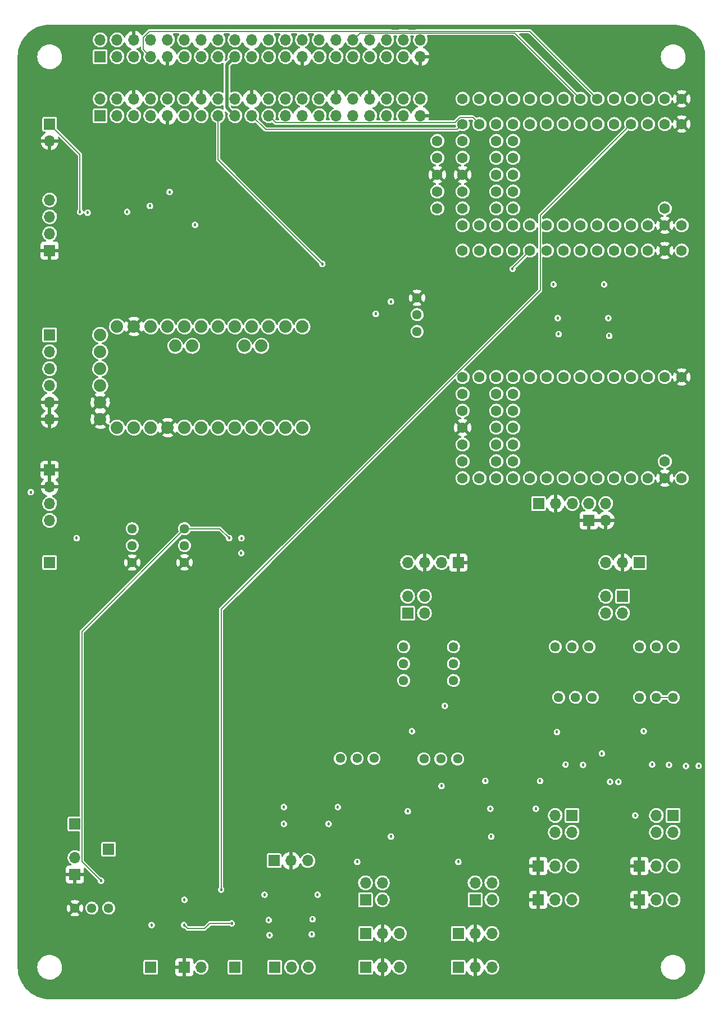
<source format=gbr>
%TF.GenerationSoftware,KiCad,Pcbnew,(6.0.4)*%
%TF.CreationDate,2022-04-15T04:49:27-07:00*%
%TF.ProjectId,main_board,6d61696e-5f62-46f6-9172-642e6b696361,rev?*%
%TF.SameCoordinates,Original*%
%TF.FileFunction,Copper,L4,Bot*%
%TF.FilePolarity,Positive*%
%FSLAX46Y46*%
G04 Gerber Fmt 4.6, Leading zero omitted, Abs format (unit mm)*
G04 Created by KiCad (PCBNEW (6.0.4)) date 2022-04-15 04:49:27*
%MOMM*%
%LPD*%
G01*
G04 APERTURE LIST*
%TA.AperFunction,ComponentPad*%
%ADD10C,1.440000*%
%TD*%
%TA.AperFunction,ComponentPad*%
%ADD11R,1.700000X1.700000*%
%TD*%
%TA.AperFunction,ComponentPad*%
%ADD12O,1.700000X1.700000*%
%TD*%
%TA.AperFunction,ComponentPad*%
%ADD13C,1.879600*%
%TD*%
%TA.AperFunction,ComponentPad*%
%ADD14C,1.600000*%
%TD*%
%TA.AperFunction,ViaPad*%
%ADD15C,0.457200*%
%TD*%
%TA.AperFunction,Conductor*%
%ADD16C,0.508000*%
%TD*%
%TA.AperFunction,Conductor*%
%ADD17C,0.127000*%
%TD*%
G04 APERTURE END LIST*
D10*
%TO.P,InputB_Gain1,1,1*%
%TO.N,Net-(R13-Pad1)*%
X83718400Y-114300000D03*
%TO.P,InputB_Gain1,2,2*%
%TO.N,Net-(J18-Pad3)*%
X83718400Y-111760000D03*
%TO.P,InputB_Gain1,3,3*%
X83718400Y-109220000D03*
%TD*%
%TO.P,GalvoB_Gain1,1,1*%
%TO.N,Net-(R20-Pad1)*%
X99558000Y-116840000D03*
%TO.P,GalvoB_Gain1,2,2*%
%TO.N,Net-(R30-Pad1)*%
X102098000Y-116840000D03*
%TO.P,GalvoB_Gain1,3,3*%
X104638000Y-116840000D03*
%TD*%
D11*
%TO.P,J3,1,Pin_1*%
%TO.N,+3V3*%
X30480000Y-29215000D03*
D12*
%TO.P,J3,2,Pin_2*%
%TO.N,+5V*%
X30480000Y-26675000D03*
%TO.P,J3,3,Pin_3*%
%TO.N,Net-(J11-Pad4)*%
X33020000Y-29215000D03*
%TO.P,J3,4,Pin_4*%
%TO.N,+5V*%
X33020000Y-26675000D03*
%TO.P,J3,5,Pin_5*%
%TO.N,Net-(J11-Pad3)*%
X35560000Y-29215000D03*
%TO.P,J3,6,Pin_6*%
%TO.N,GND*%
X35560000Y-26675000D03*
%TO.P,J3,7,Pin_7*%
%TO.N,Net-(J27-Pad7)*%
X38100000Y-29215000D03*
%TO.P,J3,8,Pin_8*%
%TO.N,Net-(J27-Pad8)*%
X38100000Y-26675000D03*
%TO.P,J3,9,Pin_9*%
%TO.N,GND*%
X40640000Y-29215000D03*
%TO.P,J3,10,Pin_10*%
%TO.N,Net-(J27-Pad10)*%
X40640000Y-26675000D03*
%TO.P,J3,11,Pin_11*%
%TO.N,Net-(J27-Pad11)*%
X43180000Y-29215000D03*
%TO.P,J3,12,Pin_12*%
%TO.N,Net-(J27-Pad12)*%
X43180000Y-26675000D03*
%TO.P,J3,13,Pin_13*%
%TO.N,Net-(J27-Pad13)*%
X45720000Y-29215000D03*
%TO.P,J3,14,Pin_14*%
%TO.N,GND*%
X45720000Y-26675000D03*
%TO.P,J3,15,Pin_15*%
%TO.N,Net-(J27-Pad15)*%
X48260000Y-29215000D03*
%TO.P,J3,16,Pin_16*%
%TO.N,Net-(J27-Pad16)*%
X48260000Y-26675000D03*
%TO.P,J3,17,Pin_17*%
%TO.N,+3V3*%
X50800000Y-29215000D03*
%TO.P,J3,18,Pin_18*%
%TO.N,Net-(J27-Pad18)*%
X50800000Y-26675000D03*
%TO.P,J3,19,Pin_19*%
%TO.N,Net-(J27-Pad19)*%
X53340000Y-29215000D03*
%TO.P,J3,20,Pin_20*%
%TO.N,GND*%
X53340000Y-26675000D03*
%TO.P,J3,21,Pin_21*%
%TO.N,Net-(J27-Pad21)*%
X55880000Y-29215000D03*
%TO.P,J3,22,Pin_22*%
%TO.N,Net-(J27-Pad22)*%
X55880000Y-26675000D03*
%TO.P,J3,23,Pin_23*%
%TO.N,Net-(J27-Pad23)*%
X58420000Y-29215000D03*
%TO.P,J3,24,Pin_24*%
%TO.N,Net-(J27-Pad24)*%
X58420000Y-26675000D03*
%TO.P,J3,25,Pin_25*%
%TO.N,GND*%
X60960000Y-29215000D03*
%TO.P,J3,26,Pin_26*%
%TO.N,Net-(J27-Pad26)*%
X60960000Y-26675000D03*
%TO.P,J3,27,Pin_27*%
%TO.N,Net-(J27-Pad27)*%
X63500000Y-29215000D03*
%TO.P,J3,28,Pin_28*%
%TO.N,Net-(J27-Pad28)*%
X63500000Y-26675000D03*
%TO.P,J3,29,Pin_29*%
%TO.N,/Prog_Reset*%
X66040000Y-29215000D03*
%TO.P,J3,30,Pin_30*%
%TO.N,GND*%
X66040000Y-26675000D03*
%TO.P,J3,31,Pin_31*%
%TO.N,/Veapons Hot*%
X68580000Y-29215000D03*
%TO.P,J3,32,Pin_32*%
%TO.N,Net-(J27-Pad32)*%
X68580000Y-26675000D03*
%TO.P,J3,33,Pin_33*%
%TO.N,Net-(J27-Pad33)*%
X71120000Y-29215000D03*
%TO.P,J3,34,Pin_34*%
%TO.N,GND*%
X71120000Y-26675000D03*
%TO.P,J3,35,Pin_35*%
%TO.N,Net-(J27-Pad35)*%
X73660000Y-29215000D03*
%TO.P,J3,36,Pin_36*%
%TO.N,Net-(J27-Pad36)*%
X73660000Y-26675000D03*
%TO.P,J3,37,Pin_37*%
%TO.N,Net-(J27-Pad37)*%
X76200000Y-29215000D03*
%TO.P,J3,38,Pin_38*%
%TO.N,Net-(J27-Pad38)*%
X76200000Y-26675000D03*
%TO.P,J3,39,Pin_39*%
%TO.N,GND*%
X78740000Y-29215000D03*
%TO.P,J3,40,Pin_40*%
%TO.N,Net-(J27-Pad40)*%
X78740000Y-26675000D03*
%TD*%
D11*
%TO.P,TP2,1,1*%
%TO.N,LED_trigger*%
X31750000Y-139700000D03*
%TD*%
%TO.P,J20,1,Pin_1*%
%TO.N,Net-(J20-Pad1)*%
X111760000Y-96520000D03*
D12*
%TO.P,J20,2,Pin_2*%
%TO.N,GND*%
X109220000Y-96520000D03*
%TO.P,J20,3,Pin_3*%
%TO.N,Net-(J20-Pad3)*%
X106680000Y-96520000D03*
%TD*%
D11*
%TO.P,J21,1,Pin_1*%
%TO.N,Net-(J20-Pad1)*%
X109220000Y-101600000D03*
D12*
%TO.P,J21,2,Pin_2*%
%TO.N,Net-(J21-Pad2)*%
X109220000Y-104140000D03*
%TO.P,J21,3,Pin_3*%
%TO.N,Net-(J20-Pad3)*%
X106680000Y-101600000D03*
%TO.P,J21,4,Pin_4*%
%TO.N,Net-(J21-Pad4)*%
X106680000Y-104140000D03*
%TD*%
D10*
%TO.P,GalvoA_Offset1,1,1*%
%TO.N,+15V*%
X111760000Y-109220000D03*
%TO.P,GalvoA_Offset1,2,2*%
%TO.N,Net-(R17-Pad2)*%
X114300000Y-109220000D03*
%TO.P,GalvoA_Offset1,3,3*%
%TO.N,-15V*%
X116840000Y-109220000D03*
%TD*%
D11*
%TO.P,J7,1,Pin_1*%
%TO.N,GND*%
X26670000Y-143510000D03*
D12*
%TO.P,J7,2,Pin_2*%
%TO.N,Net-(J7-Pad2)*%
X26670000Y-140970000D03*
%TD*%
D11*
%TO.P,J23,1,Pin_1*%
%TO.N,Net-(J23-Pad1)*%
X101600000Y-134620000D03*
D12*
%TO.P,J23,2,Pin_2*%
%TO.N,Net-(J10-Pad3)*%
X101600000Y-137160000D03*
%TO.P,J23,3,Pin_3*%
%TO.N,Net-(J23-Pad3)*%
X99060000Y-134620000D03*
%TO.P,J23,4,Pin_4*%
%TO.N,Net-(J10-Pad2)*%
X99060000Y-137160000D03*
%TD*%
D11*
%TO.P,J22,1,Pin_1*%
%TO.N,-15V*%
X56695000Y-141440000D03*
D12*
%TO.P,J22,2,Pin_2*%
%TO.N,GND*%
X59235000Y-141440000D03*
%TO.P,J22,3,Pin_3*%
%TO.N,+15V*%
X61775000Y-141440000D03*
%TD*%
D11*
%TO.P,J24,1,Pin_1*%
%TO.N,Net-(J24-Pad1)*%
X116840000Y-134620000D03*
D12*
%TO.P,J24,2,Pin_2*%
%TO.N,Net-(J24-Pad2)*%
X116840000Y-137160000D03*
%TO.P,J24,3,Pin_3*%
%TO.N,Net-(J24-Pad3)*%
X114300000Y-134620000D03*
%TO.P,J24,4,Pin_4*%
%TO.N,Net-(J24-Pad4)*%
X114300000Y-137160000D03*
%TD*%
D10*
%TO.P,Cam_Input1,1,1*%
%TO.N,+5V*%
X43180000Y-91430000D03*
%TO.P,Cam_Input1,2,2*%
%TO.N,Net-(Cam_Input1-Pad2)*%
X43180000Y-93970000D03*
%TO.P,Cam_Input1,3,3*%
%TO.N,GND*%
X43180000Y-96510000D03*
%TD*%
%TO.P,Cam_Output1,1,1*%
%TO.N,+3V3*%
X35306000Y-91440000D03*
%TO.P,Cam_Output1,2,2*%
%TO.N,Net-(Cam_Output1-Pad2)*%
X35306000Y-93980000D03*
%TO.P,Cam_Output1,3,3*%
%TO.N,GND*%
X35306000Y-96520000D03*
%TD*%
%TO.P,InputA_Gain1,1,1*%
%TO.N,Net-(R14-Pad1)*%
X76200000Y-114300000D03*
%TO.P,InputA_Gain1,2,2*%
%TO.N,Net-(J18-Pad1)*%
X76200000Y-111760000D03*
%TO.P,InputA_Gain1,3,3*%
X76200000Y-109220000D03*
%TD*%
D11*
%TO.P,J27,1,Pin_1*%
%TO.N,+3V3*%
X30480000Y-20320000D03*
D12*
%TO.P,J27,2,Pin_2*%
%TO.N,+5V*%
X30480000Y-17780000D03*
%TO.P,J27,3,Pin_3*%
%TO.N,Net-(J11-Pad4)*%
X33020000Y-20320000D03*
%TO.P,J27,4,Pin_4*%
%TO.N,+5V*%
X33020000Y-17780000D03*
%TO.P,J27,5,Pin_5*%
%TO.N,Net-(J11-Pad3)*%
X35560000Y-20320000D03*
%TO.P,J27,6,Pin_6*%
%TO.N,GND*%
X35560000Y-17780000D03*
%TO.P,J27,7,Pin_7*%
%TO.N,Net-(J27-Pad7)*%
X38100000Y-20320000D03*
%TO.P,J27,8,Pin_8*%
%TO.N,Net-(J27-Pad8)*%
X38100000Y-17780000D03*
%TO.P,J27,9,Pin_9*%
%TO.N,GND*%
X40640000Y-20320000D03*
%TO.P,J27,10,Pin_10*%
%TO.N,Net-(J27-Pad10)*%
X40640000Y-17780000D03*
%TO.P,J27,11,Pin_11*%
%TO.N,Net-(J27-Pad11)*%
X43180000Y-20320000D03*
%TO.P,J27,12,Pin_12*%
%TO.N,Net-(J27-Pad12)*%
X43180000Y-17780000D03*
%TO.P,J27,13,Pin_13*%
%TO.N,Net-(J27-Pad13)*%
X45720000Y-20320000D03*
%TO.P,J27,14,Pin_14*%
%TO.N,GND*%
X45720000Y-17780000D03*
%TO.P,J27,15,Pin_15*%
%TO.N,Net-(J27-Pad15)*%
X48260000Y-20320000D03*
%TO.P,J27,16,Pin_16*%
%TO.N,Net-(J27-Pad16)*%
X48260000Y-17780000D03*
%TO.P,J27,17,Pin_17*%
%TO.N,+3V3*%
X50800000Y-20320000D03*
%TO.P,J27,18,Pin_18*%
%TO.N,Net-(J27-Pad18)*%
X50800000Y-17780000D03*
%TO.P,J27,19,Pin_19*%
%TO.N,Net-(J27-Pad19)*%
X53340000Y-20320000D03*
%TO.P,J27,20,Pin_20*%
%TO.N,GND*%
X53340000Y-17780000D03*
%TO.P,J27,21,Pin_21*%
%TO.N,Net-(J27-Pad21)*%
X55880000Y-20320000D03*
%TO.P,J27,22,Pin_22*%
%TO.N,Net-(J27-Pad22)*%
X55880000Y-17780000D03*
%TO.P,J27,23,Pin_23*%
%TO.N,Net-(J27-Pad23)*%
X58420000Y-20320000D03*
%TO.P,J27,24,Pin_24*%
%TO.N,Net-(J27-Pad24)*%
X58420000Y-17780000D03*
%TO.P,J27,25,Pin_25*%
%TO.N,GND*%
X60960000Y-20320000D03*
%TO.P,J27,26,Pin_26*%
%TO.N,Net-(J27-Pad26)*%
X60960000Y-17780000D03*
%TO.P,J27,27,Pin_27*%
%TO.N,Net-(J27-Pad27)*%
X63500000Y-20320000D03*
%TO.P,J27,28,Pin_28*%
%TO.N,Net-(J27-Pad28)*%
X63500000Y-17780000D03*
%TO.P,J27,29,Pin_29*%
%TO.N,/Prog_Reset*%
X66040000Y-20320000D03*
%TO.P,J27,30,Pin_30*%
%TO.N,GND*%
X66040000Y-17780000D03*
%TO.P,J27,31,Pin_31*%
%TO.N,/Veapons Hot*%
X68580000Y-20320000D03*
%TO.P,J27,32,Pin_32*%
%TO.N,Net-(J27-Pad32)*%
X68580000Y-17780000D03*
%TO.P,J27,33,Pin_33*%
%TO.N,Net-(J27-Pad33)*%
X71120000Y-20320000D03*
%TO.P,J27,34,Pin_34*%
%TO.N,GND*%
X71120000Y-17780000D03*
%TO.P,J27,35,Pin_35*%
%TO.N,Net-(J27-Pad35)*%
X73660000Y-20320000D03*
%TO.P,J27,36,Pin_36*%
%TO.N,Net-(J27-Pad36)*%
X73660000Y-17780000D03*
%TO.P,J27,37,Pin_37*%
%TO.N,Net-(J27-Pad37)*%
X76200000Y-20320000D03*
%TO.P,J27,38,Pin_38*%
%TO.N,Net-(J27-Pad38)*%
X76200000Y-17780000D03*
%TO.P,J27,39,Pin_39*%
%TO.N,GND*%
X78740000Y-20320000D03*
%TO.P,J27,40,Pin_40*%
%TO.N,Net-(J27-Pad40)*%
X78740000Y-17780000D03*
%TD*%
D11*
%TO.P,TP5,1,1*%
%TO.N,Net-(J12-Pad2)*%
X50800000Y-157480000D03*
%TD*%
%TO.P,J14,1,Pin_1*%
%TO.N,Net-(J14-Pad1)*%
X70475000Y-152400000D03*
D12*
%TO.P,J14,2,Pin_2*%
%TO.N,GND*%
X73015000Y-152400000D03*
%TO.P,J14,3,Pin_3*%
%TO.N,Net-(J14-Pad3)*%
X75555000Y-152400000D03*
%TD*%
D10*
%TO.P,GalvoB_Offset1,1,1*%
%TO.N,+15V*%
X99060000Y-109220000D03*
%TO.P,GalvoB_Offset1,2,2*%
%TO.N,Net-(R19-Pad1)*%
X101600000Y-109220000D03*
%TO.P,GalvoB_Offset1,3,3*%
%TO.N,-15V*%
X104140000Y-109220000D03*
%TD*%
D11*
%TO.P,J19,1,Pin_1*%
%TO.N,GND*%
X84430000Y-96520000D03*
D12*
%TO.P,J19,2,Pin_2*%
%TO.N,Net-(J18-Pad4)*%
X81890000Y-96520000D03*
%TO.P,J19,3,Pin_3*%
%TO.N,GND*%
X79350000Y-96520000D03*
%TO.P,J19,4,Pin_4*%
%TO.N,Net-(J18-Pad2)*%
X76810000Y-96520000D03*
%TD*%
D11*
%TO.P,J8,1,Pin_1*%
%TO.N,Net-(FB3-Pad2)*%
X56769000Y-157480000D03*
D12*
%TO.P,J8,2,Pin_2*%
%TO.N,Net-(FB2-Pad1)*%
X59309000Y-157480000D03*
%TO.P,J8,3,Pin_3*%
%TO.N,Net-(FB1-Pad2)*%
X61849000Y-157480000D03*
%TD*%
D11*
%TO.P,J26,1,Pin_1*%
%TO.N,GND*%
X96520000Y-147320000D03*
D12*
%TO.P,J26,2,Pin_2*%
%TO.N,Net-(J10-Pad2)*%
X99060000Y-147320000D03*
%TO.P,J26,3,Pin_3*%
%TO.N,Net-(J10-Pad3)*%
X101600000Y-147320000D03*
%TD*%
D13*
%TO.P,U16,JP1_1,DTR*%
%TO.N,Net-(U16-PadJP1_1)*%
X30480000Y-62230000D03*
%TO.P,U16,JP1_2,TXO*%
%TO.N,Net-(U16-PadJP1_2)*%
X30480000Y-64770000D03*
%TO.P,U16,JP1_3,RXI*%
%TO.N,Net-(U16-PadJP1_3)*%
X30480000Y-67310000D03*
%TO.P,U16,JP1_4,VCC*%
%TO.N,+3V3*%
X30480000Y-69850000D03*
%TO.P,U16,JP1_5,GND*%
%TO.N,GND*%
X30480000Y-72390000D03*
%TO.P,U16,JP1_6,GND*%
X30480000Y-74930000D03*
%TO.P,U16,JP2_1,A4*%
%TO.N,unconnected-(U16-PadJP2_1)*%
X44323000Y-63881000D03*
%TO.P,U16,JP2_2,A5*%
%TO.N,unconnected-(U16-PadJP2_2)*%
X41783000Y-63881000D03*
%TO.P,U16,JP3_1,A6*%
%TO.N,unconnected-(U16-PadJP3_1)*%
X54737000Y-63881000D03*
%TO.P,U16,JP3_2,A7*%
%TO.N,unconnected-(U16-PadJP3_2)*%
X52197000Y-63881000D03*
%TO.P,U16,JP6_1,RAW*%
%TO.N,unconnected-(U16-PadJP6_1)*%
X33020000Y-60960000D03*
%TO.P,U16,JP6_2,GND_1*%
%TO.N,GND*%
X35560000Y-60960000D03*
%TO.P,U16,JP6_3,RST_1*%
%TO.N,unconnected-(U16-PadJP6_3)*%
X38100000Y-60960000D03*
%TO.P,U16,JP6_4,VCC_1*%
%TO.N,+3V3*%
X40640000Y-60960000D03*
%TO.P,U16,JP6_5,A3*%
%TO.N,unconnected-(U16-PadJP6_5)*%
X43180000Y-60960000D03*
%TO.P,U16,JP6_6,A2*%
%TO.N,unconnected-(U16-PadJP6_6)*%
X45720000Y-60960000D03*
%TO.P,U16,JP6_7,A1*%
%TO.N,unconnected-(U16-PadJP6_7)*%
X48260000Y-60960000D03*
%TO.P,U16,JP6_8,A0*%
%TO.N,unconnected-(U16-PadJP6_8)*%
X50800000Y-60960000D03*
%TO.P,U16,JP6_9,SCK*%
%TO.N,unconnected-(U16-PadJP6_9)*%
X53340000Y-60960000D03*
%TO.P,U16,JP6_10,MISO*%
%TO.N,unconnected-(U16-PadJP6_10)*%
X55880000Y-60960000D03*
%TO.P,U16,JP6_11,MOSI*%
%TO.N,unconnected-(U16-PadJP6_11)*%
X58420000Y-60960000D03*
%TO.P,U16,JP6_12,D10*%
%TO.N,unconnected-(U16-PadJP6_12)*%
X60960000Y-60960000D03*
%TO.P,U16,JP7_1,D9*%
%TO.N,unconnected-(U16-PadJP7_1)*%
X60960000Y-76200000D03*
%TO.P,U16,JP7_2,D8*%
%TO.N,unconnected-(U16-PadJP7_2)*%
X58420000Y-76200000D03*
%TO.P,U16,JP7_3,D7*%
%TO.N,unconnected-(U16-PadJP7_3)*%
X55880000Y-76200000D03*
%TO.P,U16,JP7_4,D6*%
%TO.N,unconnected-(U16-PadJP7_4)*%
X53340000Y-76200000D03*
%TO.P,U16,JP7_5,D5*%
%TO.N,/Clear_Fault*%
X50800000Y-76200000D03*
%TO.P,U16,JP7_6,D4*%
%TO.N,/LAZOR!!!*%
X48260000Y-76200000D03*
%TO.P,U16,JP7_7,D3*%
%TO.N,/Fault*%
X45720000Y-76200000D03*
%TO.P,U16,JP7_8,D2*%
%TO.N,/LAZOR?*%
X43180000Y-76200000D03*
%TO.P,U16,JP7_9,GND_2*%
%TO.N,GND*%
X40640000Y-76200000D03*
%TO.P,U16,JP7_10,RST_2*%
%TO.N,unconnected-(U16-PadJP7_10)*%
X38100000Y-76200000D03*
%TO.P,U16,JP7_11,RXI_2*%
%TO.N,unconnected-(U16-PadJP7_11)*%
X35560000Y-76200000D03*
%TO.P,U16,JP7_12,TXO_2*%
%TO.N,unconnected-(U16-PadJP7_12)*%
X33020000Y-76200000D03*
%TD*%
D11*
%TO.P,J12,1,Pin_1*%
%TO.N,GND*%
X43180000Y-157480000D03*
D12*
%TO.P,J12,2,Pin_2*%
%TO.N,Net-(J12-Pad2)*%
X45720000Y-157480000D03*
%TD*%
D11*
%TO.P,J5,1,Pin_1*%
%TO.N,GND*%
X104140000Y-90170000D03*
D12*
%TO.P,J5,2,Pin_2*%
%TO.N,Net-(J18-Pad4)*%
X104140000Y-87630000D03*
%TO.P,J5,3,Pin_3*%
%TO.N,GND*%
X106680000Y-90170000D03*
%TO.P,J5,4,Pin_4*%
%TO.N,Net-(J18-Pad2)*%
X106680000Y-87630000D03*
%TD*%
D11*
%TO.P,J18,1,Pin_1*%
%TO.N,Net-(J18-Pad1)*%
X76810006Y-104140000D03*
D12*
%TO.P,J18,2,Pin_2*%
%TO.N,Net-(J18-Pad2)*%
X76810006Y-101600000D03*
%TO.P,J18,3,Pin_3*%
%TO.N,Net-(J18-Pad3)*%
X79350006Y-104140000D03*
%TO.P,J18,4,Pin_4*%
%TO.N,Net-(J18-Pad4)*%
X79350006Y-101600000D03*
%TD*%
D11*
%TO.P,J25,1,Pin_1*%
%TO.N,GND*%
X111760000Y-142240000D03*
D12*
%TO.P,J25,2,Pin_2*%
%TO.N,Net-(J24-Pad4)*%
X114300000Y-142240000D03*
%TO.P,J25,3,Pin_3*%
%TO.N,Net-(J24-Pad2)*%
X116840000Y-142240000D03*
%TD*%
D11*
%TO.P,J6,1,Pin_1*%
%TO.N,Net-(J20-Pad1)*%
X96535000Y-87630000D03*
D12*
%TO.P,J6,2,Pin_2*%
%TO.N,GND*%
X99075000Y-87630000D03*
%TO.P,J6,3,Pin_3*%
%TO.N,Net-(J20-Pad3)*%
X101615000Y-87630000D03*
%TD*%
D11*
%TO.P,J15,1,Pin_1*%
%TO.N,Net-(J1-Pad1)*%
X84430000Y-152400000D03*
D12*
%TO.P,J15,2,Pin_2*%
%TO.N,GND*%
X86970000Y-152400000D03*
%TO.P,J15,3,Pin_3*%
%TO.N,Net-(J1-Pad3)*%
X89510000Y-152400000D03*
%TD*%
D10*
%TO.P,InputB_offset1,1,1*%
%TO.N,+15V*%
X84338000Y-126111000D03*
%TO.P,InputB_offset1,2,2*%
%TO.N,Net-(R12-Pad1)*%
X81798000Y-126111000D03*
%TO.P,InputB_offset1,3,3*%
%TO.N,-15V*%
X79258000Y-126111000D03*
%TD*%
D11*
%TO.P,J16,1,Pin_1*%
%TO.N,Net-(J14-Pad1)*%
X70460006Y-147325004D03*
D12*
%TO.P,J16,2,Pin_2*%
%TO.N,Net-(J16-Pad2)*%
X70460006Y-144785004D03*
%TO.P,J16,3,Pin_3*%
%TO.N,Net-(J14-Pad3)*%
X73000006Y-147325004D03*
%TO.P,J16,4,Pin_4*%
%TO.N,Net-(J16-Pad4)*%
X73000006Y-144785004D03*
%TD*%
D11*
%TO.P,J13,1,Pin_1*%
%TO.N,Net-(J13-Pad1)*%
X22860000Y-30480000D03*
D12*
%TO.P,J13,2,Pin_2*%
%TO.N,GND*%
X22860000Y-33020000D03*
%TD*%
D11*
%TO.P,J28,1,Pin_1*%
%TO.N,Net-(U16-PadJP1_1)*%
X22860000Y-62230000D03*
D12*
%TO.P,J28,2,Pin_2*%
%TO.N,Net-(U16-PadJP1_2)*%
X22860000Y-64770000D03*
%TO.P,J28,3,Pin_3*%
%TO.N,Net-(U16-PadJP1_3)*%
X22860000Y-67310000D03*
%TO.P,J28,4,Pin_4*%
%TO.N,+3V3*%
X22860000Y-69850000D03*
%TO.P,J28,5,Pin_5*%
%TO.N,GND*%
X22860000Y-72390000D03*
%TO.P,J28,6,Pin_6*%
X22860000Y-74930000D03*
%TD*%
D10*
%TO.P,Prog1,1,1*%
%TO.N,+5V*%
X78232000Y-61722000D03*
%TO.P,Prog1,2,2*%
%TO.N,Net-(Prog1-Pad2)*%
X78232000Y-59182000D03*
%TO.P,Prog1,3,3*%
%TO.N,GND*%
X78232000Y-56642000D03*
%TD*%
D11*
%TO.P,J11,1,Pin_1*%
%TO.N,GND*%
X22860000Y-49520000D03*
D12*
%TO.P,J11,2,Pin_2*%
%TO.N,+3V3*%
X22860000Y-46980000D03*
%TO.P,J11,3,Pin_3*%
%TO.N,Net-(J11-Pad3)*%
X22860000Y-44440000D03*
%TO.P,J11,4,Pin_4*%
%TO.N,Net-(J11-Pad4)*%
X22860000Y-41900000D03*
%TD*%
D11*
%TO.P,TP1,1,1*%
%TO.N,/Cam_In*%
X22860000Y-96520000D03*
%TD*%
%TO.P,TP3,1,1*%
%TO.N,Net-(J7-Pad2)*%
X26670000Y-135890000D03*
%TD*%
D14*
%TO.P,U11,1,GND*%
%TO.N,GND*%
X118110000Y-68580000D03*
%TO.P,U11,2,0_RX1_CRX2_CS1*%
%TO.N,unconnected-(U11-Pad2)*%
X115570000Y-68580000D03*
%TO.P,U11,3,1_TX1_CTX2_MISO1*%
%TO.N,unconnected-(U11-Pad3)*%
X113030000Y-68580000D03*
%TO.P,U11,4,2_OUT2*%
%TO.N,unconnected-(U11-Pad4)*%
X110490000Y-68580000D03*
%TO.P,U11,5,3_LRCLK2*%
%TO.N,unconnected-(U11-Pad5)*%
X107950000Y-68580000D03*
%TO.P,U11,6,4_BCLK2*%
%TO.N,unconnected-(U11-Pad6)*%
X105410000Y-68580000D03*
%TO.P,U11,7,5_IN2*%
%TO.N,unconnected-(U11-Pad7)*%
X102870000Y-68580000D03*
%TO.P,U11,8,6_OUT1D*%
%TO.N,unconnected-(U11-Pad8)*%
X100330000Y-68580000D03*
%TO.P,U11,9,7_RX2_OUT1A*%
%TO.N,unconnected-(U11-Pad9)*%
X97790000Y-68580000D03*
%TO.P,U11,10,8_TX2_IN1*%
%TO.N,unconnected-(U11-Pad10)*%
X95250000Y-68580000D03*
%TO.P,U11,11,9_OUT1C*%
%TO.N,SGT_TX*%
X92710000Y-68580000D03*
%TO.P,U11,12,10_CS_MQSR*%
%TO.N,SGT_RX*%
X90170000Y-68580000D03*
%TO.P,U11,13,11_MOSI_CTX1*%
%TO.N,unconnected-(U11-Pad13)*%
X87630000Y-68580000D03*
%TO.P,U11,14,12_MISO_MQSL*%
%TO.N,unconnected-(U11-Pad14)*%
X85090000Y-68580000D03*
%TO.P,U11,15,VBAT*%
%TO.N,unconnected-(U11-Pad15)*%
X85090000Y-71120000D03*
%TO.P,U11,16,3V3*%
%TO.N,unconnected-(U11-Pad16)*%
X85090000Y-73660000D03*
%TO.P,U11,17,GND*%
%TO.N,GND*%
X85090000Y-76200000D03*
%TO.P,U11,18,PROGRAM*%
%TO.N,unconnected-(U11-Pad18)*%
X85090000Y-78740000D03*
%TO.P,U11,19,ON_OFF*%
%TO.N,unconnected-(U11-Pad19)*%
X85090000Y-81280000D03*
%TO.P,U11,20,13_SCK_CRX1_LED*%
%TO.N,unconnected-(U11-Pad20)*%
X85090000Y-83820000D03*
%TO.P,U11,21,14_A0_TX3_SPDIF_OUT*%
%TO.N,unconnected-(U11-Pad21)*%
X87630000Y-83820000D03*
%TO.P,U11,22,15_A1_RX3_SPDIF_IN*%
%TO.N,unconnected-(U11-Pad22)*%
X90170000Y-83820000D03*
%TO.P,U11,23,16_A2_RX4_SCL1*%
%TO.N,unconnected-(U11-Pad23)*%
X92710000Y-83820000D03*
%TO.P,U11,24,17_A3_TX4_SDA1*%
%TO.N,unconnected-(U11-Pad24)*%
X95250000Y-83820000D03*
%TO.P,U11,25,18_A4_SDA0*%
%TO.N,SGT_SDA*%
X97790000Y-83820000D03*
%TO.P,U11,26,19_A5_SCL0*%
%TO.N,SGT_SCL*%
X100330000Y-83820000D03*
%TO.P,U11,27,20_A6_TX5_LRCLK1*%
%TO.N,SGT_LRCLK*%
X102870000Y-83820000D03*
%TO.P,U11,28,21_A7_RX5_BCLK1*%
%TO.N,SGT_BCLK*%
X105410000Y-83820000D03*
%TO.P,U11,29,22_A8_CTX1*%
%TO.N,unconnected-(U11-Pad29)*%
X107950000Y-83820000D03*
%TO.P,U11,30,23_A9_CRX1_MCLK1*%
%TO.N,SGT_MCLK*%
X110490000Y-83820000D03*
%TO.P,U11,31,3V3*%
%TO.N,SGT_3.3*%
X113030000Y-83820000D03*
%TO.P,U11,32,GND*%
%TO.N,GND*%
X115570000Y-83820000D03*
%TO.P,U11,33,VIN*%
%TO.N,unconnected-(U11-Pad33)*%
X118110000Y-83820000D03*
%TO.P,U11,34,VUSB*%
%TO.N,unconnected-(U11-Pad34)*%
X115570000Y-81280000D03*
%TO.P,U11,35,24_A10_TX6_SCL2*%
%TO.N,unconnected-(U11-Pad35)*%
X90170000Y-81280000D03*
%TO.P,U11,36,25_A11_RX6_SDA2*%
%TO.N,unconnected-(U11-Pad36)*%
X92710000Y-81280000D03*
%TO.P,U11,37,26_A12_MOSI1*%
%TO.N,unconnected-(U11-Pad37)*%
X90170000Y-78740000D03*
%TO.P,U11,38,27_A13_SCK1*%
%TO.N,unconnected-(U11-Pad38)*%
X92710000Y-78740000D03*
%TO.P,U11,39,28_RX7*%
%TO.N,unconnected-(U11-Pad39)*%
X90170000Y-76200000D03*
%TO.P,U11,40,29_TX7*%
%TO.N,unconnected-(U11-Pad40)*%
X92710000Y-76200000D03*
%TO.P,U11,41,30_CRX3*%
%TO.N,unconnected-(U11-Pad41)*%
X90170000Y-73660000D03*
%TO.P,U11,42,31_CTX3*%
%TO.N,unconnected-(U11-Pad42)*%
X92710000Y-73660000D03*
%TO.P,U11,43,32_OUT1B*%
%TO.N,unconnected-(U11-Pad43)*%
X90170000Y-71120000D03*
%TO.P,U11,44,33_MCLK2*%
%TO.N,unconnected-(U11-Pad44)*%
X92710000Y-71120000D03*
%TD*%
D11*
%TO.P,J9,1,Pin_1*%
%TO.N,GND*%
X111760000Y-147320000D03*
D12*
%TO.P,J9,2,Pin_2*%
%TO.N,Net-(J24-Pad4)*%
X114300000Y-147320000D03*
%TO.P,J9,3,Pin_3*%
%TO.N,Net-(J24-Pad2)*%
X116840000Y-147320000D03*
%TD*%
D11*
%TO.P,J17,1,Pin_1*%
%TO.N,Net-(J1-Pad1)*%
X86970006Y-147320000D03*
D12*
%TO.P,J17,2,Pin_2*%
%TO.N,Net-(J17-Pad2)*%
X86970006Y-144780000D03*
%TO.P,J17,3,Pin_3*%
%TO.N,Net-(J1-Pad3)*%
X89510006Y-147320000D03*
%TO.P,J17,4,Pin_4*%
%TO.N,Net-(J17-Pad4)*%
X89510006Y-144780000D03*
%TD*%
D10*
%TO.P,LED_Trigger1,1,1*%
%TO.N,+5V*%
X31750000Y-148590000D03*
%TO.P,LED_Trigger1,2,2*%
%TO.N,Net-(U12-Pad3)*%
X29210000Y-148590000D03*
%TO.P,LED_Trigger1,3,3*%
%TO.N,GND*%
X26670000Y-148590000D03*
%TD*%
%TO.P,InputA_offset1,1,1*%
%TO.N,+15V*%
X71739600Y-126034800D03*
%TO.P,InputA_offset1,2,2*%
%TO.N,Net-(R10-Pad2)*%
X69199600Y-126034800D03*
%TO.P,InputA_offset1,3,3*%
%TO.N,-15V*%
X66659600Y-126034800D03*
%TD*%
D11*
%TO.P,TP4,1,1*%
%TO.N,Net-(C7-Pad1)*%
X38100000Y-157480000D03*
%TD*%
D14*
%TO.P,U10,1,GND*%
%TO.N,GND*%
X118110000Y-26670000D03*
X118110000Y-30480000D03*
%TO.P,U10,2,0_RX1_CRX2_CS1*%
%TO.N,unconnected-(U10-Pad2)*%
X115570000Y-30480000D03*
X115570000Y-26670000D03*
%TO.P,U10,3,1_TX1_CTX2_MISO1*%
%TO.N,unconnected-(U10-Pad3)*%
X113030000Y-30480000D03*
X113030000Y-26670000D03*
%TO.P,U10,4,2_OUT2*%
%TO.N,PWM_DAC*%
X110490000Y-26670000D03*
X110490000Y-30480000D03*
%TO.P,U10,5,3_LRCLK2*%
%TO.N,Net-(J27-Pad15)*%
X107950000Y-30480000D03*
X107950000Y-26670000D03*
%TO.P,U10,6,4_BCLK2*%
%TO.N,Net-(J27-Pad7)*%
X105410000Y-26670000D03*
X105410000Y-30480000D03*
%TO.P,U10,7,5_IN2*%
%TO.N,Net-(J27-Pad32)*%
X102870000Y-26670000D03*
X102870000Y-30480000D03*
%TO.P,U10,8,6_OUT1D*%
%TO.N,Net-(J27-Pad33)*%
X100330000Y-26670000D03*
X100330000Y-30480000D03*
%TO.P,U10,9,7_RX2_OUT1A*%
%TO.N,SGT_TX*%
X97790000Y-26670000D03*
X97790000Y-30480000D03*
%TO.P,U10,10,8_TX2_IN1*%
%TO.N,SGT_RX*%
X95250000Y-26670000D03*
X95250000Y-30480000D03*
%TO.P,U10,11,9_OUT1C*%
%TO.N,unconnected-(U10-Pad11)*%
X92710000Y-30480000D03*
X92710000Y-26670000D03*
%TO.P,U10,12,10_CS_MQSR*%
%TO.N,Net-(J27-Pad24)*%
X90170000Y-30480000D03*
X90170000Y-26670000D03*
%TO.P,U10,13,11_MOSI_CTX1*%
%TO.N,Net-(J27-Pad21)*%
X87630000Y-30480000D03*
X87630000Y-26670000D03*
%TO.P,U10,14,12_MISO_MQSL*%
%TO.N,Net-(J27-Pad19)*%
X85090000Y-30480000D03*
X85090000Y-26670000D03*
%TO.P,U10,15,VBAT*%
%TO.N,unconnected-(U10-Pad15)*%
X81280000Y-33020000D03*
X85090000Y-33020000D03*
%TO.P,U10,16,3V3*%
%TO.N,unconnected-(U10-Pad16)*%
X81280000Y-35560000D03*
X85090000Y-35560000D03*
%TO.P,U10,17,GND*%
%TO.N,GND*%
X85090000Y-38100000D03*
X81280000Y-38100000D03*
%TO.P,U10,18,PROGRAM*%
%TO.N,Net-(U10-Pad18)*%
X81280000Y-40640000D03*
X85090000Y-40640000D03*
%TO.P,U10,19,ON_OFF*%
%TO.N,unconnected-(U10-Pad19)*%
X81280000Y-43180000D03*
X85090000Y-43180000D03*
%TO.P,U10,20,13_SCK_CRX1_LED*%
%TO.N,Net-(J27-Pad23)*%
X85090000Y-49530000D03*
X85090000Y-45720000D03*
%TO.P,U10,21,14_A0_TX3_SPDIF_OUT*%
%TO.N,unconnected-(U10-Pad21)*%
X87630000Y-45720000D03*
X87630000Y-49530000D03*
%TO.P,U10,22,15_A1_RX3_SPDIF_IN*%
%TO.N,/LAZOR?*%
X90170000Y-45720000D03*
X90170000Y-49530000D03*
%TO.P,U10,23,16_A2_RX4_SCL1*%
%TO.N,/Clear_Fault*%
X92710000Y-49530000D03*
X92710000Y-45720000D03*
%TO.P,U10,24,17_A3_TX4_SDA1*%
%TO.N,/Fault*%
X95250000Y-49530000D03*
X95250000Y-45720000D03*
%TO.P,U10,25,18_A4_SDA0*%
%TO.N,SGT_SDA*%
X97790000Y-49530000D03*
X97790000Y-45720000D03*
%TO.P,U10,26,19_A5_SCL0*%
%TO.N,SGT_SCL*%
X100330000Y-49530000D03*
X100330000Y-45720000D03*
%TO.P,U10,27,20_A6_TX5_LRCLK1*%
%TO.N,SGT_LRCLK*%
X102870000Y-45720000D03*
X102870000Y-49530000D03*
%TO.P,U10,28,21_A7_RX5_BCLK1*%
%TO.N,SGT_BCLK*%
X105410000Y-49530000D03*
X105410000Y-45720000D03*
%TO.P,U10,29,22_A8_CTX1*%
%TO.N,unconnected-(U10-Pad29)*%
X107950000Y-49530000D03*
X107950000Y-45720000D03*
%TO.P,U10,30,23_A9_CRX1_MCLK1*%
%TO.N,SGT_MCLK*%
X110490000Y-49530000D03*
X110490000Y-45720000D03*
%TO.P,U10,31,3V3*%
%TO.N,SGT_3.3*%
X113030000Y-45720000D03*
X113030000Y-49530000D03*
%TO.P,U10,32,GND*%
%TO.N,GND*%
X115570000Y-45720000D03*
X115570000Y-49530000D03*
%TO.P,U10,33,VIN*%
%TO.N,+5V*%
X118110000Y-45720000D03*
X118110000Y-49530000D03*
%TO.P,U10,34,VUSB*%
%TO.N,unconnected-(U10-Pad34)*%
X115570000Y-43180000D03*
%TO.P,U10,35,24_A10_TX6_SCL2*%
%TO.N,unconnected-(U10-Pad35)*%
X90170000Y-43180000D03*
%TO.P,U10,36,25_A11_RX6_SDA2*%
%TO.N,unconnected-(U10-Pad36)*%
X92710000Y-43180000D03*
%TO.P,U10,37,26_A12_MOSI1*%
%TO.N,unconnected-(U10-Pad37)*%
X90170000Y-40640000D03*
%TO.P,U10,38,27_A13_SCK1*%
%TO.N,unconnected-(U10-Pad38)*%
X92710000Y-40640000D03*
%TO.P,U10,39,28_RX7*%
%TO.N,unconnected-(U10-Pad39)*%
X90170000Y-38100000D03*
%TO.P,U10,40,29_TX7*%
%TO.N,unconnected-(U10-Pad40)*%
X92710000Y-38100000D03*
%TO.P,U10,41,30_CRX3*%
%TO.N,unconnected-(U10-Pad41)*%
X90170000Y-35560000D03*
%TO.P,U10,42,31_CTX3*%
%TO.N,unconnected-(U10-Pad42)*%
X92710000Y-35560000D03*
%TO.P,U10,43,32_OUT1B*%
%TO.N,unconnected-(U10-Pad43)*%
X90170000Y-33020000D03*
%TO.P,U10,44,33_MCLK2*%
%TO.N,unconnected-(U10-Pad44)*%
X92710000Y-33020000D03*
%TD*%
D10*
%TO.P,GalvoA_Gain1,1,1*%
%TO.N,Net-(R21-Pad1)*%
X111750000Y-116840000D03*
%TO.P,GalvoA_Gain1,2,2*%
%TO.N,Net-(R24-Pad1)*%
X114290000Y-116840000D03*
%TO.P,GalvoA_Gain1,3,3*%
X116830000Y-116840000D03*
%TD*%
D11*
%TO.P,J4,1,Pin_1*%
%TO.N,GND*%
X22860000Y-82560000D03*
D12*
%TO.P,J4,2,Pin_2*%
X22860000Y-85100000D03*
%TO.P,J4,3,Pin_3*%
%TO.N,LED_trigger*%
X22860000Y-87640000D03*
%TO.P,J4,4,Pin_4*%
%TO.N,/Cam_In*%
X22860000Y-90180000D03*
%TD*%
D11*
%TO.P,J1,1,Pin_1*%
%TO.N,Net-(J1-Pad1)*%
X84430000Y-157480000D03*
D12*
%TO.P,J1,2,Pin_2*%
%TO.N,GND*%
X86970000Y-157480000D03*
%TO.P,J1,3,Pin_3*%
%TO.N,Net-(J1-Pad3)*%
X89510000Y-157480000D03*
%TD*%
D11*
%TO.P,J10,1,Pin_1*%
%TO.N,GND*%
X96520000Y-142240000D03*
D12*
%TO.P,J10,2,Pin_2*%
%TO.N,Net-(J10-Pad2)*%
X99060000Y-142240000D03*
%TO.P,J10,3,Pin_3*%
%TO.N,Net-(J10-Pad3)*%
X101600000Y-142240000D03*
%TD*%
D11*
%TO.P,J2,1,Pin_1*%
%TO.N,Net-(J14-Pad1)*%
X70475000Y-157480000D03*
D12*
%TO.P,J2,2,Pin_2*%
%TO.N,GND*%
X73015000Y-157480000D03*
%TO.P,J2,3,Pin_3*%
%TO.N,Net-(J14-Pad3)*%
X75555000Y-157480000D03*
%TD*%
D15*
%TO.N,+3V3*%
X26924000Y-92837000D03*
X99568000Y-62103000D03*
X99441000Y-59690000D03*
X20015200Y-85928200D03*
X40944800Y-40716200D03*
X37973000Y-42799000D03*
X98806000Y-54610000D03*
%TO.N,+15V*%
X111125000Y-134620000D03*
X63246000Y-146558000D03*
X58166000Y-135890000D03*
X62357000Y-152527000D03*
X103251000Y-127000000D03*
X116205000Y-127000000D03*
X89408000Y-137795000D03*
X38227000Y-151130000D03*
X89281000Y-133604000D03*
X81915000Y-130175000D03*
X74295000Y-137795000D03*
X88519000Y-129413000D03*
X58166000Y-133350000D03*
X82423000Y-118110000D03*
X62484000Y-150241000D03*
%TO.N,-15V*%
X69215000Y-141605000D03*
X55880000Y-150368000D03*
X112395000Y-121920000D03*
X64897000Y-135890000D03*
X99314000Y-122047000D03*
X107315000Y-129540000D03*
X84455000Y-141605000D03*
X66294000Y-133350000D03*
X43180000Y-147320000D03*
X55245000Y-146558000D03*
X96139000Y-133604000D03*
X76835000Y-133985000D03*
X77470000Y-121920000D03*
X96774000Y-129413000D03*
X56007000Y-152654000D03*
%TO.N,+5V*%
X72009000Y-59055000D03*
X34544000Y-43688000D03*
X30612500Y-144460000D03*
X49911000Y-92837000D03*
X107061000Y-59690000D03*
X28575000Y-43815000D03*
X107188000Y-62357000D03*
X106426000Y-54610000D03*
%TO.N,Net-(J27-Pad15)*%
X63957200Y-51536600D03*
X51739800Y-95097600D03*
%TO.N,PWM_DAC*%
X48705000Y-145796000D03*
%TO.N,Net-(C7-Pad1)*%
X50305000Y-150876000D03*
X43115000Y-151130000D03*
%TO.N,Net-(R24-Pad2)*%
X120675400Y-127152400D03*
X113665000Y-126935000D03*
%TO.N,Net-(R30-Pad2)*%
X106095800Y-125298200D03*
X100609400Y-126949200D03*
%TO.N,Net-(R25-Pad2)*%
X118770400Y-127177800D03*
X108585000Y-129565400D03*
%TO.N,GND*%
X76708000Y-52959000D03*
X93726000Y-129540000D03*
X27940000Y-95123000D03*
X50800000Y-84582000D03*
X91059000Y-133604000D03*
X70485000Y-71755000D03*
X43180000Y-84582000D03*
X94488000Y-133604000D03*
X97155000Y-123698000D03*
X48260000Y-84582000D03*
X48615600Y-45618400D03*
X48768000Y-147447000D03*
X37973000Y-43434000D03*
X45720000Y-84582000D03*
X50800000Y-95123000D03*
X60325000Y-146558000D03*
X105410000Y-130683000D03*
X60960000Y-150241000D03*
X118745000Y-122809000D03*
X91567000Y-129540000D03*
X45466000Y-150876000D03*
X32766000Y-143510000D03*
X109855000Y-120523000D03*
X101854000Y-54610000D03*
X70485000Y-65405000D03*
X101092000Y-62230000D03*
X59182000Y-152654000D03*
X107950000Y-120523000D03*
X108712000Y-59690000D03*
X107823000Y-123571000D03*
X57404000Y-150368000D03*
X108712000Y-62230000D03*
X74295000Y-58166000D03*
X109855000Y-123571000D03*
X58166000Y-146558000D03*
X47117000Y-147447000D03*
X53340000Y-84582000D03*
X95377000Y-123698000D03*
X109474000Y-54483000D03*
X101092000Y-59690000D03*
%TO.N,Net-(J13-Pad1)*%
X27432000Y-43688000D03*
%TO.N,/LAZOR?*%
X44768000Y-45657000D03*
%TO.N,/Prog_Reset*%
X74289500Y-57216000D03*
%TO.N,/Cam_In*%
X51765200Y-92862400D03*
%TO.N,/Fault*%
X92633800Y-52273200D03*
%TD*%
D16*
%TO.N,+3V3*%
X49569489Y-27984489D02*
X50800000Y-29215000D01*
X49569489Y-21550511D02*
X49569489Y-27984489D01*
X50800000Y-20320000D02*
X49569489Y-21550511D01*
D17*
%TO.N,Net-(J27-Pad7)*%
X36982400Y-17426801D02*
X36982400Y-19202400D01*
X75589883Y-16560800D02*
X74270117Y-16560800D01*
X76525780Y-16486479D02*
X75664204Y-16486479D01*
X36982400Y-19202400D02*
X38100000Y-20320000D01*
X95226478Y-16486478D02*
X78204204Y-16486479D01*
X78129883Y-16560800D02*
X76810117Y-16560800D01*
X37922723Y-16486478D02*
X36982400Y-17426801D01*
X105410000Y-26670000D02*
X95226478Y-16486478D01*
X75664204Y-16486479D02*
X75589883Y-16560800D01*
X76735795Y-16486478D02*
X76525780Y-16486479D01*
X74270117Y-16560800D02*
X74195795Y-16486478D01*
X76810117Y-16560800D02*
X76735795Y-16486478D01*
X78204204Y-16486479D02*
X78129883Y-16560800D01*
X74195795Y-16486478D02*
X37922723Y-16486478D01*
%TO.N,+5V*%
X43180000Y-91440000D02*
X27710011Y-106909989D01*
X27710011Y-106909989D02*
X27710011Y-141557511D01*
X49911000Y-92837000D02*
X48514000Y-91440000D01*
X48514000Y-91440000D02*
X43180000Y-91440000D01*
X27710011Y-141557511D02*
X30612500Y-144460000D01*
%TO.N,Net-(J27-Pad15)*%
X48260000Y-29215000D02*
X48260000Y-35839400D01*
X48260000Y-35839400D02*
X63957200Y-51536600D01*
%TO.N,Net-(J27-Pad19)*%
X55404999Y-31279999D02*
X53340000Y-29215000D01*
X84290001Y-31279999D02*
X55404999Y-31279999D01*
X85090000Y-30480000D02*
X84290001Y-31279999D01*
%TO.N,Net-(J27-Pad21)*%
X56920011Y-30255011D02*
X55880000Y-29215000D01*
X83914901Y-30255011D02*
X56920011Y-30255011D01*
X86639989Y-29489989D02*
X84679923Y-29489989D01*
X87630000Y-30480000D02*
X86639989Y-29489989D01*
X84679923Y-29489989D02*
X83914901Y-30255011D01*
%TO.N,PWM_DAC*%
X48705000Y-103564912D02*
X48705000Y-145796000D01*
X96799989Y-44170011D02*
X96799989Y-55469923D01*
X110490000Y-30480000D02*
X96799989Y-44170011D01*
X96799989Y-55469923D02*
X48705000Y-103564912D01*
%TO.N,Net-(C7-Pad1)*%
X43623000Y-151638000D02*
X43115000Y-151130000D01*
X46990000Y-150876000D02*
X46228000Y-151638000D01*
X50305000Y-150876000D02*
X46990000Y-150876000D01*
X46228000Y-151638000D02*
X43623000Y-151638000D01*
%TO.N,Net-(J27-Pad32)*%
X92939989Y-16739989D02*
X78309212Y-16739989D01*
X74165109Y-16814310D02*
X74090788Y-16739989D01*
X102870000Y-26670000D02*
X92939989Y-16739989D01*
X69620011Y-16739989D02*
X68580000Y-17780000D01*
X76705109Y-16814310D02*
X76630788Y-16739989D01*
X74090788Y-16739989D02*
X69620011Y-16739989D01*
X78234891Y-16814310D02*
X76705109Y-16814310D01*
X75694891Y-16814310D02*
X74165109Y-16814310D01*
X75769212Y-16739989D02*
X75694891Y-16814310D01*
X76630788Y-16739989D02*
X75769212Y-16739989D01*
X78309212Y-16739989D02*
X78234891Y-16814310D01*
%TO.N,Net-(R24-Pad1)*%
X114290000Y-116840000D02*
X116830000Y-116840000D01*
%TO.N,Net-(J13-Pad1)*%
X27432000Y-35052000D02*
X22860000Y-30480000D01*
X27432000Y-43688000D02*
X27432000Y-35052000D01*
%TO.N,/Fault*%
X92633800Y-52273200D02*
X92633800Y-52146200D01*
X92633800Y-52146200D02*
X95250000Y-49530000D01*
%TD*%
%TA.AperFunction,Conductor*%
%TO.N,GND*%
G36*
X116827103Y-15496921D02*
G01*
X116840000Y-15499486D01*
X116852170Y-15497065D01*
X116862599Y-15497065D01*
X116875735Y-15496060D01*
X117198600Y-15510156D01*
X117255075Y-15512622D01*
X117266023Y-15513580D01*
X117672496Y-15567093D01*
X117683301Y-15568999D01*
X118083566Y-15657736D01*
X118094176Y-15660579D01*
X118485175Y-15783860D01*
X118495488Y-15787613D01*
X118874277Y-15944513D01*
X118884221Y-15949151D01*
X119186931Y-16106731D01*
X119247867Y-16138452D01*
X119257385Y-16143947D01*
X119345606Y-16200150D01*
X119603148Y-16364223D01*
X119612152Y-16370527D01*
X119937413Y-16620108D01*
X119945830Y-16627172D01*
X120243557Y-16899987D01*
X120248088Y-16904139D01*
X120255857Y-16911908D01*
X120521646Y-17201966D01*
X120532826Y-17214167D01*
X120539889Y-17222584D01*
X120611847Y-17316361D01*
X120789473Y-17547848D01*
X120795777Y-17556852D01*
X121016052Y-17902613D01*
X121021547Y-17912132D01*
X121184777Y-18225693D01*
X121210845Y-18275770D01*
X121215487Y-18285723D01*
X121372384Y-18664504D01*
X121376140Y-18674825D01*
X121456787Y-18930605D01*
X121499421Y-19065823D01*
X121502264Y-19076434D01*
X121591001Y-19476699D01*
X121592907Y-19487504D01*
X121633195Y-19793524D01*
X121646420Y-19893976D01*
X121647378Y-19904926D01*
X121663940Y-20284265D01*
X121662935Y-20297401D01*
X121662935Y-20307830D01*
X121660514Y-20320000D01*
X121662935Y-20332170D01*
X121663079Y-20332894D01*
X121665500Y-20357476D01*
X121665500Y-93980000D01*
X58739632Y-93980000D01*
X61654963Y-91064669D01*
X102782001Y-91064669D01*
X102782371Y-91071490D01*
X102787895Y-91122352D01*
X102791521Y-91137604D01*
X102836676Y-91258054D01*
X102845214Y-91273649D01*
X102921715Y-91375724D01*
X102934276Y-91388285D01*
X103036351Y-91464786D01*
X103051946Y-91473324D01*
X103172394Y-91518478D01*
X103187649Y-91522105D01*
X103238514Y-91527631D01*
X103245328Y-91528000D01*
X103867885Y-91528000D01*
X103883124Y-91523525D01*
X103884329Y-91522135D01*
X103886000Y-91514452D01*
X103886000Y-91509884D01*
X104394000Y-91509884D01*
X104398475Y-91525123D01*
X104399865Y-91526328D01*
X104407548Y-91527999D01*
X105034669Y-91527999D01*
X105041490Y-91527629D01*
X105092352Y-91522105D01*
X105107604Y-91518479D01*
X105228054Y-91473324D01*
X105243649Y-91464786D01*
X105345724Y-91388285D01*
X105358285Y-91375724D01*
X105434786Y-91273649D01*
X105443325Y-91258052D01*
X105484425Y-91148418D01*
X105527066Y-91091653D01*
X105593628Y-91066953D01*
X105662977Y-91082160D01*
X105697645Y-91110150D01*
X105723219Y-91139674D01*
X105730580Y-91146883D01*
X105894434Y-91282916D01*
X105902881Y-91288831D01*
X106086756Y-91396279D01*
X106096042Y-91400729D01*
X106295001Y-91476703D01*
X106304899Y-91479579D01*
X106408250Y-91500606D01*
X106422299Y-91499410D01*
X106426000Y-91489065D01*
X106426000Y-91488517D01*
X106934000Y-91488517D01*
X106938064Y-91502359D01*
X106951478Y-91504393D01*
X106958184Y-91503534D01*
X106968262Y-91501392D01*
X107172255Y-91440191D01*
X107181842Y-91436433D01*
X107373095Y-91342739D01*
X107381945Y-91337464D01*
X107555328Y-91213792D01*
X107563200Y-91207139D01*
X107714052Y-91056812D01*
X107720730Y-91048965D01*
X107845003Y-90876020D01*
X107850313Y-90867183D01*
X107944670Y-90676267D01*
X107948469Y-90666672D01*
X108010377Y-90462910D01*
X108012555Y-90452837D01*
X108013986Y-90441962D01*
X108011775Y-90427778D01*
X107998617Y-90424000D01*
X106952115Y-90424000D01*
X106936876Y-90428475D01*
X106935671Y-90429865D01*
X106934000Y-90437548D01*
X106934000Y-91488517D01*
X106426000Y-91488517D01*
X106426000Y-90442115D01*
X106421525Y-90426876D01*
X106420135Y-90425671D01*
X106412452Y-90424000D01*
X104412115Y-90424000D01*
X104396876Y-90428475D01*
X104395671Y-90429865D01*
X104394000Y-90437548D01*
X104394000Y-91509884D01*
X103886000Y-91509884D01*
X103886000Y-90442115D01*
X103881525Y-90426876D01*
X103880135Y-90425671D01*
X103872452Y-90424000D01*
X102800116Y-90424000D01*
X102784877Y-90428475D01*
X102783672Y-90429865D01*
X102782001Y-90437548D01*
X102782001Y-91064669D01*
X61654963Y-91064669D01*
X62821747Y-89897885D01*
X102782000Y-89897885D01*
X102786475Y-89913124D01*
X102787865Y-89914329D01*
X102795548Y-89916000D01*
X107998344Y-89916000D01*
X108011875Y-89912027D01*
X108013180Y-89902947D01*
X107971214Y-89735875D01*
X107967894Y-89726124D01*
X107882972Y-89530814D01*
X107878105Y-89521739D01*
X107762426Y-89342926D01*
X107756136Y-89334757D01*
X107612806Y-89177240D01*
X107605273Y-89170215D01*
X107438139Y-89038222D01*
X107429552Y-89032517D01*
X107243117Y-88929599D01*
X107233705Y-88925369D01*
X107119391Y-88884888D01*
X107061855Y-88843294D01*
X107035939Y-88777196D01*
X107049873Y-88707580D01*
X107099232Y-88656549D01*
X107120943Y-88646804D01*
X107131165Y-88643334D01*
X107144774Y-88635713D01*
X107209138Y-88599667D01*
X107308276Y-88544147D01*
X107347969Y-88511135D01*
X107435696Y-88438172D01*
X107464345Y-88414345D01*
X107529488Y-88336020D01*
X107590453Y-88262718D01*
X107590455Y-88262715D01*
X107594147Y-88258276D01*
X107693334Y-88081165D01*
X107695190Y-88075698D01*
X107695192Y-88075693D01*
X107756728Y-87894414D01*
X107756729Y-87894409D01*
X107758584Y-87888945D01*
X107759412Y-87883236D01*
X107759413Y-87883231D01*
X107787179Y-87691727D01*
X107787712Y-87688053D01*
X107789232Y-87630000D01*
X107770658Y-87427859D01*
X107765446Y-87409378D01*
X107717125Y-87238046D01*
X107717124Y-87238044D01*
X107715557Y-87232487D01*
X107707188Y-87215515D01*
X107628331Y-87055609D01*
X107625776Y-87050428D01*
X107611897Y-87031841D01*
X107552761Y-86952649D01*
X107504320Y-86887779D01*
X107355258Y-86749987D01*
X107350375Y-86746906D01*
X107350371Y-86746903D01*
X107199430Y-86651667D01*
X107183581Y-86641667D01*
X106995039Y-86566446D01*
X106989379Y-86565320D01*
X106989375Y-86565319D01*
X106801613Y-86527971D01*
X106801610Y-86527971D01*
X106795946Y-86526844D01*
X106790171Y-86526768D01*
X106790167Y-86526768D01*
X106688793Y-86525441D01*
X106592971Y-86524187D01*
X106587274Y-86525166D01*
X106587273Y-86525166D01*
X106499397Y-86540266D01*
X106392910Y-86558564D01*
X106202463Y-86628824D01*
X106028010Y-86732612D01*
X106023670Y-86736418D01*
X106023666Y-86736421D01*
X105879733Y-86862648D01*
X105875392Y-86866455D01*
X105749720Y-87025869D01*
X105747031Y-87030980D01*
X105747029Y-87030983D01*
X105699128Y-87122027D01*
X105655203Y-87205515D01*
X105595007Y-87399378D01*
X105571148Y-87600964D01*
X105584424Y-87803522D01*
X105585845Y-87809118D01*
X105585846Y-87809123D01*
X105630208Y-87983796D01*
X105634392Y-88000269D01*
X105636809Y-88005512D01*
X105673773Y-88085693D01*
X105719377Y-88184616D01*
X105836533Y-88350389D01*
X105981938Y-88492035D01*
X106150720Y-88604812D01*
X106156023Y-88607090D01*
X106156026Y-88607092D01*
X106252954Y-88648735D01*
X106307647Y-88694003D01*
X106329184Y-88761654D01*
X106310727Y-88830210D01*
X106258136Y-88877904D01*
X106242361Y-88884268D01*
X106156868Y-88912212D01*
X106147359Y-88916209D01*
X105958463Y-89014542D01*
X105949738Y-89020036D01*
X105779433Y-89147905D01*
X105771726Y-89154748D01*
X105694094Y-89235985D01*
X105632570Y-89271415D01*
X105561657Y-89267958D01*
X105503871Y-89226712D01*
X105485018Y-89193164D01*
X105443324Y-89081946D01*
X105434786Y-89066351D01*
X105358285Y-88964276D01*
X105345724Y-88951715D01*
X105243649Y-88875214D01*
X105228054Y-88866676D01*
X105107606Y-88821522D01*
X105092351Y-88817895D01*
X105041486Y-88812369D01*
X105034672Y-88812000D01*
X104772846Y-88812000D01*
X104704725Y-88791998D01*
X104658232Y-88738342D01*
X104648128Y-88668068D01*
X104677622Y-88603488D01*
X104711275Y-88576069D01*
X104768276Y-88544147D01*
X104807969Y-88511135D01*
X104895696Y-88438172D01*
X104924345Y-88414345D01*
X104989488Y-88336020D01*
X105050453Y-88262718D01*
X105050455Y-88262715D01*
X105054147Y-88258276D01*
X105153334Y-88081165D01*
X105155190Y-88075698D01*
X105155192Y-88075693D01*
X105216728Y-87894414D01*
X105216729Y-87894409D01*
X105218584Y-87888945D01*
X105219412Y-87883236D01*
X105219413Y-87883231D01*
X105247179Y-87691727D01*
X105247712Y-87688053D01*
X105249232Y-87630000D01*
X105230658Y-87427859D01*
X105225446Y-87409378D01*
X105177125Y-87238046D01*
X105177124Y-87238044D01*
X105175557Y-87232487D01*
X105167188Y-87215515D01*
X105088331Y-87055609D01*
X105085776Y-87050428D01*
X105071897Y-87031841D01*
X105012761Y-86952649D01*
X104964320Y-86887779D01*
X104815258Y-86749987D01*
X104810375Y-86746906D01*
X104810371Y-86746903D01*
X104659430Y-86651667D01*
X104643581Y-86641667D01*
X104455039Y-86566446D01*
X104449379Y-86565320D01*
X104449375Y-86565319D01*
X104261613Y-86527971D01*
X104261610Y-86527971D01*
X104255946Y-86526844D01*
X104250171Y-86526768D01*
X104250167Y-86526768D01*
X104148793Y-86525441D01*
X104052971Y-86524187D01*
X104047274Y-86525166D01*
X104047273Y-86525166D01*
X103959397Y-86540266D01*
X103852910Y-86558564D01*
X103662463Y-86628824D01*
X103488010Y-86732612D01*
X103483670Y-86736418D01*
X103483666Y-86736421D01*
X103339733Y-86862648D01*
X103335392Y-86866455D01*
X103209720Y-87025869D01*
X103207031Y-87030980D01*
X103207029Y-87030983D01*
X103159128Y-87122027D01*
X103115203Y-87205515D01*
X103055007Y-87399378D01*
X103031148Y-87600964D01*
X103044424Y-87803522D01*
X103045845Y-87809118D01*
X103045846Y-87809123D01*
X103090208Y-87983796D01*
X103094392Y-88000269D01*
X103096809Y-88005512D01*
X103133773Y-88085693D01*
X103179377Y-88184616D01*
X103296533Y-88350389D01*
X103441938Y-88492035D01*
X103446742Y-88495245D01*
X103575436Y-88581236D01*
X103620964Y-88635713D01*
X103629812Y-88706156D01*
X103599170Y-88770200D01*
X103538768Y-88807512D01*
X103505434Y-88812001D01*
X103245331Y-88812001D01*
X103238510Y-88812371D01*
X103187648Y-88817895D01*
X103172396Y-88821521D01*
X103051946Y-88866676D01*
X103036351Y-88875214D01*
X102934276Y-88951715D01*
X102921715Y-88964276D01*
X102845214Y-89066351D01*
X102836676Y-89081946D01*
X102791522Y-89202394D01*
X102787895Y-89217649D01*
X102782369Y-89268514D01*
X102782000Y-89275328D01*
X102782000Y-89897885D01*
X62821747Y-89897885D01*
X65964699Y-86754933D01*
X95430500Y-86754933D01*
X95430501Y-88505066D01*
X95445266Y-88579301D01*
X95452161Y-88589620D01*
X95452162Y-88589622D01*
X95490370Y-88646803D01*
X95501516Y-88663484D01*
X95585699Y-88719734D01*
X95659933Y-88734500D01*
X96534858Y-88734500D01*
X97410066Y-88734499D01*
X97445818Y-88727388D01*
X97472126Y-88722156D01*
X97472128Y-88722155D01*
X97484301Y-88719734D01*
X97494621Y-88712839D01*
X97494622Y-88712838D01*
X97558168Y-88670377D01*
X97568484Y-88663484D01*
X97624734Y-88579301D01*
X97639500Y-88505067D01*
X97639500Y-88333428D01*
X97659502Y-88265307D01*
X97713158Y-88218814D01*
X97783432Y-88208710D01*
X97848012Y-88238204D01*
X97872933Y-88267593D01*
X97972694Y-88430388D01*
X97978777Y-88438699D01*
X98118213Y-88599667D01*
X98125580Y-88606883D01*
X98289434Y-88742916D01*
X98297881Y-88748831D01*
X98481756Y-88856279D01*
X98491042Y-88860729D01*
X98690001Y-88936703D01*
X98699899Y-88939579D01*
X98803250Y-88960606D01*
X98817299Y-88959410D01*
X98821000Y-88949065D01*
X98821000Y-88948517D01*
X99329000Y-88948517D01*
X99333064Y-88962359D01*
X99346478Y-88964393D01*
X99353184Y-88963534D01*
X99363262Y-88961392D01*
X99567255Y-88900191D01*
X99576842Y-88896433D01*
X99768095Y-88802739D01*
X99776945Y-88797464D01*
X99950328Y-88673792D01*
X99958200Y-88667139D01*
X100109052Y-88516812D01*
X100115730Y-88508965D01*
X100240003Y-88336020D01*
X100245313Y-88327183D01*
X100339670Y-88136267D01*
X100343469Y-88126672D01*
X100360066Y-88072047D01*
X100399007Y-88012683D01*
X100463862Y-87983796D01*
X100534038Y-87994558D01*
X100587256Y-88041551D01*
X100595048Y-88055922D01*
X100654377Y-88184616D01*
X100771533Y-88350389D01*
X100916938Y-88492035D01*
X101085720Y-88604812D01*
X101091023Y-88607090D01*
X101091026Y-88607092D01*
X101266921Y-88682662D01*
X101272228Y-88684942D01*
X101345244Y-88701464D01*
X101464579Y-88728467D01*
X101464584Y-88728468D01*
X101470216Y-88729742D01*
X101475987Y-88729969D01*
X101475989Y-88729969D01*
X101535756Y-88732317D01*
X101673053Y-88737712D01*
X101780348Y-88722155D01*
X101868231Y-88709413D01*
X101868236Y-88709412D01*
X101873945Y-88708584D01*
X101879409Y-88706729D01*
X101879414Y-88706728D01*
X102060693Y-88645192D01*
X102060698Y-88645190D01*
X102066165Y-88643334D01*
X102079774Y-88635713D01*
X102144138Y-88599667D01*
X102243276Y-88544147D01*
X102282969Y-88511135D01*
X102370696Y-88438172D01*
X102399345Y-88414345D01*
X102464488Y-88336020D01*
X102525453Y-88262718D01*
X102525455Y-88262715D01*
X102529147Y-88258276D01*
X102628334Y-88081165D01*
X102630190Y-88075698D01*
X102630192Y-88075693D01*
X102691728Y-87894414D01*
X102691729Y-87894409D01*
X102693584Y-87888945D01*
X102694412Y-87883236D01*
X102694413Y-87883231D01*
X102722179Y-87691727D01*
X102722712Y-87688053D01*
X102724232Y-87630000D01*
X102705658Y-87427859D01*
X102700446Y-87409378D01*
X102652125Y-87238046D01*
X102652124Y-87238044D01*
X102650557Y-87232487D01*
X102642188Y-87215515D01*
X102563331Y-87055609D01*
X102560776Y-87050428D01*
X102546897Y-87031841D01*
X102487761Y-86952649D01*
X102439320Y-86887779D01*
X102290258Y-86749987D01*
X102285375Y-86746906D01*
X102285371Y-86746903D01*
X102134430Y-86651667D01*
X102118581Y-86641667D01*
X101930039Y-86566446D01*
X101924379Y-86565320D01*
X101924375Y-86565319D01*
X101736613Y-86527971D01*
X101736610Y-86527971D01*
X101730946Y-86526844D01*
X101725171Y-86526768D01*
X101725167Y-86526768D01*
X101623793Y-86525441D01*
X101527971Y-86524187D01*
X101522274Y-86525166D01*
X101522273Y-86525166D01*
X101434397Y-86540266D01*
X101327910Y-86558564D01*
X101137463Y-86628824D01*
X100963010Y-86732612D01*
X100958670Y-86736418D01*
X100958666Y-86736421D01*
X100814733Y-86862648D01*
X100810392Y-86866455D01*
X100684720Y-87025869D01*
X100682031Y-87030980D01*
X100682029Y-87030983D01*
X100592589Y-87200980D01*
X100543170Y-87251952D01*
X100474037Y-87268115D01*
X100407141Y-87244336D01*
X100367003Y-87189973D01*
X100364955Y-87190863D01*
X100277972Y-86990814D01*
X100273105Y-86981739D01*
X100157426Y-86802926D01*
X100151136Y-86794757D01*
X100007806Y-86637240D01*
X100000273Y-86630215D01*
X99833139Y-86498222D01*
X99824552Y-86492517D01*
X99638117Y-86389599D01*
X99628705Y-86385369D01*
X99427959Y-86314280D01*
X99417988Y-86311646D01*
X99346837Y-86298972D01*
X99333540Y-86300432D01*
X99329000Y-86314989D01*
X99329000Y-88948517D01*
X98821000Y-88948517D01*
X98821000Y-86313102D01*
X98817082Y-86299758D01*
X98802806Y-86297771D01*
X98764324Y-86303660D01*
X98754288Y-86306051D01*
X98551868Y-86372212D01*
X98542359Y-86376209D01*
X98353463Y-86474542D01*
X98344738Y-86480036D01*
X98174433Y-86607905D01*
X98166726Y-86614748D01*
X98019590Y-86768717D01*
X98013104Y-86776727D01*
X97893098Y-86952649D01*
X97888000Y-86961623D01*
X97879787Y-86979316D01*
X97832963Y-87032683D01*
X97764720Y-87052264D01*
X97696724Y-87031841D01*
X97650564Y-86977899D01*
X97639499Y-86926266D01*
X97639499Y-86754934D01*
X97624734Y-86680699D01*
X97598654Y-86641667D01*
X97575377Y-86606832D01*
X97568484Y-86596516D01*
X97484301Y-86540266D01*
X97410067Y-86525500D01*
X96535142Y-86525500D01*
X95659934Y-86525501D01*
X95624182Y-86532612D01*
X95597874Y-86537844D01*
X95597872Y-86537845D01*
X95585699Y-86540266D01*
X95575379Y-86547161D01*
X95575378Y-86547162D01*
X95531552Y-86576446D01*
X95501516Y-86596516D01*
X95445266Y-86680699D01*
X95430500Y-86754933D01*
X65964699Y-86754933D01*
X67813570Y-84906062D01*
X114848493Y-84906062D01*
X114857789Y-84918077D01*
X114908994Y-84953931D01*
X114918489Y-84959414D01*
X115115947Y-85051490D01*
X115126239Y-85055236D01*
X115336688Y-85111625D01*
X115347481Y-85113528D01*
X115564525Y-85132517D01*
X115575475Y-85132517D01*
X115792519Y-85113528D01*
X115803312Y-85111625D01*
X116013761Y-85055236D01*
X116024053Y-85051490D01*
X116221511Y-84959414D01*
X116231006Y-84953931D01*
X116283048Y-84917491D01*
X116291424Y-84907012D01*
X116284356Y-84893566D01*
X115582812Y-84192022D01*
X115568868Y-84184408D01*
X115567035Y-84184539D01*
X115560420Y-84188790D01*
X114854923Y-84894287D01*
X114848493Y-84906062D01*
X67813570Y-84906062D01*
X68914426Y-83805206D01*
X84030501Y-83805206D01*
X84047806Y-84011278D01*
X84104807Y-84210066D01*
X84107625Y-84215548D01*
X84107626Y-84215552D01*
X84196514Y-84388509D01*
X84196517Y-84388513D01*
X84199334Y-84393995D01*
X84327786Y-84556061D01*
X84485271Y-84690091D01*
X84665789Y-84790980D01*
X84862466Y-84854884D01*
X85067809Y-84879370D01*
X85073944Y-84878898D01*
X85073946Y-84878898D01*
X85267856Y-84863977D01*
X85267860Y-84863976D01*
X85273998Y-84863504D01*
X85473178Y-84807892D01*
X85478682Y-84805112D01*
X85478684Y-84805111D01*
X85652262Y-84717431D01*
X85652264Y-84717430D01*
X85657763Y-84714652D01*
X85820722Y-84587334D01*
X85824748Y-84582670D01*
X85824751Y-84582667D01*
X85951819Y-84435457D01*
X85951820Y-84435455D01*
X85955848Y-84430789D01*
X86044887Y-84274053D01*
X86054950Y-84256340D01*
X86054952Y-84256336D01*
X86057995Y-84250979D01*
X86123270Y-84054753D01*
X86149189Y-83849586D01*
X86149602Y-83820000D01*
X86148151Y-83805206D01*
X86570501Y-83805206D01*
X86587806Y-84011278D01*
X86644807Y-84210066D01*
X86647625Y-84215548D01*
X86647626Y-84215552D01*
X86736514Y-84388509D01*
X86736517Y-84388513D01*
X86739334Y-84393995D01*
X86867786Y-84556061D01*
X87025271Y-84690091D01*
X87205789Y-84790980D01*
X87402466Y-84854884D01*
X87607809Y-84879370D01*
X87613944Y-84878898D01*
X87613946Y-84878898D01*
X87807856Y-84863977D01*
X87807860Y-84863976D01*
X87813998Y-84863504D01*
X88013178Y-84807892D01*
X88018682Y-84805112D01*
X88018684Y-84805111D01*
X88192262Y-84717431D01*
X88192264Y-84717430D01*
X88197763Y-84714652D01*
X88360722Y-84587334D01*
X88364748Y-84582670D01*
X88364751Y-84582667D01*
X88491819Y-84435457D01*
X88491820Y-84435455D01*
X88495848Y-84430789D01*
X88584887Y-84274053D01*
X88594950Y-84256340D01*
X88594952Y-84256336D01*
X88597995Y-84250979D01*
X88663270Y-84054753D01*
X88689189Y-83849586D01*
X88689602Y-83820000D01*
X88688151Y-83805206D01*
X89110501Y-83805206D01*
X89127806Y-84011278D01*
X89184807Y-84210066D01*
X89187625Y-84215548D01*
X89187626Y-84215552D01*
X89276514Y-84388509D01*
X89276517Y-84388513D01*
X89279334Y-84393995D01*
X89407786Y-84556061D01*
X89565271Y-84690091D01*
X89745789Y-84790980D01*
X89942466Y-84854884D01*
X90147809Y-84879370D01*
X90153944Y-84878898D01*
X90153946Y-84878898D01*
X90347856Y-84863977D01*
X90347860Y-84863976D01*
X90353998Y-84863504D01*
X90553178Y-84807892D01*
X90558682Y-84805112D01*
X90558684Y-84805111D01*
X90732262Y-84717431D01*
X90732264Y-84717430D01*
X90737763Y-84714652D01*
X90900722Y-84587334D01*
X90904748Y-84582670D01*
X90904751Y-84582667D01*
X91031819Y-84435457D01*
X91031820Y-84435455D01*
X91035848Y-84430789D01*
X91124887Y-84274053D01*
X91134950Y-84256340D01*
X91134952Y-84256336D01*
X91137995Y-84250979D01*
X91203270Y-84054753D01*
X91229189Y-83849586D01*
X91229602Y-83820000D01*
X91228151Y-83805206D01*
X91650501Y-83805206D01*
X91667806Y-84011278D01*
X91724807Y-84210066D01*
X91727625Y-84215548D01*
X91727626Y-84215552D01*
X91816514Y-84388509D01*
X91816517Y-84388513D01*
X91819334Y-84393995D01*
X91947786Y-84556061D01*
X92105271Y-84690091D01*
X92285789Y-84790980D01*
X92482466Y-84854884D01*
X92687809Y-84879370D01*
X92693944Y-84878898D01*
X92693946Y-84878898D01*
X92887856Y-84863977D01*
X92887860Y-84863976D01*
X92893998Y-84863504D01*
X93093178Y-84807892D01*
X93098682Y-84805112D01*
X93098684Y-84805111D01*
X93272262Y-84717431D01*
X93272264Y-84717430D01*
X93277763Y-84714652D01*
X93440722Y-84587334D01*
X93444748Y-84582670D01*
X93444751Y-84582667D01*
X93571819Y-84435457D01*
X93571820Y-84435455D01*
X93575848Y-84430789D01*
X93664887Y-84274053D01*
X93674950Y-84256340D01*
X93674952Y-84256336D01*
X93677995Y-84250979D01*
X93743270Y-84054753D01*
X93769189Y-83849586D01*
X93769602Y-83820000D01*
X93768151Y-83805206D01*
X94190501Y-83805206D01*
X94207806Y-84011278D01*
X94264807Y-84210066D01*
X94267625Y-84215548D01*
X94267626Y-84215552D01*
X94356514Y-84388509D01*
X94356517Y-84388513D01*
X94359334Y-84393995D01*
X94487786Y-84556061D01*
X94645271Y-84690091D01*
X94825789Y-84790980D01*
X95022466Y-84854884D01*
X95227809Y-84879370D01*
X95233944Y-84878898D01*
X95233946Y-84878898D01*
X95427856Y-84863977D01*
X95427860Y-84863976D01*
X95433998Y-84863504D01*
X95633178Y-84807892D01*
X95638682Y-84805112D01*
X95638684Y-84805111D01*
X95812262Y-84717431D01*
X95812264Y-84717430D01*
X95817763Y-84714652D01*
X95980722Y-84587334D01*
X95984748Y-84582670D01*
X95984751Y-84582667D01*
X96111819Y-84435457D01*
X96111820Y-84435455D01*
X96115848Y-84430789D01*
X96204887Y-84274053D01*
X96214950Y-84256340D01*
X96214952Y-84256336D01*
X96217995Y-84250979D01*
X96283270Y-84054753D01*
X96309189Y-83849586D01*
X96309602Y-83820000D01*
X96308151Y-83805206D01*
X96730501Y-83805206D01*
X96747806Y-84011278D01*
X96804807Y-84210066D01*
X96807625Y-84215548D01*
X96807626Y-84215552D01*
X96896514Y-84388509D01*
X96896517Y-84388513D01*
X96899334Y-84393995D01*
X97027786Y-84556061D01*
X97185271Y-84690091D01*
X97365789Y-84790980D01*
X97562466Y-84854884D01*
X97767809Y-84879370D01*
X97773944Y-84878898D01*
X97773946Y-84878898D01*
X97967856Y-84863977D01*
X97967860Y-84863976D01*
X97973998Y-84863504D01*
X98173178Y-84807892D01*
X98178682Y-84805112D01*
X98178684Y-84805111D01*
X98352262Y-84717431D01*
X98352264Y-84717430D01*
X98357763Y-84714652D01*
X98520722Y-84587334D01*
X98524748Y-84582670D01*
X98524751Y-84582667D01*
X98651819Y-84435457D01*
X98651820Y-84435455D01*
X98655848Y-84430789D01*
X98744887Y-84274053D01*
X98754950Y-84256340D01*
X98754952Y-84256336D01*
X98757995Y-84250979D01*
X98823270Y-84054753D01*
X98849189Y-83849586D01*
X98849602Y-83820000D01*
X98848151Y-83805206D01*
X99270501Y-83805206D01*
X99287806Y-84011278D01*
X99344807Y-84210066D01*
X99347625Y-84215548D01*
X99347626Y-84215552D01*
X99436514Y-84388509D01*
X99436517Y-84388513D01*
X99439334Y-84393995D01*
X99567786Y-84556061D01*
X99725271Y-84690091D01*
X99905789Y-84790980D01*
X100102466Y-84854884D01*
X100307809Y-84879370D01*
X100313944Y-84878898D01*
X100313946Y-84878898D01*
X100507856Y-84863977D01*
X100507860Y-84863976D01*
X100513998Y-84863504D01*
X100713178Y-84807892D01*
X100718682Y-84805112D01*
X100718684Y-84805111D01*
X100892262Y-84717431D01*
X100892264Y-84717430D01*
X100897763Y-84714652D01*
X101060722Y-84587334D01*
X101064748Y-84582670D01*
X101064751Y-84582667D01*
X101191819Y-84435457D01*
X101191820Y-84435455D01*
X101195848Y-84430789D01*
X101284887Y-84274053D01*
X101294950Y-84256340D01*
X101294952Y-84256336D01*
X101297995Y-84250979D01*
X101363270Y-84054753D01*
X101389189Y-83849586D01*
X101389602Y-83820000D01*
X101388151Y-83805206D01*
X101810501Y-83805206D01*
X101827806Y-84011278D01*
X101884807Y-84210066D01*
X101887625Y-84215548D01*
X101887626Y-84215552D01*
X101976514Y-84388509D01*
X101976517Y-84388513D01*
X101979334Y-84393995D01*
X102107786Y-84556061D01*
X102265271Y-84690091D01*
X102445789Y-84790980D01*
X102642466Y-84854884D01*
X102847809Y-84879370D01*
X102853944Y-84878898D01*
X102853946Y-84878898D01*
X103047856Y-84863977D01*
X103047860Y-84863976D01*
X103053998Y-84863504D01*
X103253178Y-84807892D01*
X103258682Y-84805112D01*
X103258684Y-84805111D01*
X103432262Y-84717431D01*
X103432264Y-84717430D01*
X103437763Y-84714652D01*
X103600722Y-84587334D01*
X103604748Y-84582670D01*
X103604751Y-84582667D01*
X103731819Y-84435457D01*
X103731820Y-84435455D01*
X103735848Y-84430789D01*
X103824887Y-84274053D01*
X103834950Y-84256340D01*
X103834952Y-84256336D01*
X103837995Y-84250979D01*
X103903270Y-84054753D01*
X103929189Y-83849586D01*
X103929602Y-83820000D01*
X103928151Y-83805206D01*
X104350501Y-83805206D01*
X104367806Y-84011278D01*
X104424807Y-84210066D01*
X104427625Y-84215548D01*
X104427626Y-84215552D01*
X104516514Y-84388509D01*
X104516517Y-84388513D01*
X104519334Y-84393995D01*
X104647786Y-84556061D01*
X104805271Y-84690091D01*
X104985789Y-84790980D01*
X105182466Y-84854884D01*
X105387809Y-84879370D01*
X105393944Y-84878898D01*
X105393946Y-84878898D01*
X105587856Y-84863977D01*
X105587860Y-84863976D01*
X105593998Y-84863504D01*
X105793178Y-84807892D01*
X105798682Y-84805112D01*
X105798684Y-84805111D01*
X105972262Y-84717431D01*
X105972264Y-84717430D01*
X105977763Y-84714652D01*
X106140722Y-84587334D01*
X106144748Y-84582670D01*
X106144751Y-84582667D01*
X106271819Y-84435457D01*
X106271820Y-84435455D01*
X106275848Y-84430789D01*
X106364887Y-84274053D01*
X106374950Y-84256340D01*
X106374952Y-84256336D01*
X106377995Y-84250979D01*
X106443270Y-84054753D01*
X106469189Y-83849586D01*
X106469602Y-83820000D01*
X106468151Y-83805206D01*
X106890501Y-83805206D01*
X106907806Y-84011278D01*
X106964807Y-84210066D01*
X106967625Y-84215548D01*
X106967626Y-84215552D01*
X107056514Y-84388509D01*
X107056517Y-84388513D01*
X107059334Y-84393995D01*
X107187786Y-84556061D01*
X107345271Y-84690091D01*
X107525789Y-84790980D01*
X107722466Y-84854884D01*
X107927809Y-84879370D01*
X107933944Y-84878898D01*
X107933946Y-84878898D01*
X108127856Y-84863977D01*
X108127860Y-84863976D01*
X108133998Y-84863504D01*
X108333178Y-84807892D01*
X108338682Y-84805112D01*
X108338684Y-84805111D01*
X108512262Y-84717431D01*
X108512264Y-84717430D01*
X108517763Y-84714652D01*
X108680722Y-84587334D01*
X108684748Y-84582670D01*
X108684751Y-84582667D01*
X108811819Y-84435457D01*
X108811820Y-84435455D01*
X108815848Y-84430789D01*
X108904887Y-84274053D01*
X108914950Y-84256340D01*
X108914952Y-84256336D01*
X108917995Y-84250979D01*
X108983270Y-84054753D01*
X109009189Y-83849586D01*
X109009602Y-83820000D01*
X109008151Y-83805206D01*
X109430501Y-83805206D01*
X109447806Y-84011278D01*
X109504807Y-84210066D01*
X109507625Y-84215548D01*
X109507626Y-84215552D01*
X109596514Y-84388509D01*
X109596517Y-84388513D01*
X109599334Y-84393995D01*
X109727786Y-84556061D01*
X109885271Y-84690091D01*
X110065789Y-84790980D01*
X110262466Y-84854884D01*
X110467809Y-84879370D01*
X110473944Y-84878898D01*
X110473946Y-84878898D01*
X110667856Y-84863977D01*
X110667860Y-84863976D01*
X110673998Y-84863504D01*
X110873178Y-84807892D01*
X110878682Y-84805112D01*
X110878684Y-84805111D01*
X111052262Y-84717431D01*
X111052264Y-84717430D01*
X111057763Y-84714652D01*
X111220722Y-84587334D01*
X111224748Y-84582670D01*
X111224751Y-84582667D01*
X111351819Y-84435457D01*
X111351820Y-84435455D01*
X111355848Y-84430789D01*
X111444887Y-84274053D01*
X111454950Y-84256340D01*
X111454952Y-84256336D01*
X111457995Y-84250979D01*
X111523270Y-84054753D01*
X111549189Y-83849586D01*
X111549602Y-83820000D01*
X111548151Y-83805206D01*
X111970501Y-83805206D01*
X111987806Y-84011278D01*
X112044807Y-84210066D01*
X112047625Y-84215548D01*
X112047626Y-84215552D01*
X112136514Y-84388509D01*
X112136517Y-84388513D01*
X112139334Y-84393995D01*
X112267786Y-84556061D01*
X112425271Y-84690091D01*
X112605789Y-84790980D01*
X112802466Y-84854884D01*
X113007809Y-84879370D01*
X113013944Y-84878898D01*
X113013946Y-84878898D01*
X113207856Y-84863977D01*
X113207860Y-84863976D01*
X113213998Y-84863504D01*
X113413178Y-84807892D01*
X113418682Y-84805112D01*
X113418684Y-84805111D01*
X113592262Y-84717431D01*
X113592264Y-84717430D01*
X113597763Y-84714652D01*
X113760722Y-84587334D01*
X113764748Y-84582670D01*
X113764751Y-84582667D01*
X113891819Y-84435457D01*
X113891820Y-84435455D01*
X113895848Y-84430789D01*
X113984887Y-84274053D01*
X113994950Y-84256340D01*
X113994952Y-84256336D01*
X113997995Y-84250979D01*
X113999940Y-84245131D01*
X113999943Y-84245125D01*
X114050058Y-84094473D01*
X114090539Y-84036149D01*
X114156127Y-84008969D01*
X114225998Y-84021564D01*
X114277967Y-84069934D01*
X114291323Y-84101634D01*
X114334764Y-84263761D01*
X114338510Y-84274053D01*
X114430586Y-84471511D01*
X114436069Y-84481006D01*
X114472509Y-84533048D01*
X114482988Y-84541424D01*
X114496434Y-84534356D01*
X115197978Y-83832812D01*
X115204356Y-83821132D01*
X115934408Y-83821132D01*
X115934539Y-83822965D01*
X115938790Y-83829580D01*
X116644287Y-84535077D01*
X116656062Y-84541507D01*
X116668077Y-84532211D01*
X116703931Y-84481006D01*
X116709414Y-84471511D01*
X116801490Y-84274053D01*
X116805236Y-84263761D01*
X116849452Y-84098743D01*
X116886404Y-84038120D01*
X116950264Y-84007099D01*
X117020759Y-84015527D01*
X117075506Y-84060730D01*
X117092278Y-84096624D01*
X117124807Y-84210066D01*
X117127625Y-84215548D01*
X117127626Y-84215552D01*
X117216514Y-84388509D01*
X117216517Y-84388513D01*
X117219334Y-84393995D01*
X117347786Y-84556061D01*
X117505271Y-84690091D01*
X117685789Y-84790980D01*
X117882466Y-84854884D01*
X118087809Y-84879370D01*
X118093944Y-84878898D01*
X118093946Y-84878898D01*
X118287856Y-84863977D01*
X118287860Y-84863976D01*
X118293998Y-84863504D01*
X118493178Y-84807892D01*
X118498682Y-84805112D01*
X118498684Y-84805111D01*
X118672262Y-84717431D01*
X118672264Y-84717430D01*
X118677763Y-84714652D01*
X118840722Y-84587334D01*
X118844748Y-84582670D01*
X118844751Y-84582667D01*
X118971819Y-84435457D01*
X118971820Y-84435455D01*
X118975848Y-84430789D01*
X119064887Y-84274053D01*
X119074950Y-84256340D01*
X119074952Y-84256336D01*
X119077995Y-84250979D01*
X119143270Y-84054753D01*
X119169189Y-83849586D01*
X119169602Y-83820000D01*
X119149422Y-83614189D01*
X119089651Y-83416217D01*
X118992565Y-83233625D01*
X118988674Y-83228855D01*
X118988672Y-83228851D01*
X118865758Y-83078143D01*
X118865755Y-83078140D01*
X118861863Y-83073368D01*
X118854966Y-83067662D01*
X118707271Y-82945478D01*
X118707266Y-82945475D01*
X118702522Y-82941550D01*
X118697103Y-82938620D01*
X118697100Y-82938618D01*
X118526032Y-82846122D01*
X118526027Y-82846120D01*
X118520612Y-82843192D01*
X118323063Y-82782040D01*
X118316938Y-82781396D01*
X118316937Y-82781396D01*
X118123526Y-82761068D01*
X118123524Y-82761068D01*
X118117397Y-82760424D01*
X117991229Y-82771906D01*
X117917591Y-82778607D01*
X117917590Y-82778607D01*
X117911450Y-82779166D01*
X117713066Y-82837554D01*
X117707601Y-82840411D01*
X117535261Y-82930508D01*
X117535257Y-82930511D01*
X117529801Y-82933363D01*
X117368635Y-83062943D01*
X117235708Y-83221360D01*
X117136082Y-83402578D01*
X117134219Y-83408451D01*
X117090844Y-83545187D01*
X117051181Y-83604072D01*
X116985979Y-83632164D01*
X116915939Y-83620547D01*
X116863299Y-83572907D01*
X116849035Y-83539700D01*
X116805236Y-83376239D01*
X116801490Y-83365947D01*
X116709414Y-83168489D01*
X116703931Y-83158994D01*
X116667491Y-83106952D01*
X116657012Y-83098576D01*
X116643566Y-83105644D01*
X115942022Y-83807188D01*
X115934408Y-83821132D01*
X115204356Y-83821132D01*
X115205592Y-83818868D01*
X115205461Y-83817035D01*
X115201210Y-83810420D01*
X114495713Y-83104923D01*
X114483938Y-83098493D01*
X114471923Y-83107789D01*
X114436069Y-83158994D01*
X114430586Y-83168489D01*
X114338510Y-83365947D01*
X114334765Y-83376236D01*
X114290704Y-83540673D01*
X114253752Y-83601295D01*
X114189891Y-83632317D01*
X114119397Y-83623888D01*
X114064650Y-83578685D01*
X114048375Y-83544479D01*
X114046933Y-83539700D01*
X114009651Y-83416217D01*
X113912565Y-83233625D01*
X113908674Y-83228855D01*
X113908672Y-83228851D01*
X113785758Y-83078143D01*
X113785755Y-83078140D01*
X113781863Y-83073368D01*
X113774966Y-83067662D01*
X113627271Y-82945478D01*
X113627266Y-82945475D01*
X113622522Y-82941550D01*
X113617103Y-82938620D01*
X113617100Y-82938618D01*
X113446032Y-82846122D01*
X113446027Y-82846120D01*
X113440612Y-82843192D01*
X113243063Y-82782040D01*
X113236938Y-82781396D01*
X113236937Y-82781396D01*
X113043526Y-82761068D01*
X113043524Y-82761068D01*
X113037397Y-82760424D01*
X112911229Y-82771906D01*
X112837591Y-82778607D01*
X112837590Y-82778607D01*
X112831450Y-82779166D01*
X112633066Y-82837554D01*
X112627601Y-82840411D01*
X112455261Y-82930508D01*
X112455257Y-82930511D01*
X112449801Y-82933363D01*
X112288635Y-83062943D01*
X112155708Y-83221360D01*
X112056082Y-83402578D01*
X111993553Y-83599696D01*
X111992867Y-83605813D01*
X111992866Y-83605817D01*
X111986379Y-83663649D01*
X111970501Y-83805206D01*
X111548151Y-83805206D01*
X111529422Y-83614189D01*
X111469651Y-83416217D01*
X111372565Y-83233625D01*
X111368674Y-83228855D01*
X111368672Y-83228851D01*
X111245758Y-83078143D01*
X111245755Y-83078140D01*
X111241863Y-83073368D01*
X111234966Y-83067662D01*
X111087271Y-82945478D01*
X111087266Y-82945475D01*
X111082522Y-82941550D01*
X111077103Y-82938620D01*
X111077100Y-82938618D01*
X110906032Y-82846122D01*
X110906027Y-82846120D01*
X110900612Y-82843192D01*
X110703063Y-82782040D01*
X110696938Y-82781396D01*
X110696937Y-82781396D01*
X110503526Y-82761068D01*
X110503524Y-82761068D01*
X110497397Y-82760424D01*
X110371229Y-82771906D01*
X110297591Y-82778607D01*
X110297590Y-82778607D01*
X110291450Y-82779166D01*
X110093066Y-82837554D01*
X110087601Y-82840411D01*
X109915261Y-82930508D01*
X109915257Y-82930511D01*
X109909801Y-82933363D01*
X109748635Y-83062943D01*
X109615708Y-83221360D01*
X109516082Y-83402578D01*
X109453553Y-83599696D01*
X109452867Y-83605813D01*
X109452866Y-83605817D01*
X109446379Y-83663649D01*
X109430501Y-83805206D01*
X109008151Y-83805206D01*
X108989422Y-83614189D01*
X108929651Y-83416217D01*
X108832565Y-83233625D01*
X108828674Y-83228855D01*
X108828672Y-83228851D01*
X108705758Y-83078143D01*
X108705755Y-83078140D01*
X108701863Y-83073368D01*
X108694966Y-83067662D01*
X108547271Y-82945478D01*
X108547266Y-82945475D01*
X108542522Y-82941550D01*
X108537103Y-82938620D01*
X108537100Y-82938618D01*
X108366032Y-82846122D01*
X108366027Y-82846120D01*
X108360612Y-82843192D01*
X108163063Y-82782040D01*
X108156938Y-82781396D01*
X108156937Y-82781396D01*
X107963526Y-82761068D01*
X107963524Y-82761068D01*
X107957397Y-82760424D01*
X107831229Y-82771906D01*
X107757591Y-82778607D01*
X107757590Y-82778607D01*
X107751450Y-82779166D01*
X107553066Y-82837554D01*
X107547601Y-82840411D01*
X107375261Y-82930508D01*
X107375257Y-82930511D01*
X107369801Y-82933363D01*
X107208635Y-83062943D01*
X107075708Y-83221360D01*
X106976082Y-83402578D01*
X106913553Y-83599696D01*
X106912867Y-83605813D01*
X106912866Y-83605817D01*
X106906379Y-83663649D01*
X106890501Y-83805206D01*
X106468151Y-83805206D01*
X106449422Y-83614189D01*
X106389651Y-83416217D01*
X106292565Y-83233625D01*
X106288674Y-83228855D01*
X106288672Y-83228851D01*
X106165758Y-83078143D01*
X106165755Y-83078140D01*
X106161863Y-83073368D01*
X106154966Y-83067662D01*
X106007271Y-82945478D01*
X106007266Y-82945475D01*
X106002522Y-82941550D01*
X105997103Y-82938620D01*
X105997100Y-82938618D01*
X105826032Y-82846122D01*
X105826027Y-82846120D01*
X105820612Y-82843192D01*
X105623063Y-82782040D01*
X105616938Y-82781396D01*
X105616937Y-82781396D01*
X105423526Y-82761068D01*
X105423524Y-82761068D01*
X105417397Y-82760424D01*
X105291229Y-82771906D01*
X105217591Y-82778607D01*
X105217590Y-82778607D01*
X105211450Y-82779166D01*
X105013066Y-82837554D01*
X105007601Y-82840411D01*
X104835261Y-82930508D01*
X104835257Y-82930511D01*
X104829801Y-82933363D01*
X104668635Y-83062943D01*
X104535708Y-83221360D01*
X104436082Y-83402578D01*
X104373553Y-83599696D01*
X104372867Y-83605813D01*
X104372866Y-83605817D01*
X104366379Y-83663649D01*
X104350501Y-83805206D01*
X103928151Y-83805206D01*
X103909422Y-83614189D01*
X103849651Y-83416217D01*
X103752565Y-83233625D01*
X103748674Y-83228855D01*
X103748672Y-83228851D01*
X103625758Y-83078143D01*
X103625755Y-83078140D01*
X103621863Y-83073368D01*
X103614966Y-83067662D01*
X103467271Y-82945478D01*
X103467266Y-82945475D01*
X103462522Y-82941550D01*
X103457103Y-82938620D01*
X103457100Y-82938618D01*
X103286032Y-82846122D01*
X103286027Y-82846120D01*
X103280612Y-82843192D01*
X103083063Y-82782040D01*
X103076938Y-82781396D01*
X103076937Y-82781396D01*
X102883526Y-82761068D01*
X102883524Y-82761068D01*
X102877397Y-82760424D01*
X102751229Y-82771906D01*
X102677591Y-82778607D01*
X102677590Y-82778607D01*
X102671450Y-82779166D01*
X102473066Y-82837554D01*
X102467601Y-82840411D01*
X102295261Y-82930508D01*
X102295257Y-82930511D01*
X102289801Y-82933363D01*
X102128635Y-83062943D01*
X101995708Y-83221360D01*
X101896082Y-83402578D01*
X101833553Y-83599696D01*
X101832867Y-83605813D01*
X101832866Y-83605817D01*
X101826379Y-83663649D01*
X101810501Y-83805206D01*
X101388151Y-83805206D01*
X101369422Y-83614189D01*
X101309651Y-83416217D01*
X101212565Y-83233625D01*
X101208674Y-83228855D01*
X101208672Y-83228851D01*
X101085758Y-83078143D01*
X101085755Y-83078140D01*
X101081863Y-83073368D01*
X101074966Y-83067662D01*
X100927271Y-82945478D01*
X100927266Y-82945475D01*
X100922522Y-82941550D01*
X100917103Y-82938620D01*
X100917100Y-82938618D01*
X100746032Y-82846122D01*
X100746027Y-82846120D01*
X100740612Y-82843192D01*
X100543063Y-82782040D01*
X100536938Y-82781396D01*
X100536937Y-82781396D01*
X100343526Y-82761068D01*
X100343524Y-82761068D01*
X100337397Y-82760424D01*
X100211229Y-82771906D01*
X100137591Y-82778607D01*
X100137590Y-82778607D01*
X100131450Y-82779166D01*
X99933066Y-82837554D01*
X99927601Y-82840411D01*
X99755261Y-82930508D01*
X99755257Y-82930511D01*
X99749801Y-82933363D01*
X99588635Y-83062943D01*
X99455708Y-83221360D01*
X99356082Y-83402578D01*
X99293553Y-83599696D01*
X99292867Y-83605813D01*
X99292866Y-83605817D01*
X99286379Y-83663649D01*
X99270501Y-83805206D01*
X98848151Y-83805206D01*
X98829422Y-83614189D01*
X98769651Y-83416217D01*
X98672565Y-83233625D01*
X98668674Y-83228855D01*
X98668672Y-83228851D01*
X98545758Y-83078143D01*
X98545755Y-83078140D01*
X98541863Y-83073368D01*
X98534966Y-83067662D01*
X98387271Y-82945478D01*
X98387266Y-82945475D01*
X98382522Y-82941550D01*
X98377103Y-82938620D01*
X98377100Y-82938618D01*
X98206032Y-82846122D01*
X98206027Y-82846120D01*
X98200612Y-82843192D01*
X98003063Y-82782040D01*
X97996938Y-82781396D01*
X97996937Y-82781396D01*
X97803526Y-82761068D01*
X97803524Y-82761068D01*
X97797397Y-82760424D01*
X97671229Y-82771906D01*
X97597591Y-82778607D01*
X97597590Y-82778607D01*
X97591450Y-82779166D01*
X97393066Y-82837554D01*
X97387601Y-82840411D01*
X97215261Y-82930508D01*
X97215257Y-82930511D01*
X97209801Y-82933363D01*
X97048635Y-83062943D01*
X96915708Y-83221360D01*
X96816082Y-83402578D01*
X96753553Y-83599696D01*
X96752867Y-83605813D01*
X96752866Y-83605817D01*
X96746379Y-83663649D01*
X96730501Y-83805206D01*
X96308151Y-83805206D01*
X96289422Y-83614189D01*
X96229651Y-83416217D01*
X96132565Y-83233625D01*
X96128674Y-83228855D01*
X96128672Y-83228851D01*
X96005758Y-83078143D01*
X96005755Y-83078140D01*
X96001863Y-83073368D01*
X95994966Y-83067662D01*
X95847271Y-82945478D01*
X95847266Y-82945475D01*
X95842522Y-82941550D01*
X95837103Y-82938620D01*
X95837100Y-82938618D01*
X95666032Y-82846122D01*
X95666027Y-82846120D01*
X95660612Y-82843192D01*
X95463063Y-82782040D01*
X95456938Y-82781396D01*
X95456937Y-82781396D01*
X95263526Y-82761068D01*
X95263524Y-82761068D01*
X95257397Y-82760424D01*
X95131229Y-82771906D01*
X95057591Y-82778607D01*
X95057590Y-82778607D01*
X95051450Y-82779166D01*
X94853066Y-82837554D01*
X94847601Y-82840411D01*
X94675261Y-82930508D01*
X94675257Y-82930511D01*
X94669801Y-82933363D01*
X94508635Y-83062943D01*
X94375708Y-83221360D01*
X94276082Y-83402578D01*
X94213553Y-83599696D01*
X94212867Y-83605813D01*
X94212866Y-83605817D01*
X94206379Y-83663649D01*
X94190501Y-83805206D01*
X93768151Y-83805206D01*
X93749422Y-83614189D01*
X93689651Y-83416217D01*
X93592565Y-83233625D01*
X93588674Y-83228855D01*
X93588672Y-83228851D01*
X93465758Y-83078143D01*
X93465755Y-83078140D01*
X93461863Y-83073368D01*
X93454966Y-83067662D01*
X93307271Y-82945478D01*
X93307266Y-82945475D01*
X93302522Y-82941550D01*
X93297103Y-82938620D01*
X93297100Y-82938618D01*
X93126032Y-82846122D01*
X93126027Y-82846120D01*
X93120612Y-82843192D01*
X92923063Y-82782040D01*
X92916938Y-82781396D01*
X92916937Y-82781396D01*
X92723526Y-82761068D01*
X92723524Y-82761068D01*
X92717397Y-82760424D01*
X92591229Y-82771906D01*
X92517591Y-82778607D01*
X92517590Y-82778607D01*
X92511450Y-82779166D01*
X92313066Y-82837554D01*
X92307601Y-82840411D01*
X92135261Y-82930508D01*
X92135257Y-82930511D01*
X92129801Y-82933363D01*
X91968635Y-83062943D01*
X91835708Y-83221360D01*
X91736082Y-83402578D01*
X91673553Y-83599696D01*
X91672867Y-83605813D01*
X91672866Y-83605817D01*
X91666379Y-83663649D01*
X91650501Y-83805206D01*
X91228151Y-83805206D01*
X91209422Y-83614189D01*
X91149651Y-83416217D01*
X91052565Y-83233625D01*
X91048674Y-83228855D01*
X91048672Y-83228851D01*
X90925758Y-83078143D01*
X90925755Y-83078140D01*
X90921863Y-83073368D01*
X90914966Y-83067662D01*
X90767271Y-82945478D01*
X90767266Y-82945475D01*
X90762522Y-82941550D01*
X90757103Y-82938620D01*
X90757100Y-82938618D01*
X90586032Y-82846122D01*
X90586027Y-82846120D01*
X90580612Y-82843192D01*
X90383063Y-82782040D01*
X90376938Y-82781396D01*
X90376937Y-82781396D01*
X90183526Y-82761068D01*
X90183524Y-82761068D01*
X90177397Y-82760424D01*
X90051229Y-82771906D01*
X89977591Y-82778607D01*
X89977590Y-82778607D01*
X89971450Y-82779166D01*
X89773066Y-82837554D01*
X89767601Y-82840411D01*
X89595261Y-82930508D01*
X89595257Y-82930511D01*
X89589801Y-82933363D01*
X89428635Y-83062943D01*
X89295708Y-83221360D01*
X89196082Y-83402578D01*
X89133553Y-83599696D01*
X89132867Y-83605813D01*
X89132866Y-83605817D01*
X89126379Y-83663649D01*
X89110501Y-83805206D01*
X88688151Y-83805206D01*
X88669422Y-83614189D01*
X88609651Y-83416217D01*
X88512565Y-83233625D01*
X88508674Y-83228855D01*
X88508672Y-83228851D01*
X88385758Y-83078143D01*
X88385755Y-83078140D01*
X88381863Y-83073368D01*
X88374966Y-83067662D01*
X88227271Y-82945478D01*
X88227266Y-82945475D01*
X88222522Y-82941550D01*
X88217103Y-82938620D01*
X88217100Y-82938618D01*
X88046032Y-82846122D01*
X88046027Y-82846120D01*
X88040612Y-82843192D01*
X87843063Y-82782040D01*
X87836938Y-82781396D01*
X87836937Y-82781396D01*
X87643526Y-82761068D01*
X87643524Y-82761068D01*
X87637397Y-82760424D01*
X87511229Y-82771906D01*
X87437591Y-82778607D01*
X87437590Y-82778607D01*
X87431450Y-82779166D01*
X87233066Y-82837554D01*
X87227601Y-82840411D01*
X87055261Y-82930508D01*
X87055257Y-82930511D01*
X87049801Y-82933363D01*
X86888635Y-83062943D01*
X86755708Y-83221360D01*
X86656082Y-83402578D01*
X86593553Y-83599696D01*
X86592867Y-83605813D01*
X86592866Y-83605817D01*
X86586379Y-83663649D01*
X86570501Y-83805206D01*
X86148151Y-83805206D01*
X86129422Y-83614189D01*
X86069651Y-83416217D01*
X85972565Y-83233625D01*
X85968674Y-83228855D01*
X85968672Y-83228851D01*
X85845758Y-83078143D01*
X85845755Y-83078140D01*
X85841863Y-83073368D01*
X85834966Y-83067662D01*
X85687271Y-82945478D01*
X85687266Y-82945475D01*
X85682522Y-82941550D01*
X85677103Y-82938620D01*
X85677100Y-82938618D01*
X85506032Y-82846122D01*
X85506027Y-82846120D01*
X85500612Y-82843192D01*
X85303063Y-82782040D01*
X85296938Y-82781396D01*
X85296937Y-82781396D01*
X85103526Y-82761068D01*
X85103524Y-82761068D01*
X85097397Y-82760424D01*
X84971229Y-82771906D01*
X84897591Y-82778607D01*
X84897590Y-82778607D01*
X84891450Y-82779166D01*
X84693066Y-82837554D01*
X84687601Y-82840411D01*
X84515261Y-82930508D01*
X84515257Y-82930511D01*
X84509801Y-82933363D01*
X84348635Y-83062943D01*
X84215708Y-83221360D01*
X84116082Y-83402578D01*
X84053553Y-83599696D01*
X84052867Y-83605813D01*
X84052866Y-83605817D01*
X84046379Y-83663649D01*
X84030501Y-83805206D01*
X68914426Y-83805206D01*
X71454426Y-81265206D01*
X84030501Y-81265206D01*
X84047806Y-81471278D01*
X84104807Y-81670066D01*
X84107625Y-81675548D01*
X84107626Y-81675552D01*
X84196514Y-81848509D01*
X84196517Y-81848513D01*
X84199334Y-81853995D01*
X84327786Y-82016061D01*
X84485271Y-82150091D01*
X84665789Y-82250980D01*
X84862466Y-82314884D01*
X85067809Y-82339370D01*
X85073944Y-82338898D01*
X85073946Y-82338898D01*
X85267856Y-82323977D01*
X85267860Y-82323976D01*
X85273998Y-82323504D01*
X85473178Y-82267892D01*
X85478682Y-82265112D01*
X85478684Y-82265111D01*
X85652262Y-82177431D01*
X85652264Y-82177430D01*
X85657763Y-82174652D01*
X85820722Y-82047334D01*
X85824748Y-82042670D01*
X85824751Y-82042667D01*
X85951819Y-81895457D01*
X85951820Y-81895455D01*
X85955848Y-81890789D01*
X86057995Y-81710979D01*
X86123270Y-81514753D01*
X86149189Y-81309586D01*
X86149602Y-81280000D01*
X86148151Y-81265206D01*
X89110501Y-81265206D01*
X89127806Y-81471278D01*
X89184807Y-81670066D01*
X89187625Y-81675548D01*
X89187626Y-81675552D01*
X89276514Y-81848509D01*
X89276517Y-81848513D01*
X89279334Y-81853995D01*
X89407786Y-82016061D01*
X89565271Y-82150091D01*
X89745789Y-82250980D01*
X89942466Y-82314884D01*
X90147809Y-82339370D01*
X90153944Y-82338898D01*
X90153946Y-82338898D01*
X90347856Y-82323977D01*
X90347860Y-82323976D01*
X90353998Y-82323504D01*
X90553178Y-82267892D01*
X90558682Y-82265112D01*
X90558684Y-82265111D01*
X90732262Y-82177431D01*
X90732264Y-82177430D01*
X90737763Y-82174652D01*
X90900722Y-82047334D01*
X90904748Y-82042670D01*
X90904751Y-82042667D01*
X91031819Y-81895457D01*
X91031820Y-81895455D01*
X91035848Y-81890789D01*
X91137995Y-81710979D01*
X91203270Y-81514753D01*
X91229189Y-81309586D01*
X91229602Y-81280000D01*
X91228151Y-81265206D01*
X91650501Y-81265206D01*
X91667806Y-81471278D01*
X91724807Y-81670066D01*
X91727625Y-81675548D01*
X91727626Y-81675552D01*
X91816514Y-81848509D01*
X91816517Y-81848513D01*
X91819334Y-81853995D01*
X91947786Y-82016061D01*
X92105271Y-82150091D01*
X92285789Y-82250980D01*
X92482466Y-82314884D01*
X92687809Y-82339370D01*
X92693944Y-82338898D01*
X92693946Y-82338898D01*
X92887856Y-82323977D01*
X92887860Y-82323976D01*
X92893998Y-82323504D01*
X93093178Y-82267892D01*
X93098682Y-82265112D01*
X93098684Y-82265111D01*
X93272262Y-82177431D01*
X93272264Y-82177430D01*
X93277763Y-82174652D01*
X93440722Y-82047334D01*
X93444748Y-82042670D01*
X93444751Y-82042667D01*
X93571819Y-81895457D01*
X93571820Y-81895455D01*
X93575848Y-81890789D01*
X93677995Y-81710979D01*
X93743270Y-81514753D01*
X93769189Y-81309586D01*
X93769602Y-81280000D01*
X93768151Y-81265206D01*
X114510501Y-81265206D01*
X114527806Y-81471278D01*
X114584807Y-81670066D01*
X114587625Y-81675548D01*
X114587626Y-81675552D01*
X114676514Y-81848509D01*
X114676517Y-81848513D01*
X114679334Y-81853995D01*
X114807786Y-82016061D01*
X114965271Y-82150091D01*
X115145789Y-82250980D01*
X115273427Y-82292452D01*
X115295402Y-82299592D01*
X115354008Y-82339665D01*
X115381645Y-82405062D01*
X115369538Y-82475019D01*
X115321532Y-82527325D01*
X115289077Y-82541132D01*
X115126239Y-82584764D01*
X115115947Y-82588510D01*
X114918489Y-82680586D01*
X114908994Y-82686069D01*
X114856952Y-82722509D01*
X114848576Y-82732988D01*
X114855644Y-82746434D01*
X115557188Y-83447978D01*
X115571132Y-83455592D01*
X115572965Y-83455461D01*
X115579580Y-83451210D01*
X116285077Y-82745713D01*
X116291507Y-82733938D01*
X116282211Y-82721923D01*
X116231006Y-82686069D01*
X116221511Y-82680586D01*
X116024053Y-82588510D01*
X116013761Y-82584764D01*
X115848603Y-82540510D01*
X115787980Y-82503558D01*
X115756959Y-82439697D01*
X115765387Y-82369203D01*
X115810590Y-82314456D01*
X115847323Y-82297447D01*
X115953178Y-82267892D01*
X115958682Y-82265112D01*
X115958684Y-82265111D01*
X116132262Y-82177431D01*
X116132264Y-82177430D01*
X116137763Y-82174652D01*
X116300722Y-82047334D01*
X116304748Y-82042670D01*
X116304751Y-82042667D01*
X116431819Y-81895457D01*
X116431820Y-81895455D01*
X116435848Y-81890789D01*
X116537995Y-81710979D01*
X116603270Y-81514753D01*
X116629189Y-81309586D01*
X116629602Y-81280000D01*
X116609422Y-81074189D01*
X116549651Y-80876217D01*
X116452565Y-80693625D01*
X116448674Y-80688855D01*
X116448672Y-80688851D01*
X116325758Y-80538143D01*
X116325755Y-80538140D01*
X116321863Y-80533368D01*
X116314966Y-80527662D01*
X116167271Y-80405478D01*
X116167266Y-80405475D01*
X116162522Y-80401550D01*
X116157103Y-80398620D01*
X116157100Y-80398618D01*
X115986032Y-80306122D01*
X115986027Y-80306120D01*
X115980612Y-80303192D01*
X115783063Y-80242040D01*
X115776938Y-80241396D01*
X115776937Y-80241396D01*
X115583526Y-80221068D01*
X115583524Y-80221068D01*
X115577397Y-80220424D01*
X115451229Y-80231906D01*
X115377591Y-80238607D01*
X115377590Y-80238607D01*
X115371450Y-80239166D01*
X115173066Y-80297554D01*
X115167601Y-80300411D01*
X114995261Y-80390508D01*
X114995257Y-80390511D01*
X114989801Y-80393363D01*
X114828635Y-80522943D01*
X114695708Y-80681360D01*
X114596082Y-80862578D01*
X114533553Y-81059696D01*
X114532867Y-81065813D01*
X114532866Y-81065817D01*
X114516523Y-81211521D01*
X114510501Y-81265206D01*
X93768151Y-81265206D01*
X93749422Y-81074189D01*
X93689651Y-80876217D01*
X93592565Y-80693625D01*
X93588674Y-80688855D01*
X93588672Y-80688851D01*
X93465758Y-80538143D01*
X93465755Y-80538140D01*
X93461863Y-80533368D01*
X93454966Y-80527662D01*
X93307271Y-80405478D01*
X93307266Y-80405475D01*
X93302522Y-80401550D01*
X93297103Y-80398620D01*
X93297100Y-80398618D01*
X93126032Y-80306122D01*
X93126027Y-80306120D01*
X93120612Y-80303192D01*
X92923063Y-80242040D01*
X92916938Y-80241396D01*
X92916937Y-80241396D01*
X92723526Y-80221068D01*
X92723524Y-80221068D01*
X92717397Y-80220424D01*
X92591229Y-80231906D01*
X92517591Y-80238607D01*
X92517590Y-80238607D01*
X92511450Y-80239166D01*
X92313066Y-80297554D01*
X92307601Y-80300411D01*
X92135261Y-80390508D01*
X92135257Y-80390511D01*
X92129801Y-80393363D01*
X91968635Y-80522943D01*
X91835708Y-80681360D01*
X91736082Y-80862578D01*
X91673553Y-81059696D01*
X91672867Y-81065813D01*
X91672866Y-81065817D01*
X91656523Y-81211521D01*
X91650501Y-81265206D01*
X91228151Y-81265206D01*
X91209422Y-81074189D01*
X91149651Y-80876217D01*
X91052565Y-80693625D01*
X91048674Y-80688855D01*
X91048672Y-80688851D01*
X90925758Y-80538143D01*
X90925755Y-80538140D01*
X90921863Y-80533368D01*
X90914966Y-80527662D01*
X90767271Y-80405478D01*
X90767266Y-80405475D01*
X90762522Y-80401550D01*
X90757103Y-80398620D01*
X90757100Y-80398618D01*
X90586032Y-80306122D01*
X90586027Y-80306120D01*
X90580612Y-80303192D01*
X90383063Y-80242040D01*
X90376938Y-80241396D01*
X90376937Y-80241396D01*
X90183526Y-80221068D01*
X90183524Y-80221068D01*
X90177397Y-80220424D01*
X90051229Y-80231906D01*
X89977591Y-80238607D01*
X89977590Y-80238607D01*
X89971450Y-80239166D01*
X89773066Y-80297554D01*
X89767601Y-80300411D01*
X89595261Y-80390508D01*
X89595257Y-80390511D01*
X89589801Y-80393363D01*
X89428635Y-80522943D01*
X89295708Y-80681360D01*
X89196082Y-80862578D01*
X89133553Y-81059696D01*
X89132867Y-81065813D01*
X89132866Y-81065817D01*
X89116523Y-81211521D01*
X89110501Y-81265206D01*
X86148151Y-81265206D01*
X86129422Y-81074189D01*
X86069651Y-80876217D01*
X85972565Y-80693625D01*
X85968674Y-80688855D01*
X85968672Y-80688851D01*
X85845758Y-80538143D01*
X85845755Y-80538140D01*
X85841863Y-80533368D01*
X85834966Y-80527662D01*
X85687271Y-80405478D01*
X85687266Y-80405475D01*
X85682522Y-80401550D01*
X85677103Y-80398620D01*
X85677100Y-80398618D01*
X85506032Y-80306122D01*
X85506027Y-80306120D01*
X85500612Y-80303192D01*
X85303063Y-80242040D01*
X85296938Y-80241396D01*
X85296937Y-80241396D01*
X85103526Y-80221068D01*
X85103524Y-80221068D01*
X85097397Y-80220424D01*
X84971229Y-80231906D01*
X84897591Y-80238607D01*
X84897590Y-80238607D01*
X84891450Y-80239166D01*
X84693066Y-80297554D01*
X84687601Y-80300411D01*
X84515261Y-80390508D01*
X84515257Y-80390511D01*
X84509801Y-80393363D01*
X84348635Y-80522943D01*
X84215708Y-80681360D01*
X84116082Y-80862578D01*
X84053553Y-81059696D01*
X84052867Y-81065813D01*
X84052866Y-81065817D01*
X84036523Y-81211521D01*
X84030501Y-81265206D01*
X71454426Y-81265206D01*
X73994426Y-78725206D01*
X84030501Y-78725206D01*
X84047806Y-78931278D01*
X84104807Y-79130066D01*
X84107625Y-79135548D01*
X84107626Y-79135552D01*
X84196514Y-79308509D01*
X84196517Y-79308513D01*
X84199334Y-79313995D01*
X84327786Y-79476061D01*
X84485271Y-79610091D01*
X84665789Y-79710980D01*
X84862466Y-79774884D01*
X85067809Y-79799370D01*
X85073944Y-79798898D01*
X85073946Y-79798898D01*
X85267856Y-79783977D01*
X85267860Y-79783976D01*
X85273998Y-79783504D01*
X85473178Y-79727892D01*
X85478682Y-79725112D01*
X85478684Y-79725111D01*
X85652262Y-79637431D01*
X85652264Y-79637430D01*
X85657763Y-79634652D01*
X85820722Y-79507334D01*
X85824748Y-79502670D01*
X85824751Y-79502667D01*
X85951819Y-79355457D01*
X85951820Y-79355455D01*
X85955848Y-79350789D01*
X86057995Y-79170979D01*
X86123270Y-78974753D01*
X86149189Y-78769586D01*
X86149602Y-78740000D01*
X86148151Y-78725206D01*
X89110501Y-78725206D01*
X89127806Y-78931278D01*
X89184807Y-79130066D01*
X89187625Y-79135548D01*
X89187626Y-79135552D01*
X89276514Y-79308509D01*
X89276517Y-79308513D01*
X89279334Y-79313995D01*
X89407786Y-79476061D01*
X89565271Y-79610091D01*
X89745789Y-79710980D01*
X89942466Y-79774884D01*
X90147809Y-79799370D01*
X90153944Y-79798898D01*
X90153946Y-79798898D01*
X90347856Y-79783977D01*
X90347860Y-79783976D01*
X90353998Y-79783504D01*
X90553178Y-79727892D01*
X90558682Y-79725112D01*
X90558684Y-79725111D01*
X90732262Y-79637431D01*
X90732264Y-79637430D01*
X90737763Y-79634652D01*
X90900722Y-79507334D01*
X90904748Y-79502670D01*
X90904751Y-79502667D01*
X91031819Y-79355457D01*
X91031820Y-79355455D01*
X91035848Y-79350789D01*
X91137995Y-79170979D01*
X91203270Y-78974753D01*
X91229189Y-78769586D01*
X91229602Y-78740000D01*
X91228151Y-78725206D01*
X91650501Y-78725206D01*
X91667806Y-78931278D01*
X91724807Y-79130066D01*
X91727625Y-79135548D01*
X91727626Y-79135552D01*
X91816514Y-79308509D01*
X91816517Y-79308513D01*
X91819334Y-79313995D01*
X91947786Y-79476061D01*
X92105271Y-79610091D01*
X92285789Y-79710980D01*
X92482466Y-79774884D01*
X92687809Y-79799370D01*
X92693944Y-79798898D01*
X92693946Y-79798898D01*
X92887856Y-79783977D01*
X92887860Y-79783976D01*
X92893998Y-79783504D01*
X93093178Y-79727892D01*
X93098682Y-79725112D01*
X93098684Y-79725111D01*
X93272262Y-79637431D01*
X93272264Y-79637430D01*
X93277763Y-79634652D01*
X93440722Y-79507334D01*
X93444748Y-79502670D01*
X93444751Y-79502667D01*
X93571819Y-79355457D01*
X93571820Y-79355455D01*
X93575848Y-79350789D01*
X93677995Y-79170979D01*
X93743270Y-78974753D01*
X93769189Y-78769586D01*
X93769602Y-78740000D01*
X93749422Y-78534189D01*
X93689651Y-78336217D01*
X93592565Y-78153625D01*
X93588674Y-78148855D01*
X93588672Y-78148851D01*
X93465758Y-77998143D01*
X93465755Y-77998140D01*
X93461863Y-77993368D01*
X93454966Y-77987662D01*
X93307271Y-77865478D01*
X93307266Y-77865475D01*
X93302522Y-77861550D01*
X93297103Y-77858620D01*
X93297100Y-77858618D01*
X93126032Y-77766122D01*
X93126027Y-77766120D01*
X93120612Y-77763192D01*
X92923063Y-77702040D01*
X92916938Y-77701396D01*
X92916937Y-77701396D01*
X92723526Y-77681068D01*
X92723524Y-77681068D01*
X92717397Y-77680424D01*
X92591229Y-77691906D01*
X92517591Y-77698607D01*
X92517590Y-77698607D01*
X92511450Y-77699166D01*
X92313066Y-77757554D01*
X92307601Y-77760411D01*
X92135261Y-77850508D01*
X92135257Y-77850511D01*
X92129801Y-77853363D01*
X91968635Y-77982943D01*
X91835708Y-78141360D01*
X91736082Y-78322578D01*
X91673553Y-78519696D01*
X91650501Y-78725206D01*
X91228151Y-78725206D01*
X91209422Y-78534189D01*
X91149651Y-78336217D01*
X91052565Y-78153625D01*
X91048674Y-78148855D01*
X91048672Y-78148851D01*
X90925758Y-77998143D01*
X90925755Y-77998140D01*
X90921863Y-77993368D01*
X90914966Y-77987662D01*
X90767271Y-77865478D01*
X90767266Y-77865475D01*
X90762522Y-77861550D01*
X90757103Y-77858620D01*
X90757100Y-77858618D01*
X90586032Y-77766122D01*
X90586027Y-77766120D01*
X90580612Y-77763192D01*
X90383063Y-77702040D01*
X90376938Y-77701396D01*
X90376937Y-77701396D01*
X90183526Y-77681068D01*
X90183524Y-77681068D01*
X90177397Y-77680424D01*
X90051229Y-77691906D01*
X89977591Y-77698607D01*
X89977590Y-77698607D01*
X89971450Y-77699166D01*
X89773066Y-77757554D01*
X89767601Y-77760411D01*
X89595261Y-77850508D01*
X89595257Y-77850511D01*
X89589801Y-77853363D01*
X89428635Y-77982943D01*
X89295708Y-78141360D01*
X89196082Y-78322578D01*
X89133553Y-78519696D01*
X89110501Y-78725206D01*
X86148151Y-78725206D01*
X86129422Y-78534189D01*
X86069651Y-78336217D01*
X85972565Y-78153625D01*
X85968674Y-78148855D01*
X85968672Y-78148851D01*
X85845758Y-77998143D01*
X85845755Y-77998140D01*
X85841863Y-77993368D01*
X85834966Y-77987662D01*
X85687271Y-77865478D01*
X85687266Y-77865475D01*
X85682522Y-77861550D01*
X85677103Y-77858620D01*
X85677100Y-77858618D01*
X85506032Y-77766122D01*
X85506027Y-77766120D01*
X85500612Y-77763192D01*
X85365118Y-77721249D01*
X85305959Y-77681999D01*
X85277412Y-77616994D01*
X85288541Y-77546875D01*
X85335812Y-77493904D01*
X85369767Y-77479178D01*
X85533761Y-77435236D01*
X85544053Y-77431490D01*
X85741511Y-77339414D01*
X85751006Y-77333931D01*
X85803048Y-77297491D01*
X85811424Y-77287012D01*
X85804356Y-77273566D01*
X85102812Y-76572022D01*
X85088868Y-76564408D01*
X85087035Y-76564539D01*
X85080420Y-76568790D01*
X84374923Y-77274287D01*
X84368493Y-77286062D01*
X84377789Y-77298077D01*
X84428994Y-77333931D01*
X84438489Y-77339414D01*
X84635947Y-77431490D01*
X84646239Y-77435236D01*
X84811015Y-77479387D01*
X84871638Y-77516339D01*
X84902659Y-77580199D01*
X84894231Y-77650694D01*
X84849028Y-77705441D01*
X84813978Y-77721967D01*
X84693066Y-77757554D01*
X84687601Y-77760411D01*
X84515261Y-77850508D01*
X84515257Y-77850511D01*
X84509801Y-77853363D01*
X84348635Y-77982943D01*
X84215708Y-78141360D01*
X84116082Y-78322578D01*
X84053553Y-78519696D01*
X84030501Y-78725206D01*
X73994426Y-78725206D01*
X76514157Y-76205475D01*
X83777483Y-76205475D01*
X83796472Y-76422519D01*
X83798375Y-76433312D01*
X83854764Y-76643761D01*
X83858510Y-76654053D01*
X83950586Y-76851511D01*
X83956069Y-76861006D01*
X83992509Y-76913048D01*
X84002988Y-76921424D01*
X84016434Y-76914356D01*
X84717978Y-76212812D01*
X84724356Y-76201132D01*
X85454408Y-76201132D01*
X85454539Y-76202965D01*
X85458790Y-76209580D01*
X86164287Y-76915077D01*
X86176062Y-76921507D01*
X86188077Y-76912211D01*
X86223931Y-76861006D01*
X86229414Y-76851511D01*
X86321490Y-76654053D01*
X86325236Y-76643761D01*
X86381625Y-76433312D01*
X86383528Y-76422519D01*
X86402517Y-76205475D01*
X86402517Y-76194525D01*
X86401702Y-76185206D01*
X89110501Y-76185206D01*
X89114896Y-76237541D01*
X89126249Y-76372733D01*
X89127806Y-76391278D01*
X89184807Y-76590066D01*
X89187625Y-76595548D01*
X89187626Y-76595552D01*
X89276514Y-76768509D01*
X89276517Y-76768513D01*
X89279334Y-76773995D01*
X89407786Y-76936061D01*
X89412479Y-76940055D01*
X89412480Y-76940056D01*
X89534235Y-77043677D01*
X89565271Y-77070091D01*
X89745789Y-77170980D01*
X89942466Y-77234884D01*
X90147809Y-77259370D01*
X90153944Y-77258898D01*
X90153946Y-77258898D01*
X90347856Y-77243977D01*
X90347860Y-77243976D01*
X90353998Y-77243504D01*
X90553178Y-77187892D01*
X90558682Y-77185112D01*
X90558684Y-77185111D01*
X90732262Y-77097431D01*
X90732264Y-77097430D01*
X90737763Y-77094652D01*
X90900722Y-76967334D01*
X90904748Y-76962670D01*
X90904751Y-76962667D01*
X91031819Y-76815457D01*
X91031820Y-76815455D01*
X91035848Y-76810789D01*
X91137995Y-76630979D01*
X91190120Y-76474284D01*
X91201325Y-76440601D01*
X91201326Y-76440598D01*
X91203270Y-76434753D01*
X91229189Y-76229586D01*
X91229602Y-76200000D01*
X91228151Y-76185206D01*
X91650501Y-76185206D01*
X91654896Y-76237541D01*
X91666249Y-76372733D01*
X91667806Y-76391278D01*
X91724807Y-76590066D01*
X91727625Y-76595548D01*
X91727626Y-76595552D01*
X91816514Y-76768509D01*
X91816517Y-76768513D01*
X91819334Y-76773995D01*
X91947786Y-76936061D01*
X91952479Y-76940055D01*
X91952480Y-76940056D01*
X92074235Y-77043677D01*
X92105271Y-77070091D01*
X92285789Y-77170980D01*
X92482466Y-77234884D01*
X92687809Y-77259370D01*
X92693944Y-77258898D01*
X92693946Y-77258898D01*
X92887856Y-77243977D01*
X92887860Y-77243976D01*
X92893998Y-77243504D01*
X93093178Y-77187892D01*
X93098682Y-77185112D01*
X93098684Y-77185111D01*
X93272262Y-77097431D01*
X93272264Y-77097430D01*
X93277763Y-77094652D01*
X93440722Y-76967334D01*
X93444748Y-76962670D01*
X93444751Y-76962667D01*
X93571819Y-76815457D01*
X93571820Y-76815455D01*
X93575848Y-76810789D01*
X93677995Y-76630979D01*
X93730120Y-76474284D01*
X93741325Y-76440601D01*
X93741326Y-76440598D01*
X93743270Y-76434753D01*
X93769189Y-76229586D01*
X93769602Y-76200000D01*
X93749422Y-75994189D01*
X93689651Y-75796217D01*
X93592565Y-75613625D01*
X93588674Y-75608855D01*
X93588672Y-75608851D01*
X93465758Y-75458143D01*
X93465755Y-75458140D01*
X93461863Y-75453368D01*
X93454966Y-75447662D01*
X93307271Y-75325478D01*
X93307266Y-75325475D01*
X93302522Y-75321550D01*
X93297103Y-75318620D01*
X93297100Y-75318618D01*
X93126032Y-75226122D01*
X93126027Y-75226120D01*
X93120612Y-75223192D01*
X92923063Y-75162040D01*
X92916938Y-75161396D01*
X92916937Y-75161396D01*
X92723526Y-75141068D01*
X92723524Y-75141068D01*
X92717397Y-75140424D01*
X92591229Y-75151906D01*
X92517591Y-75158607D01*
X92517590Y-75158607D01*
X92511450Y-75159166D01*
X92313066Y-75217554D01*
X92307601Y-75220411D01*
X92135261Y-75310508D01*
X92135257Y-75310511D01*
X92129801Y-75313363D01*
X92125001Y-75317223D01*
X92125000Y-75317223D01*
X92091046Y-75344523D01*
X91968635Y-75442943D01*
X91835708Y-75601360D01*
X91736082Y-75782578D01*
X91734219Y-75788451D01*
X91678838Y-75963037D01*
X91673553Y-75979696D01*
X91672867Y-75985813D01*
X91672866Y-75985817D01*
X91665798Y-76048831D01*
X91650501Y-76185206D01*
X91228151Y-76185206D01*
X91209422Y-75994189D01*
X91149651Y-75796217D01*
X91052565Y-75613625D01*
X91048674Y-75608855D01*
X91048672Y-75608851D01*
X90925758Y-75458143D01*
X90925755Y-75458140D01*
X90921863Y-75453368D01*
X90914966Y-75447662D01*
X90767271Y-75325478D01*
X90767266Y-75325475D01*
X90762522Y-75321550D01*
X90757103Y-75318620D01*
X90757100Y-75318618D01*
X90586032Y-75226122D01*
X90586027Y-75226120D01*
X90580612Y-75223192D01*
X90383063Y-75162040D01*
X90376938Y-75161396D01*
X90376937Y-75161396D01*
X90183526Y-75141068D01*
X90183524Y-75141068D01*
X90177397Y-75140424D01*
X90051229Y-75151906D01*
X89977591Y-75158607D01*
X89977590Y-75158607D01*
X89971450Y-75159166D01*
X89773066Y-75217554D01*
X89767601Y-75220411D01*
X89595261Y-75310508D01*
X89595257Y-75310511D01*
X89589801Y-75313363D01*
X89585001Y-75317223D01*
X89585000Y-75317223D01*
X89551046Y-75344523D01*
X89428635Y-75442943D01*
X89295708Y-75601360D01*
X89196082Y-75782578D01*
X89194219Y-75788451D01*
X89138838Y-75963037D01*
X89133553Y-75979696D01*
X89132867Y-75985813D01*
X89132866Y-75985817D01*
X89125798Y-76048831D01*
X89110501Y-76185206D01*
X86401702Y-76185206D01*
X86383528Y-75977481D01*
X86381625Y-75966688D01*
X86325236Y-75756239D01*
X86321490Y-75745947D01*
X86229414Y-75548489D01*
X86223931Y-75538994D01*
X86187491Y-75486952D01*
X86177012Y-75478576D01*
X86163566Y-75485644D01*
X85462022Y-76187188D01*
X85454408Y-76201132D01*
X84724356Y-76201132D01*
X84725592Y-76198868D01*
X84725461Y-76197035D01*
X84721210Y-76190420D01*
X84015713Y-75484923D01*
X84003938Y-75478493D01*
X83991923Y-75487789D01*
X83956069Y-75538994D01*
X83950586Y-75548489D01*
X83858510Y-75745947D01*
X83854764Y-75756239D01*
X83798375Y-75966688D01*
X83796472Y-75977481D01*
X83777483Y-76194525D01*
X83777483Y-76205475D01*
X76514157Y-76205475D01*
X79074426Y-73645206D01*
X84030501Y-73645206D01*
X84032661Y-73670923D01*
X84043351Y-73798222D01*
X84047806Y-73851278D01*
X84104807Y-74050066D01*
X84107625Y-74055548D01*
X84107626Y-74055552D01*
X84196514Y-74228509D01*
X84196517Y-74228513D01*
X84199334Y-74233995D01*
X84327786Y-74396061D01*
X84332479Y-74400055D01*
X84332480Y-74400056D01*
X84410948Y-74466837D01*
X84485271Y-74530091D01*
X84665789Y-74630980D01*
X84799204Y-74674329D01*
X84815402Y-74679592D01*
X84874008Y-74719665D01*
X84901645Y-74785062D01*
X84889538Y-74855019D01*
X84841532Y-74907325D01*
X84809077Y-74921132D01*
X84646239Y-74964764D01*
X84635947Y-74968510D01*
X84438489Y-75060586D01*
X84428994Y-75066069D01*
X84376952Y-75102509D01*
X84368576Y-75112988D01*
X84375644Y-75126434D01*
X85077188Y-75827978D01*
X85091132Y-75835592D01*
X85092965Y-75835461D01*
X85099580Y-75831210D01*
X85805077Y-75125713D01*
X85811507Y-75113938D01*
X85802211Y-75101923D01*
X85751006Y-75066069D01*
X85741511Y-75060586D01*
X85544053Y-74968510D01*
X85533761Y-74964764D01*
X85368603Y-74920510D01*
X85307980Y-74883558D01*
X85276959Y-74819697D01*
X85285387Y-74749203D01*
X85330590Y-74694456D01*
X85367323Y-74677447D01*
X85473178Y-74647892D01*
X85478682Y-74645112D01*
X85478684Y-74645111D01*
X85652262Y-74557431D01*
X85652264Y-74557430D01*
X85657763Y-74554652D01*
X85820722Y-74427334D01*
X85824748Y-74422670D01*
X85824751Y-74422667D01*
X85951819Y-74275457D01*
X85951820Y-74275455D01*
X85955848Y-74270789D01*
X86043636Y-74116256D01*
X86054950Y-74096340D01*
X86054952Y-74096336D01*
X86057995Y-74090979D01*
X86109137Y-73937240D01*
X86121325Y-73900601D01*
X86121326Y-73900598D01*
X86123270Y-73894753D01*
X86149189Y-73689586D01*
X86149602Y-73660000D01*
X86148151Y-73645206D01*
X89110501Y-73645206D01*
X89112661Y-73670923D01*
X89123351Y-73798222D01*
X89127806Y-73851278D01*
X89184807Y-74050066D01*
X89187625Y-74055548D01*
X89187626Y-74055552D01*
X89276514Y-74228509D01*
X89276517Y-74228513D01*
X89279334Y-74233995D01*
X89407786Y-74396061D01*
X89412479Y-74400055D01*
X89412480Y-74400056D01*
X89490948Y-74466837D01*
X89565271Y-74530091D01*
X89745789Y-74630980D01*
X89942466Y-74694884D01*
X90147809Y-74719370D01*
X90153944Y-74718898D01*
X90153946Y-74718898D01*
X90347856Y-74703977D01*
X90347860Y-74703976D01*
X90353998Y-74703504D01*
X90553178Y-74647892D01*
X90558682Y-74645112D01*
X90558684Y-74645111D01*
X90732262Y-74557431D01*
X90732264Y-74557430D01*
X90737763Y-74554652D01*
X90900722Y-74427334D01*
X90904748Y-74422670D01*
X90904751Y-74422667D01*
X91031819Y-74275457D01*
X91031820Y-74275455D01*
X91035848Y-74270789D01*
X91123636Y-74116256D01*
X91134950Y-74096340D01*
X91134952Y-74096336D01*
X91137995Y-74090979D01*
X91189137Y-73937240D01*
X91201325Y-73900601D01*
X91201326Y-73900598D01*
X91203270Y-73894753D01*
X91229189Y-73689586D01*
X91229602Y-73660000D01*
X91228151Y-73645206D01*
X91650501Y-73645206D01*
X91652661Y-73670923D01*
X91663351Y-73798222D01*
X91667806Y-73851278D01*
X91724807Y-74050066D01*
X91727625Y-74055548D01*
X91727626Y-74055552D01*
X91816514Y-74228509D01*
X91816517Y-74228513D01*
X91819334Y-74233995D01*
X91947786Y-74396061D01*
X91952479Y-74400055D01*
X91952480Y-74400056D01*
X92030948Y-74466837D01*
X92105271Y-74530091D01*
X92285789Y-74630980D01*
X92482466Y-74694884D01*
X92687809Y-74719370D01*
X92693944Y-74718898D01*
X92693946Y-74718898D01*
X92887856Y-74703977D01*
X92887860Y-74703976D01*
X92893998Y-74703504D01*
X93093178Y-74647892D01*
X93098682Y-74645112D01*
X93098684Y-74645111D01*
X93272262Y-74557431D01*
X93272264Y-74557430D01*
X93277763Y-74554652D01*
X93440722Y-74427334D01*
X93444748Y-74422670D01*
X93444751Y-74422667D01*
X93571819Y-74275457D01*
X93571820Y-74275455D01*
X93575848Y-74270789D01*
X93663636Y-74116256D01*
X93674950Y-74096340D01*
X93674952Y-74096336D01*
X93677995Y-74090979D01*
X93729137Y-73937240D01*
X93741325Y-73900601D01*
X93741326Y-73900598D01*
X93743270Y-73894753D01*
X93769189Y-73689586D01*
X93769602Y-73660000D01*
X93749422Y-73454189D01*
X93689651Y-73256217D01*
X93592565Y-73073625D01*
X93588674Y-73068855D01*
X93588672Y-73068851D01*
X93465758Y-72918143D01*
X93465755Y-72918140D01*
X93461863Y-72913368D01*
X93454966Y-72907662D01*
X93307271Y-72785478D01*
X93307266Y-72785475D01*
X93302522Y-72781550D01*
X93297103Y-72778620D01*
X93297100Y-72778618D01*
X93126032Y-72686122D01*
X93126027Y-72686120D01*
X93120612Y-72683192D01*
X92923063Y-72622040D01*
X92916938Y-72621396D01*
X92916937Y-72621396D01*
X92723526Y-72601068D01*
X92723524Y-72601068D01*
X92717397Y-72600424D01*
X92591229Y-72611906D01*
X92517591Y-72618607D01*
X92517590Y-72618607D01*
X92511450Y-72619166D01*
X92313066Y-72677554D01*
X92307601Y-72680411D01*
X92135261Y-72770508D01*
X92135257Y-72770511D01*
X92129801Y-72773363D01*
X92125001Y-72777223D01*
X92125000Y-72777223D01*
X92091046Y-72804523D01*
X91968635Y-72902943D01*
X91835708Y-73061360D01*
X91736082Y-73242578D01*
X91673553Y-73439696D01*
X91672867Y-73445813D01*
X91672866Y-73445817D01*
X91665798Y-73508831D01*
X91650501Y-73645206D01*
X91228151Y-73645206D01*
X91209422Y-73454189D01*
X91149651Y-73256217D01*
X91052565Y-73073625D01*
X91048674Y-73068855D01*
X91048672Y-73068851D01*
X90925758Y-72918143D01*
X90925755Y-72918140D01*
X90921863Y-72913368D01*
X90914966Y-72907662D01*
X90767271Y-72785478D01*
X90767266Y-72785475D01*
X90762522Y-72781550D01*
X90757103Y-72778620D01*
X90757100Y-72778618D01*
X90586032Y-72686122D01*
X90586027Y-72686120D01*
X90580612Y-72683192D01*
X90383063Y-72622040D01*
X90376938Y-72621396D01*
X90376937Y-72621396D01*
X90183526Y-72601068D01*
X90183524Y-72601068D01*
X90177397Y-72600424D01*
X90051229Y-72611906D01*
X89977591Y-72618607D01*
X89977590Y-72618607D01*
X89971450Y-72619166D01*
X89773066Y-72677554D01*
X89767601Y-72680411D01*
X89595261Y-72770508D01*
X89595257Y-72770511D01*
X89589801Y-72773363D01*
X89585001Y-72777223D01*
X89585000Y-72777223D01*
X89551046Y-72804523D01*
X89428635Y-72902943D01*
X89295708Y-73061360D01*
X89196082Y-73242578D01*
X89133553Y-73439696D01*
X89132867Y-73445813D01*
X89132866Y-73445817D01*
X89125798Y-73508831D01*
X89110501Y-73645206D01*
X86148151Y-73645206D01*
X86129422Y-73454189D01*
X86069651Y-73256217D01*
X85972565Y-73073625D01*
X85968674Y-73068855D01*
X85968672Y-73068851D01*
X85845758Y-72918143D01*
X85845755Y-72918140D01*
X85841863Y-72913368D01*
X85834966Y-72907662D01*
X85687271Y-72785478D01*
X85687266Y-72785475D01*
X85682522Y-72781550D01*
X85677103Y-72778620D01*
X85677100Y-72778618D01*
X85506032Y-72686122D01*
X85506027Y-72686120D01*
X85500612Y-72683192D01*
X85303063Y-72622040D01*
X85296938Y-72621396D01*
X85296937Y-72621396D01*
X85103526Y-72601068D01*
X85103524Y-72601068D01*
X85097397Y-72600424D01*
X84971229Y-72611906D01*
X84897591Y-72618607D01*
X84897590Y-72618607D01*
X84891450Y-72619166D01*
X84693066Y-72677554D01*
X84687601Y-72680411D01*
X84515261Y-72770508D01*
X84515257Y-72770511D01*
X84509801Y-72773363D01*
X84505001Y-72777223D01*
X84505000Y-72777223D01*
X84471046Y-72804523D01*
X84348635Y-72902943D01*
X84215708Y-73061360D01*
X84116082Y-73242578D01*
X84053553Y-73439696D01*
X84052867Y-73445813D01*
X84052866Y-73445817D01*
X84045798Y-73508831D01*
X84030501Y-73645206D01*
X79074426Y-73645206D01*
X81614426Y-71105206D01*
X84030501Y-71105206D01*
X84033874Y-71145369D01*
X84043351Y-71258222D01*
X84047806Y-71311278D01*
X84104807Y-71510066D01*
X84107625Y-71515548D01*
X84107626Y-71515552D01*
X84196514Y-71688509D01*
X84196517Y-71688513D01*
X84199334Y-71693995D01*
X84327786Y-71856061D01*
X84332479Y-71860055D01*
X84332480Y-71860056D01*
X84410948Y-71926837D01*
X84485271Y-71990091D01*
X84665789Y-72090980D01*
X84862466Y-72154884D01*
X85067809Y-72179370D01*
X85073944Y-72178898D01*
X85073946Y-72178898D01*
X85267856Y-72163977D01*
X85267860Y-72163976D01*
X85273998Y-72163504D01*
X85473178Y-72107892D01*
X85478682Y-72105112D01*
X85478684Y-72105111D01*
X85652262Y-72017431D01*
X85652264Y-72017430D01*
X85657763Y-72014652D01*
X85820722Y-71887334D01*
X85824748Y-71882670D01*
X85824751Y-71882667D01*
X85951819Y-71735457D01*
X85951820Y-71735455D01*
X85955848Y-71730789D01*
X86043636Y-71576256D01*
X86054950Y-71556340D01*
X86054952Y-71556336D01*
X86057995Y-71550979D01*
X86109137Y-71397240D01*
X86121325Y-71360601D01*
X86121326Y-71360598D01*
X86123270Y-71354753D01*
X86149189Y-71149586D01*
X86149602Y-71120000D01*
X86148151Y-71105206D01*
X89110501Y-71105206D01*
X89113874Y-71145369D01*
X89123351Y-71258222D01*
X89127806Y-71311278D01*
X89184807Y-71510066D01*
X89187625Y-71515548D01*
X89187626Y-71515552D01*
X89276514Y-71688509D01*
X89276517Y-71688513D01*
X89279334Y-71693995D01*
X89407786Y-71856061D01*
X89412479Y-71860055D01*
X89412480Y-71860056D01*
X89490948Y-71926837D01*
X89565271Y-71990091D01*
X89745789Y-72090980D01*
X89942466Y-72154884D01*
X90147809Y-72179370D01*
X90153944Y-72178898D01*
X90153946Y-72178898D01*
X90347856Y-72163977D01*
X90347860Y-72163976D01*
X90353998Y-72163504D01*
X90553178Y-72107892D01*
X90558682Y-72105112D01*
X90558684Y-72105111D01*
X90732262Y-72017431D01*
X90732264Y-72017430D01*
X90737763Y-72014652D01*
X90900722Y-71887334D01*
X90904748Y-71882670D01*
X90904751Y-71882667D01*
X91031819Y-71735457D01*
X91031820Y-71735455D01*
X91035848Y-71730789D01*
X91123636Y-71576256D01*
X91134950Y-71556340D01*
X91134952Y-71556336D01*
X91137995Y-71550979D01*
X91189137Y-71397240D01*
X91201325Y-71360601D01*
X91201326Y-71360598D01*
X91203270Y-71354753D01*
X91229189Y-71149586D01*
X91229602Y-71120000D01*
X91228151Y-71105206D01*
X91650501Y-71105206D01*
X91653874Y-71145369D01*
X91663351Y-71258222D01*
X91667806Y-71311278D01*
X91724807Y-71510066D01*
X91727625Y-71515548D01*
X91727626Y-71515552D01*
X91816514Y-71688509D01*
X91816517Y-71688513D01*
X91819334Y-71693995D01*
X91947786Y-71856061D01*
X91952479Y-71860055D01*
X91952480Y-71860056D01*
X92030948Y-71926837D01*
X92105271Y-71990091D01*
X92285789Y-72090980D01*
X92482466Y-72154884D01*
X92687809Y-72179370D01*
X92693944Y-72178898D01*
X92693946Y-72178898D01*
X92887856Y-72163977D01*
X92887860Y-72163976D01*
X92893998Y-72163504D01*
X93093178Y-72107892D01*
X93098682Y-72105112D01*
X93098684Y-72105111D01*
X93272262Y-72017431D01*
X93272264Y-72017430D01*
X93277763Y-72014652D01*
X93440722Y-71887334D01*
X93444748Y-71882670D01*
X93444751Y-71882667D01*
X93571819Y-71735457D01*
X93571820Y-71735455D01*
X93575848Y-71730789D01*
X93663636Y-71576256D01*
X93674950Y-71556340D01*
X93674952Y-71556336D01*
X93677995Y-71550979D01*
X93729137Y-71397240D01*
X93741325Y-71360601D01*
X93741326Y-71360598D01*
X93743270Y-71354753D01*
X93769189Y-71149586D01*
X93769602Y-71120000D01*
X93749422Y-70914189D01*
X93689651Y-70716217D01*
X93592565Y-70533625D01*
X93588674Y-70528855D01*
X93588672Y-70528851D01*
X93465758Y-70378143D01*
X93465755Y-70378140D01*
X93461863Y-70373368D01*
X93454966Y-70367662D01*
X93307271Y-70245478D01*
X93307266Y-70245475D01*
X93302522Y-70241550D01*
X93297103Y-70238620D01*
X93297100Y-70238618D01*
X93126032Y-70146122D01*
X93126027Y-70146120D01*
X93120612Y-70143192D01*
X92923063Y-70082040D01*
X92916938Y-70081396D01*
X92916937Y-70081396D01*
X92723526Y-70061068D01*
X92723524Y-70061068D01*
X92717397Y-70060424D01*
X92591229Y-70071906D01*
X92517591Y-70078607D01*
X92517590Y-70078607D01*
X92511450Y-70079166D01*
X92313066Y-70137554D01*
X92307601Y-70140411D01*
X92135261Y-70230508D01*
X92135257Y-70230511D01*
X92129801Y-70233363D01*
X91968635Y-70362943D01*
X91835708Y-70521360D01*
X91736082Y-70702578D01*
X91673553Y-70899696D01*
X91672867Y-70905813D01*
X91672866Y-70905817D01*
X91655202Y-71063294D01*
X91650501Y-71105206D01*
X91228151Y-71105206D01*
X91209422Y-70914189D01*
X91149651Y-70716217D01*
X91052565Y-70533625D01*
X91048674Y-70528855D01*
X91048672Y-70528851D01*
X90925758Y-70378143D01*
X90925755Y-70378140D01*
X90921863Y-70373368D01*
X90914966Y-70367662D01*
X90767271Y-70245478D01*
X90767266Y-70245475D01*
X90762522Y-70241550D01*
X90757103Y-70238620D01*
X90757100Y-70238618D01*
X90586032Y-70146122D01*
X90586027Y-70146120D01*
X90580612Y-70143192D01*
X90383063Y-70082040D01*
X90376938Y-70081396D01*
X90376937Y-70081396D01*
X90183526Y-70061068D01*
X90183524Y-70061068D01*
X90177397Y-70060424D01*
X90051229Y-70071906D01*
X89977591Y-70078607D01*
X89977590Y-70078607D01*
X89971450Y-70079166D01*
X89773066Y-70137554D01*
X89767601Y-70140411D01*
X89595261Y-70230508D01*
X89595257Y-70230511D01*
X89589801Y-70233363D01*
X89428635Y-70362943D01*
X89295708Y-70521360D01*
X89196082Y-70702578D01*
X89133553Y-70899696D01*
X89132867Y-70905813D01*
X89132866Y-70905817D01*
X89115202Y-71063294D01*
X89110501Y-71105206D01*
X86148151Y-71105206D01*
X86129422Y-70914189D01*
X86069651Y-70716217D01*
X85972565Y-70533625D01*
X85968674Y-70528855D01*
X85968672Y-70528851D01*
X85845758Y-70378143D01*
X85845755Y-70378140D01*
X85841863Y-70373368D01*
X85834966Y-70367662D01*
X85687271Y-70245478D01*
X85687266Y-70245475D01*
X85682522Y-70241550D01*
X85677103Y-70238620D01*
X85677100Y-70238618D01*
X85506032Y-70146122D01*
X85506027Y-70146120D01*
X85500612Y-70143192D01*
X85303063Y-70082040D01*
X85296938Y-70081396D01*
X85296937Y-70081396D01*
X85103526Y-70061068D01*
X85103524Y-70061068D01*
X85097397Y-70060424D01*
X84971229Y-70071906D01*
X84897591Y-70078607D01*
X84897590Y-70078607D01*
X84891450Y-70079166D01*
X84693066Y-70137554D01*
X84687601Y-70140411D01*
X84515261Y-70230508D01*
X84515257Y-70230511D01*
X84509801Y-70233363D01*
X84348635Y-70362943D01*
X84215708Y-70521360D01*
X84116082Y-70702578D01*
X84053553Y-70899696D01*
X84052867Y-70905813D01*
X84052866Y-70905817D01*
X84035202Y-71063294D01*
X84030501Y-71105206D01*
X81614426Y-71105206D01*
X83053570Y-69666062D01*
X117388493Y-69666062D01*
X117397789Y-69678077D01*
X117448994Y-69713931D01*
X117458489Y-69719414D01*
X117655947Y-69811490D01*
X117666239Y-69815236D01*
X117876688Y-69871625D01*
X117887481Y-69873528D01*
X118104525Y-69892517D01*
X118115475Y-69892517D01*
X118332519Y-69873528D01*
X118343312Y-69871625D01*
X118553761Y-69815236D01*
X118564053Y-69811490D01*
X118761511Y-69719414D01*
X118771006Y-69713931D01*
X118823048Y-69677491D01*
X118831424Y-69667012D01*
X118824356Y-69653566D01*
X118122812Y-68952022D01*
X118108868Y-68944408D01*
X118107035Y-68944539D01*
X118100420Y-68948790D01*
X117394923Y-69654287D01*
X117388493Y-69666062D01*
X83053570Y-69666062D01*
X83874390Y-68845242D01*
X83936702Y-68811216D01*
X84007517Y-68816281D01*
X84064353Y-68858828D01*
X84084603Y-68899607D01*
X84104807Y-68970066D01*
X84107625Y-68975548D01*
X84107626Y-68975552D01*
X84196514Y-69148509D01*
X84196517Y-69148513D01*
X84199334Y-69153995D01*
X84327786Y-69316061D01*
X84332479Y-69320055D01*
X84332480Y-69320056D01*
X84450112Y-69420168D01*
X84485271Y-69450091D01*
X84665789Y-69550980D01*
X84862466Y-69614884D01*
X85067809Y-69639370D01*
X85073944Y-69638898D01*
X85073946Y-69638898D01*
X85267856Y-69623977D01*
X85267860Y-69623976D01*
X85273998Y-69623504D01*
X85473178Y-69567892D01*
X85478682Y-69565112D01*
X85478684Y-69565111D01*
X85652262Y-69477431D01*
X85652264Y-69477430D01*
X85657763Y-69474652D01*
X85820722Y-69347334D01*
X85824748Y-69342670D01*
X85824751Y-69342667D01*
X85951819Y-69195457D01*
X85951820Y-69195455D01*
X85955848Y-69190789D01*
X86057995Y-69010979D01*
X86108376Y-68859527D01*
X86121325Y-68820601D01*
X86121326Y-68820598D01*
X86123270Y-68814753D01*
X86149189Y-68609586D01*
X86149602Y-68580000D01*
X86148151Y-68565206D01*
X86570501Y-68565206D01*
X86587806Y-68771278D01*
X86644807Y-68970066D01*
X86647625Y-68975548D01*
X86647626Y-68975552D01*
X86736514Y-69148509D01*
X86736517Y-69148513D01*
X86739334Y-69153995D01*
X86867786Y-69316061D01*
X86872479Y-69320055D01*
X86872480Y-69320056D01*
X86990112Y-69420168D01*
X87025271Y-69450091D01*
X87205789Y-69550980D01*
X87402466Y-69614884D01*
X87607809Y-69639370D01*
X87613944Y-69638898D01*
X87613946Y-69638898D01*
X87807856Y-69623977D01*
X87807860Y-69623976D01*
X87813998Y-69623504D01*
X88013178Y-69567892D01*
X88018682Y-69565112D01*
X88018684Y-69565111D01*
X88192262Y-69477431D01*
X88192264Y-69477430D01*
X88197763Y-69474652D01*
X88360722Y-69347334D01*
X88364748Y-69342670D01*
X88364751Y-69342667D01*
X88491819Y-69195457D01*
X88491820Y-69195455D01*
X88495848Y-69190789D01*
X88597995Y-69010979D01*
X88648376Y-68859527D01*
X88661325Y-68820601D01*
X88661326Y-68820598D01*
X88663270Y-68814753D01*
X88689189Y-68609586D01*
X88689602Y-68580000D01*
X88688151Y-68565206D01*
X89110501Y-68565206D01*
X89127806Y-68771278D01*
X89184807Y-68970066D01*
X89187625Y-68975548D01*
X89187626Y-68975552D01*
X89276514Y-69148509D01*
X89276517Y-69148513D01*
X89279334Y-69153995D01*
X89407786Y-69316061D01*
X89412479Y-69320055D01*
X89412480Y-69320056D01*
X89530112Y-69420168D01*
X89565271Y-69450091D01*
X89745789Y-69550980D01*
X89942466Y-69614884D01*
X90147809Y-69639370D01*
X90153944Y-69638898D01*
X90153946Y-69638898D01*
X90347856Y-69623977D01*
X90347860Y-69623976D01*
X90353998Y-69623504D01*
X90553178Y-69567892D01*
X90558682Y-69565112D01*
X90558684Y-69565111D01*
X90732262Y-69477431D01*
X90732264Y-69477430D01*
X90737763Y-69474652D01*
X90900722Y-69347334D01*
X90904748Y-69342670D01*
X90904751Y-69342667D01*
X91031819Y-69195457D01*
X91031820Y-69195455D01*
X91035848Y-69190789D01*
X91137995Y-69010979D01*
X91188376Y-68859527D01*
X91201325Y-68820601D01*
X91201326Y-68820598D01*
X91203270Y-68814753D01*
X91229189Y-68609586D01*
X91229602Y-68580000D01*
X91228151Y-68565206D01*
X91650501Y-68565206D01*
X91667806Y-68771278D01*
X91724807Y-68970066D01*
X91727625Y-68975548D01*
X91727626Y-68975552D01*
X91816514Y-69148509D01*
X91816517Y-69148513D01*
X91819334Y-69153995D01*
X91947786Y-69316061D01*
X91952479Y-69320055D01*
X91952480Y-69320056D01*
X92070112Y-69420168D01*
X92105271Y-69450091D01*
X92285789Y-69550980D01*
X92482466Y-69614884D01*
X92687809Y-69639370D01*
X92693944Y-69638898D01*
X92693946Y-69638898D01*
X92887856Y-69623977D01*
X92887860Y-69623976D01*
X92893998Y-69623504D01*
X93093178Y-69567892D01*
X93098682Y-69565112D01*
X93098684Y-69565111D01*
X93272262Y-69477431D01*
X93272264Y-69477430D01*
X93277763Y-69474652D01*
X93440722Y-69347334D01*
X93444748Y-69342670D01*
X93444751Y-69342667D01*
X93571819Y-69195457D01*
X93571820Y-69195455D01*
X93575848Y-69190789D01*
X93677995Y-69010979D01*
X93728376Y-68859527D01*
X93741325Y-68820601D01*
X93741326Y-68820598D01*
X93743270Y-68814753D01*
X93769189Y-68609586D01*
X93769602Y-68580000D01*
X93768151Y-68565206D01*
X94190501Y-68565206D01*
X94207806Y-68771278D01*
X94264807Y-68970066D01*
X94267625Y-68975548D01*
X94267626Y-68975552D01*
X94356514Y-69148509D01*
X94356517Y-69148513D01*
X94359334Y-69153995D01*
X94487786Y-69316061D01*
X94492479Y-69320055D01*
X94492480Y-69320056D01*
X94610112Y-69420168D01*
X94645271Y-69450091D01*
X94825789Y-69550980D01*
X95022466Y-69614884D01*
X95227809Y-69639370D01*
X95233944Y-69638898D01*
X95233946Y-69638898D01*
X95427856Y-69623977D01*
X95427860Y-69623976D01*
X95433998Y-69623504D01*
X95633178Y-69567892D01*
X95638682Y-69565112D01*
X95638684Y-69565111D01*
X95812262Y-69477431D01*
X95812264Y-69477430D01*
X95817763Y-69474652D01*
X95980722Y-69347334D01*
X95984748Y-69342670D01*
X95984751Y-69342667D01*
X96111819Y-69195457D01*
X96111820Y-69195455D01*
X96115848Y-69190789D01*
X96217995Y-69010979D01*
X96268376Y-68859527D01*
X96281325Y-68820601D01*
X96281326Y-68820598D01*
X96283270Y-68814753D01*
X96309189Y-68609586D01*
X96309602Y-68580000D01*
X96308151Y-68565206D01*
X96730501Y-68565206D01*
X96747806Y-68771278D01*
X96804807Y-68970066D01*
X96807625Y-68975548D01*
X96807626Y-68975552D01*
X96896514Y-69148509D01*
X96896517Y-69148513D01*
X96899334Y-69153995D01*
X97027786Y-69316061D01*
X97032479Y-69320055D01*
X97032480Y-69320056D01*
X97150112Y-69420168D01*
X97185271Y-69450091D01*
X97365789Y-69550980D01*
X97562466Y-69614884D01*
X97767809Y-69639370D01*
X97773944Y-69638898D01*
X97773946Y-69638898D01*
X97967856Y-69623977D01*
X97967860Y-69623976D01*
X97973998Y-69623504D01*
X98173178Y-69567892D01*
X98178682Y-69565112D01*
X98178684Y-69565111D01*
X98352262Y-69477431D01*
X98352264Y-69477430D01*
X98357763Y-69474652D01*
X98520722Y-69347334D01*
X98524748Y-69342670D01*
X98524751Y-69342667D01*
X98651819Y-69195457D01*
X98651820Y-69195455D01*
X98655848Y-69190789D01*
X98757995Y-69010979D01*
X98808376Y-68859527D01*
X98821325Y-68820601D01*
X98821326Y-68820598D01*
X98823270Y-68814753D01*
X98849189Y-68609586D01*
X98849602Y-68580000D01*
X98848151Y-68565206D01*
X99270501Y-68565206D01*
X99287806Y-68771278D01*
X99344807Y-68970066D01*
X99347625Y-68975548D01*
X99347626Y-68975552D01*
X99436514Y-69148509D01*
X99436517Y-69148513D01*
X99439334Y-69153995D01*
X99567786Y-69316061D01*
X99572479Y-69320055D01*
X99572480Y-69320056D01*
X99690112Y-69420168D01*
X99725271Y-69450091D01*
X99905789Y-69550980D01*
X100102466Y-69614884D01*
X100307809Y-69639370D01*
X100313944Y-69638898D01*
X100313946Y-69638898D01*
X100507856Y-69623977D01*
X100507860Y-69623976D01*
X100513998Y-69623504D01*
X100713178Y-69567892D01*
X100718682Y-69565112D01*
X100718684Y-69565111D01*
X100892262Y-69477431D01*
X100892264Y-69477430D01*
X100897763Y-69474652D01*
X101060722Y-69347334D01*
X101064748Y-69342670D01*
X101064751Y-69342667D01*
X101191819Y-69195457D01*
X101191820Y-69195455D01*
X101195848Y-69190789D01*
X101297995Y-69010979D01*
X101348376Y-68859527D01*
X101361325Y-68820601D01*
X101361326Y-68820598D01*
X101363270Y-68814753D01*
X101389189Y-68609586D01*
X101389602Y-68580000D01*
X101388151Y-68565206D01*
X101810501Y-68565206D01*
X101827806Y-68771278D01*
X101884807Y-68970066D01*
X101887625Y-68975548D01*
X101887626Y-68975552D01*
X101976514Y-69148509D01*
X101976517Y-69148513D01*
X101979334Y-69153995D01*
X102107786Y-69316061D01*
X102112479Y-69320055D01*
X102112480Y-69320056D01*
X102230112Y-69420168D01*
X102265271Y-69450091D01*
X102445789Y-69550980D01*
X102642466Y-69614884D01*
X102847809Y-69639370D01*
X102853944Y-69638898D01*
X102853946Y-69638898D01*
X103047856Y-69623977D01*
X103047860Y-69623976D01*
X103053998Y-69623504D01*
X103253178Y-69567892D01*
X103258682Y-69565112D01*
X103258684Y-69565111D01*
X103432262Y-69477431D01*
X103432264Y-69477430D01*
X103437763Y-69474652D01*
X103600722Y-69347334D01*
X103604748Y-69342670D01*
X103604751Y-69342667D01*
X103731819Y-69195457D01*
X103731820Y-69195455D01*
X103735848Y-69190789D01*
X103837995Y-69010979D01*
X103888376Y-68859527D01*
X103901325Y-68820601D01*
X103901326Y-68820598D01*
X103903270Y-68814753D01*
X103929189Y-68609586D01*
X103929602Y-68580000D01*
X103928151Y-68565206D01*
X104350501Y-68565206D01*
X104367806Y-68771278D01*
X104424807Y-68970066D01*
X104427625Y-68975548D01*
X104427626Y-68975552D01*
X104516514Y-69148509D01*
X104516517Y-69148513D01*
X104519334Y-69153995D01*
X104647786Y-69316061D01*
X104652479Y-69320055D01*
X104652480Y-69320056D01*
X104770112Y-69420168D01*
X104805271Y-69450091D01*
X104985789Y-69550980D01*
X105182466Y-69614884D01*
X105387809Y-69639370D01*
X105393944Y-69638898D01*
X105393946Y-69638898D01*
X105587856Y-69623977D01*
X105587860Y-69623976D01*
X105593998Y-69623504D01*
X105793178Y-69567892D01*
X105798682Y-69565112D01*
X105798684Y-69565111D01*
X105972262Y-69477431D01*
X105972264Y-69477430D01*
X105977763Y-69474652D01*
X106140722Y-69347334D01*
X106144748Y-69342670D01*
X106144751Y-69342667D01*
X106271819Y-69195457D01*
X106271820Y-69195455D01*
X106275848Y-69190789D01*
X106377995Y-69010979D01*
X106428376Y-68859527D01*
X106441325Y-68820601D01*
X106441326Y-68820598D01*
X106443270Y-68814753D01*
X106469189Y-68609586D01*
X106469602Y-68580000D01*
X106468151Y-68565206D01*
X106890501Y-68565206D01*
X106907806Y-68771278D01*
X106964807Y-68970066D01*
X106967625Y-68975548D01*
X106967626Y-68975552D01*
X107056514Y-69148509D01*
X107056517Y-69148513D01*
X107059334Y-69153995D01*
X107187786Y-69316061D01*
X107192479Y-69320055D01*
X107192480Y-69320056D01*
X107310112Y-69420168D01*
X107345271Y-69450091D01*
X107525789Y-69550980D01*
X107722466Y-69614884D01*
X107927809Y-69639370D01*
X107933944Y-69638898D01*
X107933946Y-69638898D01*
X108127856Y-69623977D01*
X108127860Y-69623976D01*
X108133998Y-69623504D01*
X108333178Y-69567892D01*
X108338682Y-69565112D01*
X108338684Y-69565111D01*
X108512262Y-69477431D01*
X108512264Y-69477430D01*
X108517763Y-69474652D01*
X108680722Y-69347334D01*
X108684748Y-69342670D01*
X108684751Y-69342667D01*
X108811819Y-69195457D01*
X108811820Y-69195455D01*
X108815848Y-69190789D01*
X108917995Y-69010979D01*
X108968376Y-68859527D01*
X108981325Y-68820601D01*
X108981326Y-68820598D01*
X108983270Y-68814753D01*
X109009189Y-68609586D01*
X109009602Y-68580000D01*
X109008151Y-68565206D01*
X109430501Y-68565206D01*
X109447806Y-68771278D01*
X109504807Y-68970066D01*
X109507625Y-68975548D01*
X109507626Y-68975552D01*
X109596514Y-69148509D01*
X109596517Y-69148513D01*
X109599334Y-69153995D01*
X109727786Y-69316061D01*
X109732479Y-69320055D01*
X109732480Y-69320056D01*
X109850112Y-69420168D01*
X109885271Y-69450091D01*
X110065789Y-69550980D01*
X110262466Y-69614884D01*
X110467809Y-69639370D01*
X110473944Y-69638898D01*
X110473946Y-69638898D01*
X110667856Y-69623977D01*
X110667860Y-69623976D01*
X110673998Y-69623504D01*
X110873178Y-69567892D01*
X110878682Y-69565112D01*
X110878684Y-69565111D01*
X111052262Y-69477431D01*
X111052264Y-69477430D01*
X111057763Y-69474652D01*
X111220722Y-69347334D01*
X111224748Y-69342670D01*
X111224751Y-69342667D01*
X111351819Y-69195457D01*
X111351820Y-69195455D01*
X111355848Y-69190789D01*
X111457995Y-69010979D01*
X111508376Y-68859527D01*
X111521325Y-68820601D01*
X111521326Y-68820598D01*
X111523270Y-68814753D01*
X111549189Y-68609586D01*
X111549602Y-68580000D01*
X111548151Y-68565206D01*
X111970501Y-68565206D01*
X111987806Y-68771278D01*
X112044807Y-68970066D01*
X112047625Y-68975548D01*
X112047626Y-68975552D01*
X112136514Y-69148509D01*
X112136517Y-69148513D01*
X112139334Y-69153995D01*
X112267786Y-69316061D01*
X112272479Y-69320055D01*
X112272480Y-69320056D01*
X112390112Y-69420168D01*
X112425271Y-69450091D01*
X112605789Y-69550980D01*
X112802466Y-69614884D01*
X113007809Y-69639370D01*
X113013944Y-69638898D01*
X113013946Y-69638898D01*
X113207856Y-69623977D01*
X113207860Y-69623976D01*
X113213998Y-69623504D01*
X113413178Y-69567892D01*
X113418682Y-69565112D01*
X113418684Y-69565111D01*
X113592262Y-69477431D01*
X113592264Y-69477430D01*
X113597763Y-69474652D01*
X113760722Y-69347334D01*
X113764748Y-69342670D01*
X113764751Y-69342667D01*
X113891819Y-69195457D01*
X113891820Y-69195455D01*
X113895848Y-69190789D01*
X113997995Y-69010979D01*
X114048376Y-68859527D01*
X114061325Y-68820601D01*
X114061326Y-68820598D01*
X114063270Y-68814753D01*
X114089189Y-68609586D01*
X114089602Y-68580000D01*
X114088151Y-68565206D01*
X114510501Y-68565206D01*
X114527806Y-68771278D01*
X114584807Y-68970066D01*
X114587625Y-68975548D01*
X114587626Y-68975552D01*
X114676514Y-69148509D01*
X114676517Y-69148513D01*
X114679334Y-69153995D01*
X114807786Y-69316061D01*
X114812479Y-69320055D01*
X114812480Y-69320056D01*
X114930112Y-69420168D01*
X114965271Y-69450091D01*
X115145789Y-69550980D01*
X115342466Y-69614884D01*
X115547809Y-69639370D01*
X115553944Y-69638898D01*
X115553946Y-69638898D01*
X115747856Y-69623977D01*
X115747860Y-69623976D01*
X115753998Y-69623504D01*
X115953178Y-69567892D01*
X115958682Y-69565112D01*
X115958684Y-69565111D01*
X116132262Y-69477431D01*
X116132264Y-69477430D01*
X116137763Y-69474652D01*
X116300722Y-69347334D01*
X116304748Y-69342670D01*
X116304751Y-69342667D01*
X116431819Y-69195457D01*
X116431820Y-69195455D01*
X116435848Y-69190789D01*
X116537995Y-69010979D01*
X116539940Y-69005131D01*
X116539943Y-69005125D01*
X116590058Y-68854473D01*
X116630539Y-68796149D01*
X116696127Y-68768969D01*
X116765998Y-68781564D01*
X116817967Y-68829934D01*
X116831323Y-68861634D01*
X116874764Y-69023761D01*
X116878510Y-69034053D01*
X116970586Y-69231511D01*
X116976069Y-69241006D01*
X117012509Y-69293048D01*
X117022988Y-69301424D01*
X117036434Y-69294356D01*
X117737978Y-68592812D01*
X117744356Y-68581132D01*
X118474408Y-68581132D01*
X118474539Y-68582965D01*
X118478790Y-68589580D01*
X119184287Y-69295077D01*
X119196062Y-69301507D01*
X119208077Y-69292211D01*
X119243931Y-69241006D01*
X119249414Y-69231511D01*
X119341490Y-69034053D01*
X119345236Y-69023761D01*
X119401625Y-68813312D01*
X119403528Y-68802519D01*
X119422517Y-68585475D01*
X119422517Y-68574525D01*
X119403528Y-68357481D01*
X119401625Y-68346688D01*
X119345236Y-68136239D01*
X119341490Y-68125947D01*
X119249414Y-67928489D01*
X119243931Y-67918994D01*
X119207491Y-67866952D01*
X119197012Y-67858576D01*
X119183566Y-67865644D01*
X118482022Y-68567188D01*
X118474408Y-68581132D01*
X117744356Y-68581132D01*
X117745592Y-68578868D01*
X117745461Y-68577035D01*
X117741210Y-68570420D01*
X117035713Y-67864923D01*
X117023938Y-67858493D01*
X117011923Y-67867789D01*
X116976069Y-67918994D01*
X116970586Y-67928489D01*
X116878510Y-68125947D01*
X116874765Y-68136236D01*
X116830704Y-68300673D01*
X116793752Y-68361295D01*
X116729891Y-68392317D01*
X116659397Y-68383888D01*
X116604650Y-68338685D01*
X116588375Y-68304479D01*
X116585447Y-68294779D01*
X116549651Y-68176217D01*
X116452565Y-67993625D01*
X116448674Y-67988855D01*
X116448672Y-67988851D01*
X116325758Y-67838143D01*
X116325755Y-67838140D01*
X116321863Y-67833368D01*
X116314966Y-67827662D01*
X116167271Y-67705478D01*
X116167266Y-67705475D01*
X116162522Y-67701550D01*
X116157103Y-67698620D01*
X116157100Y-67698618D01*
X115986032Y-67606122D01*
X115986027Y-67606120D01*
X115980612Y-67603192D01*
X115783063Y-67542040D01*
X115776938Y-67541396D01*
X115776937Y-67541396D01*
X115583526Y-67521068D01*
X115583524Y-67521068D01*
X115577397Y-67520424D01*
X115451229Y-67531906D01*
X115377591Y-67538607D01*
X115377590Y-67538607D01*
X115371450Y-67539166D01*
X115173066Y-67597554D01*
X115167601Y-67600411D01*
X114995261Y-67690508D01*
X114995257Y-67690511D01*
X114989801Y-67693363D01*
X114828635Y-67822943D01*
X114695708Y-67981360D01*
X114596082Y-68162578D01*
X114533553Y-68359696D01*
X114532867Y-68365813D01*
X114532866Y-68365817D01*
X114520944Y-68472105D01*
X114510501Y-68565206D01*
X114088151Y-68565206D01*
X114069422Y-68374189D01*
X114009651Y-68176217D01*
X113912565Y-67993625D01*
X113908674Y-67988855D01*
X113908672Y-67988851D01*
X113785758Y-67838143D01*
X113785755Y-67838140D01*
X113781863Y-67833368D01*
X113774966Y-67827662D01*
X113627271Y-67705478D01*
X113627266Y-67705475D01*
X113622522Y-67701550D01*
X113617103Y-67698620D01*
X113617100Y-67698618D01*
X113446032Y-67606122D01*
X113446027Y-67606120D01*
X113440612Y-67603192D01*
X113243063Y-67542040D01*
X113236938Y-67541396D01*
X113236937Y-67541396D01*
X113043526Y-67521068D01*
X113043524Y-67521068D01*
X113037397Y-67520424D01*
X112911229Y-67531906D01*
X112837591Y-67538607D01*
X112837590Y-67538607D01*
X112831450Y-67539166D01*
X112633066Y-67597554D01*
X112627601Y-67600411D01*
X112455261Y-67690508D01*
X112455257Y-67690511D01*
X112449801Y-67693363D01*
X112288635Y-67822943D01*
X112155708Y-67981360D01*
X112056082Y-68162578D01*
X111993553Y-68359696D01*
X111992867Y-68365813D01*
X111992866Y-68365817D01*
X111980944Y-68472105D01*
X111970501Y-68565206D01*
X111548151Y-68565206D01*
X111529422Y-68374189D01*
X111469651Y-68176217D01*
X111372565Y-67993625D01*
X111368674Y-67988855D01*
X111368672Y-67988851D01*
X111245758Y-67838143D01*
X111245755Y-67838140D01*
X111241863Y-67833368D01*
X111234966Y-67827662D01*
X111087271Y-67705478D01*
X111087266Y-67705475D01*
X111082522Y-67701550D01*
X111077103Y-67698620D01*
X111077100Y-67698618D01*
X110906032Y-67606122D01*
X110906027Y-67606120D01*
X110900612Y-67603192D01*
X110703063Y-67542040D01*
X110696938Y-67541396D01*
X110696937Y-67541396D01*
X110503526Y-67521068D01*
X110503524Y-67521068D01*
X110497397Y-67520424D01*
X110371229Y-67531906D01*
X110297591Y-67538607D01*
X110297590Y-67538607D01*
X110291450Y-67539166D01*
X110093066Y-67597554D01*
X110087601Y-67600411D01*
X109915261Y-67690508D01*
X109915257Y-67690511D01*
X109909801Y-67693363D01*
X109748635Y-67822943D01*
X109615708Y-67981360D01*
X109516082Y-68162578D01*
X109453553Y-68359696D01*
X109452867Y-68365813D01*
X109452866Y-68365817D01*
X109440944Y-68472105D01*
X109430501Y-68565206D01*
X109008151Y-68565206D01*
X108989422Y-68374189D01*
X108929651Y-68176217D01*
X108832565Y-67993625D01*
X108828674Y-67988855D01*
X108828672Y-67988851D01*
X108705758Y-67838143D01*
X108705755Y-67838140D01*
X108701863Y-67833368D01*
X108694966Y-67827662D01*
X108547271Y-67705478D01*
X108547266Y-67705475D01*
X108542522Y-67701550D01*
X108537103Y-67698620D01*
X108537100Y-67698618D01*
X108366032Y-67606122D01*
X108366027Y-67606120D01*
X108360612Y-67603192D01*
X108163063Y-67542040D01*
X108156938Y-67541396D01*
X108156937Y-67541396D01*
X107963526Y-67521068D01*
X107963524Y-67521068D01*
X107957397Y-67520424D01*
X107831229Y-67531906D01*
X107757591Y-67538607D01*
X107757590Y-67538607D01*
X107751450Y-67539166D01*
X107553066Y-67597554D01*
X107547601Y-67600411D01*
X107375261Y-67690508D01*
X107375257Y-67690511D01*
X107369801Y-67693363D01*
X107208635Y-67822943D01*
X107075708Y-67981360D01*
X106976082Y-68162578D01*
X106913553Y-68359696D01*
X106912867Y-68365813D01*
X106912866Y-68365817D01*
X106900944Y-68472105D01*
X106890501Y-68565206D01*
X106468151Y-68565206D01*
X106449422Y-68374189D01*
X106389651Y-68176217D01*
X106292565Y-67993625D01*
X106288674Y-67988855D01*
X106288672Y-67988851D01*
X106165758Y-67838143D01*
X106165755Y-67838140D01*
X106161863Y-67833368D01*
X106154966Y-67827662D01*
X106007271Y-67705478D01*
X106007266Y-67705475D01*
X106002522Y-67701550D01*
X105997103Y-67698620D01*
X105997100Y-67698618D01*
X105826032Y-67606122D01*
X105826027Y-67606120D01*
X105820612Y-67603192D01*
X105623063Y-67542040D01*
X105616938Y-67541396D01*
X105616937Y-67541396D01*
X105423526Y-67521068D01*
X105423524Y-67521068D01*
X105417397Y-67520424D01*
X105291229Y-67531906D01*
X105217591Y-67538607D01*
X105217590Y-67538607D01*
X105211450Y-67539166D01*
X105013066Y-67597554D01*
X105007601Y-67600411D01*
X104835261Y-67690508D01*
X104835257Y-67690511D01*
X104829801Y-67693363D01*
X104668635Y-67822943D01*
X104535708Y-67981360D01*
X104436082Y-68162578D01*
X104373553Y-68359696D01*
X104372867Y-68365813D01*
X104372866Y-68365817D01*
X104360944Y-68472105D01*
X104350501Y-68565206D01*
X103928151Y-68565206D01*
X103909422Y-68374189D01*
X103849651Y-68176217D01*
X103752565Y-67993625D01*
X103748674Y-67988855D01*
X103748672Y-67988851D01*
X103625758Y-67838143D01*
X103625755Y-67838140D01*
X103621863Y-67833368D01*
X103614966Y-67827662D01*
X103467271Y-67705478D01*
X103467266Y-67705475D01*
X103462522Y-67701550D01*
X103457103Y-67698620D01*
X103457100Y-67698618D01*
X103286032Y-67606122D01*
X103286027Y-67606120D01*
X103280612Y-67603192D01*
X103083063Y-67542040D01*
X103076938Y-67541396D01*
X103076937Y-67541396D01*
X102883526Y-67521068D01*
X102883524Y-67521068D01*
X102877397Y-67520424D01*
X102751229Y-67531906D01*
X102677591Y-67538607D01*
X102677590Y-67538607D01*
X102671450Y-67539166D01*
X102473066Y-67597554D01*
X102467601Y-67600411D01*
X102295261Y-67690508D01*
X102295257Y-67690511D01*
X102289801Y-67693363D01*
X102128635Y-67822943D01*
X101995708Y-67981360D01*
X101896082Y-68162578D01*
X101833553Y-68359696D01*
X101832867Y-68365813D01*
X101832866Y-68365817D01*
X101820944Y-68472105D01*
X101810501Y-68565206D01*
X101388151Y-68565206D01*
X101369422Y-68374189D01*
X101309651Y-68176217D01*
X101212565Y-67993625D01*
X101208674Y-67988855D01*
X101208672Y-67988851D01*
X101085758Y-67838143D01*
X101085755Y-67838140D01*
X101081863Y-67833368D01*
X101074966Y-67827662D01*
X100927271Y-67705478D01*
X100927266Y-67705475D01*
X100922522Y-67701550D01*
X100917103Y-67698620D01*
X100917100Y-67698618D01*
X100746032Y-67606122D01*
X100746027Y-67606120D01*
X100740612Y-67603192D01*
X100543063Y-67542040D01*
X100536938Y-67541396D01*
X100536937Y-67541396D01*
X100343526Y-67521068D01*
X100343524Y-67521068D01*
X100337397Y-67520424D01*
X100211229Y-67531906D01*
X100137591Y-67538607D01*
X100137590Y-67538607D01*
X100131450Y-67539166D01*
X99933066Y-67597554D01*
X99927601Y-67600411D01*
X99755261Y-67690508D01*
X99755257Y-67690511D01*
X99749801Y-67693363D01*
X99588635Y-67822943D01*
X99455708Y-67981360D01*
X99356082Y-68162578D01*
X99293553Y-68359696D01*
X99292867Y-68365813D01*
X99292866Y-68365817D01*
X99280944Y-68472105D01*
X99270501Y-68565206D01*
X98848151Y-68565206D01*
X98829422Y-68374189D01*
X98769651Y-68176217D01*
X98672565Y-67993625D01*
X98668674Y-67988855D01*
X98668672Y-67988851D01*
X98545758Y-67838143D01*
X98545755Y-67838140D01*
X98541863Y-67833368D01*
X98534966Y-67827662D01*
X98387271Y-67705478D01*
X98387266Y-67705475D01*
X98382522Y-67701550D01*
X98377103Y-67698620D01*
X98377100Y-67698618D01*
X98206032Y-67606122D01*
X98206027Y-67606120D01*
X98200612Y-67603192D01*
X98003063Y-67542040D01*
X97996938Y-67541396D01*
X97996937Y-67541396D01*
X97803526Y-67521068D01*
X97803524Y-67521068D01*
X97797397Y-67520424D01*
X97671229Y-67531906D01*
X97597591Y-67538607D01*
X97597590Y-67538607D01*
X97591450Y-67539166D01*
X97393066Y-67597554D01*
X97387601Y-67600411D01*
X97215261Y-67690508D01*
X97215257Y-67690511D01*
X97209801Y-67693363D01*
X97048635Y-67822943D01*
X96915708Y-67981360D01*
X96816082Y-68162578D01*
X96753553Y-68359696D01*
X96752867Y-68365813D01*
X96752866Y-68365817D01*
X96740944Y-68472105D01*
X96730501Y-68565206D01*
X96308151Y-68565206D01*
X96289422Y-68374189D01*
X96229651Y-68176217D01*
X96132565Y-67993625D01*
X96128674Y-67988855D01*
X96128672Y-67988851D01*
X96005758Y-67838143D01*
X96005755Y-67838140D01*
X96001863Y-67833368D01*
X95994966Y-67827662D01*
X95847271Y-67705478D01*
X95847266Y-67705475D01*
X95842522Y-67701550D01*
X95837103Y-67698620D01*
X95837100Y-67698618D01*
X95666032Y-67606122D01*
X95666027Y-67606120D01*
X95660612Y-67603192D01*
X95463063Y-67542040D01*
X95456938Y-67541396D01*
X95456937Y-67541396D01*
X95263526Y-67521068D01*
X95263524Y-67521068D01*
X95257397Y-67520424D01*
X95131229Y-67531906D01*
X95057591Y-67538607D01*
X95057590Y-67538607D01*
X95051450Y-67539166D01*
X94853066Y-67597554D01*
X94847601Y-67600411D01*
X94675261Y-67690508D01*
X94675257Y-67690511D01*
X94669801Y-67693363D01*
X94508635Y-67822943D01*
X94375708Y-67981360D01*
X94276082Y-68162578D01*
X94213553Y-68359696D01*
X94212867Y-68365813D01*
X94212866Y-68365817D01*
X94200944Y-68472105D01*
X94190501Y-68565206D01*
X93768151Y-68565206D01*
X93749422Y-68374189D01*
X93689651Y-68176217D01*
X93592565Y-67993625D01*
X93588674Y-67988855D01*
X93588672Y-67988851D01*
X93465758Y-67838143D01*
X93465755Y-67838140D01*
X93461863Y-67833368D01*
X93454966Y-67827662D01*
X93307271Y-67705478D01*
X93307266Y-67705475D01*
X93302522Y-67701550D01*
X93297103Y-67698620D01*
X93297100Y-67698618D01*
X93126032Y-67606122D01*
X93126027Y-67606120D01*
X93120612Y-67603192D01*
X92923063Y-67542040D01*
X92916938Y-67541396D01*
X92916937Y-67541396D01*
X92723526Y-67521068D01*
X92723524Y-67521068D01*
X92717397Y-67520424D01*
X92591229Y-67531906D01*
X92517591Y-67538607D01*
X92517590Y-67538607D01*
X92511450Y-67539166D01*
X92313066Y-67597554D01*
X92307601Y-67600411D01*
X92135261Y-67690508D01*
X92135257Y-67690511D01*
X92129801Y-67693363D01*
X91968635Y-67822943D01*
X91835708Y-67981360D01*
X91736082Y-68162578D01*
X91673553Y-68359696D01*
X91672867Y-68365813D01*
X91672866Y-68365817D01*
X91660944Y-68472105D01*
X91650501Y-68565206D01*
X91228151Y-68565206D01*
X91209422Y-68374189D01*
X91149651Y-68176217D01*
X91052565Y-67993625D01*
X91048674Y-67988855D01*
X91048672Y-67988851D01*
X90925758Y-67838143D01*
X90925755Y-67838140D01*
X90921863Y-67833368D01*
X90914966Y-67827662D01*
X90767271Y-67705478D01*
X90767266Y-67705475D01*
X90762522Y-67701550D01*
X90757103Y-67698620D01*
X90757100Y-67698618D01*
X90586032Y-67606122D01*
X90586027Y-67606120D01*
X90580612Y-67603192D01*
X90383063Y-67542040D01*
X90376938Y-67541396D01*
X90376937Y-67541396D01*
X90183526Y-67521068D01*
X90183524Y-67521068D01*
X90177397Y-67520424D01*
X90051229Y-67531906D01*
X89977591Y-67538607D01*
X89977590Y-67538607D01*
X89971450Y-67539166D01*
X89773066Y-67597554D01*
X89767601Y-67600411D01*
X89595261Y-67690508D01*
X89595257Y-67690511D01*
X89589801Y-67693363D01*
X89428635Y-67822943D01*
X89295708Y-67981360D01*
X89196082Y-68162578D01*
X89133553Y-68359696D01*
X89132867Y-68365813D01*
X89132866Y-68365817D01*
X89120944Y-68472105D01*
X89110501Y-68565206D01*
X88688151Y-68565206D01*
X88669422Y-68374189D01*
X88609651Y-68176217D01*
X88512565Y-67993625D01*
X88508674Y-67988855D01*
X88508672Y-67988851D01*
X88385758Y-67838143D01*
X88385755Y-67838140D01*
X88381863Y-67833368D01*
X88374966Y-67827662D01*
X88227271Y-67705478D01*
X88227266Y-67705475D01*
X88222522Y-67701550D01*
X88217103Y-67698620D01*
X88217100Y-67698618D01*
X88046032Y-67606122D01*
X88046027Y-67606120D01*
X88040612Y-67603192D01*
X87843063Y-67542040D01*
X87836938Y-67541396D01*
X87836937Y-67541396D01*
X87643526Y-67521068D01*
X87643524Y-67521068D01*
X87637397Y-67520424D01*
X87511229Y-67531906D01*
X87437591Y-67538607D01*
X87437590Y-67538607D01*
X87431450Y-67539166D01*
X87233066Y-67597554D01*
X87227601Y-67600411D01*
X87055261Y-67690508D01*
X87055257Y-67690511D01*
X87049801Y-67693363D01*
X86888635Y-67822943D01*
X86755708Y-67981360D01*
X86656082Y-68162578D01*
X86593553Y-68359696D01*
X86592867Y-68365813D01*
X86592866Y-68365817D01*
X86580944Y-68472105D01*
X86570501Y-68565206D01*
X86148151Y-68565206D01*
X86129422Y-68374189D01*
X86069651Y-68176217D01*
X85972565Y-67993625D01*
X85968674Y-67988855D01*
X85968672Y-67988851D01*
X85845758Y-67838143D01*
X85845755Y-67838140D01*
X85841863Y-67833368D01*
X85834966Y-67827662D01*
X85687271Y-67705478D01*
X85687266Y-67705475D01*
X85682522Y-67701550D01*
X85677103Y-67698620D01*
X85677100Y-67698618D01*
X85506032Y-67606122D01*
X85506027Y-67606120D01*
X85500612Y-67603192D01*
X85442159Y-67585098D01*
X85406781Y-67574146D01*
X85347622Y-67534894D01*
X85329219Y-67492988D01*
X117388576Y-67492988D01*
X117395644Y-67506434D01*
X118097188Y-68207978D01*
X118111132Y-68215592D01*
X118112965Y-68215461D01*
X118119580Y-68211210D01*
X118825077Y-67505713D01*
X118831507Y-67493938D01*
X118822211Y-67481923D01*
X118771006Y-67446069D01*
X118761511Y-67440586D01*
X118564053Y-67348510D01*
X118553761Y-67344764D01*
X118343312Y-67288375D01*
X118332519Y-67286472D01*
X118115475Y-67267483D01*
X118104525Y-67267483D01*
X117887481Y-67286472D01*
X117876688Y-67288375D01*
X117666239Y-67344764D01*
X117655947Y-67348510D01*
X117458489Y-67440586D01*
X117448994Y-67446069D01*
X117396952Y-67482509D01*
X117388576Y-67492988D01*
X85329219Y-67492988D01*
X85319075Y-67469889D01*
X85330204Y-67399770D01*
X85354946Y-67364686D01*
X90622595Y-62097037D01*
X99079968Y-62097037D01*
X99081132Y-62105939D01*
X99081132Y-62105942D01*
X99096746Y-62225346D01*
X99096747Y-62225350D01*
X99097911Y-62234251D01*
X99153644Y-62360914D01*
X99242687Y-62466843D01*
X99357881Y-62543523D01*
X99451290Y-62572706D01*
X99481398Y-62582113D01*
X99481399Y-62582113D01*
X99489967Y-62584790D01*
X99555599Y-62585992D01*
X99619348Y-62587161D01*
X99619351Y-62587161D01*
X99628326Y-62587325D01*
X99636989Y-62584963D01*
X99636991Y-62584963D01*
X99753171Y-62553289D01*
X99761835Y-62550927D01*
X99879762Y-62478519D01*
X99972627Y-62375924D01*
X99984685Y-62351037D01*
X106699968Y-62351037D01*
X106701132Y-62359939D01*
X106701132Y-62359942D01*
X106716746Y-62479346D01*
X106716747Y-62479350D01*
X106717911Y-62488251D01*
X106773644Y-62614914D01*
X106862687Y-62720843D01*
X106977881Y-62797523D01*
X107071290Y-62826706D01*
X107101398Y-62836113D01*
X107101399Y-62836113D01*
X107109967Y-62838790D01*
X107175599Y-62839992D01*
X107239348Y-62841161D01*
X107239351Y-62841161D01*
X107248326Y-62841325D01*
X107256989Y-62838963D01*
X107256991Y-62838963D01*
X107373171Y-62807289D01*
X107381835Y-62804927D01*
X107499762Y-62732519D01*
X107592627Y-62629924D01*
X107636899Y-62538548D01*
X107649050Y-62513468D01*
X107649051Y-62513466D01*
X107652964Y-62505389D01*
X107675922Y-62368925D01*
X107676068Y-62357000D01*
X107673944Y-62342165D01*
X107657723Y-62228903D01*
X107657722Y-62228901D01*
X107656450Y-62220016D01*
X107599174Y-62094043D01*
X107508844Y-61989210D01*
X107392721Y-61913943D01*
X107384119Y-61911371D01*
X107384116Y-61911369D01*
X107268744Y-61876866D01*
X107268745Y-61876866D01*
X107260141Y-61874293D01*
X107251165Y-61874238D01*
X107251164Y-61874238D01*
X107191941Y-61873877D01*
X107121762Y-61873448D01*
X107113131Y-61875915D01*
X107113129Y-61875915D01*
X106997341Y-61909007D01*
X106997338Y-61909008D01*
X106988707Y-61911475D01*
X106871673Y-61985318D01*
X106780069Y-62089040D01*
X106776255Y-62097163D01*
X106776254Y-62097165D01*
X106767916Y-62114925D01*
X106721258Y-62214303D01*
X106719878Y-62223168D01*
X106719877Y-62223170D01*
X106706307Y-62310328D01*
X106699968Y-62351037D01*
X99984685Y-62351037D01*
X100004408Y-62310328D01*
X100029050Y-62259468D01*
X100029051Y-62259466D01*
X100032964Y-62251389D01*
X100055922Y-62114925D01*
X100056068Y-62103000D01*
X100055233Y-62097165D01*
X100037723Y-61974903D01*
X100037722Y-61974901D01*
X100036450Y-61966016D01*
X99979174Y-61840043D01*
X99888844Y-61735210D01*
X99772721Y-61659943D01*
X99764119Y-61657371D01*
X99764116Y-61657369D01*
X99648744Y-61622866D01*
X99648745Y-61622866D01*
X99640141Y-61620293D01*
X99631165Y-61620238D01*
X99631164Y-61620238D01*
X99571941Y-61619877D01*
X99501762Y-61619448D01*
X99493131Y-61621915D01*
X99493129Y-61621915D01*
X99377341Y-61655007D01*
X99377338Y-61655008D01*
X99368707Y-61657475D01*
X99251673Y-61731318D01*
X99160069Y-61835040D01*
X99156255Y-61843163D01*
X99156254Y-61843165D01*
X99141640Y-61874293D01*
X99101258Y-61960303D01*
X99099878Y-61969168D01*
X99099877Y-61969170D01*
X99082236Y-62082473D01*
X99079968Y-62097037D01*
X90622595Y-62097037D01*
X93035595Y-59684037D01*
X98952968Y-59684037D01*
X98954132Y-59692939D01*
X98954132Y-59692942D01*
X98969746Y-59812346D01*
X98969747Y-59812350D01*
X98970911Y-59821251D01*
X99026644Y-59947914D01*
X99115687Y-60053843D01*
X99230881Y-60130523D01*
X99304483Y-60153518D01*
X99354398Y-60169113D01*
X99354399Y-60169113D01*
X99362967Y-60171790D01*
X99428599Y-60172992D01*
X99492348Y-60174161D01*
X99492351Y-60174161D01*
X99501326Y-60174325D01*
X99509989Y-60171963D01*
X99509991Y-60171963D01*
X99615674Y-60143151D01*
X99634835Y-60137927D01*
X99752762Y-60065519D01*
X99845627Y-59962924D01*
X99888019Y-59875427D01*
X99902050Y-59846468D01*
X99902051Y-59846466D01*
X99905964Y-59838389D01*
X99926339Y-59717281D01*
X99928115Y-59706722D01*
X99928922Y-59701925D01*
X99929068Y-59690000D01*
X99928214Y-59684037D01*
X106572968Y-59684037D01*
X106574132Y-59692939D01*
X106574132Y-59692942D01*
X106589746Y-59812346D01*
X106589747Y-59812350D01*
X106590911Y-59821251D01*
X106646644Y-59947914D01*
X106735687Y-60053843D01*
X106850881Y-60130523D01*
X106924483Y-60153518D01*
X106974398Y-60169113D01*
X106974399Y-60169113D01*
X106982967Y-60171790D01*
X107048599Y-60172992D01*
X107112348Y-60174161D01*
X107112351Y-60174161D01*
X107121326Y-60174325D01*
X107129989Y-60171963D01*
X107129991Y-60171963D01*
X107235674Y-60143151D01*
X107254835Y-60137927D01*
X107372762Y-60065519D01*
X107465627Y-59962924D01*
X107508019Y-59875427D01*
X107522050Y-59846468D01*
X107522051Y-59846466D01*
X107525964Y-59838389D01*
X107546339Y-59717281D01*
X107548115Y-59706722D01*
X107548922Y-59701925D01*
X107549068Y-59690000D01*
X107546944Y-59675165D01*
X107530723Y-59561903D01*
X107530722Y-59561901D01*
X107529450Y-59553016D01*
X107524657Y-59542473D01*
X107475890Y-59435217D01*
X107472174Y-59427043D01*
X107381844Y-59322210D01*
X107265721Y-59246943D01*
X107257119Y-59244371D01*
X107257116Y-59244369D01*
X107141744Y-59209866D01*
X107141745Y-59209866D01*
X107133141Y-59207293D01*
X107124165Y-59207238D01*
X107124164Y-59207238D01*
X107064941Y-59206877D01*
X106994762Y-59206448D01*
X106986131Y-59208915D01*
X106986129Y-59208915D01*
X106870341Y-59242007D01*
X106870338Y-59242008D01*
X106861707Y-59244475D01*
X106744673Y-59318318D01*
X106653069Y-59422040D01*
X106594258Y-59547303D01*
X106592878Y-59556168D01*
X106592877Y-59556170D01*
X106580887Y-59633180D01*
X106572968Y-59684037D01*
X99928214Y-59684037D01*
X99926944Y-59675165D01*
X99910723Y-59561903D01*
X99910722Y-59561901D01*
X99909450Y-59553016D01*
X99904657Y-59542473D01*
X99855890Y-59435217D01*
X99852174Y-59427043D01*
X99761844Y-59322210D01*
X99645721Y-59246943D01*
X99637119Y-59244371D01*
X99637116Y-59244369D01*
X99521744Y-59209866D01*
X99521745Y-59209866D01*
X99513141Y-59207293D01*
X99504165Y-59207238D01*
X99504164Y-59207238D01*
X99444941Y-59206877D01*
X99374762Y-59206448D01*
X99366131Y-59208915D01*
X99366129Y-59208915D01*
X99250341Y-59242007D01*
X99250338Y-59242008D01*
X99241707Y-59244475D01*
X99124673Y-59318318D01*
X99033069Y-59422040D01*
X98974258Y-59547303D01*
X98972878Y-59556168D01*
X98972877Y-59556170D01*
X98960887Y-59633180D01*
X98952968Y-59684037D01*
X93035595Y-59684037D01*
X97011140Y-55708492D01*
X97019244Y-55701066D01*
X97038902Y-55684571D01*
X97047349Y-55677483D01*
X97052860Y-55667938D01*
X97052863Y-55667934D01*
X97065692Y-55645713D01*
X97071597Y-55636443D01*
X97086318Y-55615419D01*
X97092641Y-55606389D01*
X97095495Y-55595737D01*
X97096829Y-55592876D01*
X97097908Y-55589910D01*
X97103421Y-55580363D01*
X97105335Y-55569507D01*
X97105337Y-55569502D01*
X97109793Y-55544233D01*
X97112171Y-55533504D01*
X97118814Y-55508711D01*
X97118814Y-55508709D01*
X97121666Y-55498066D01*
X97118468Y-55461507D01*
X97117989Y-55450529D01*
X97117989Y-54604037D01*
X98317968Y-54604037D01*
X98319132Y-54612939D01*
X98319132Y-54612942D01*
X98334746Y-54732346D01*
X98334747Y-54732350D01*
X98335911Y-54741251D01*
X98391644Y-54867914D01*
X98480687Y-54973843D01*
X98595881Y-55050523D01*
X98689290Y-55079706D01*
X98719398Y-55089113D01*
X98719399Y-55089113D01*
X98727967Y-55091790D01*
X98793599Y-55092992D01*
X98857348Y-55094161D01*
X98857351Y-55094161D01*
X98866326Y-55094325D01*
X98874989Y-55091963D01*
X98874991Y-55091963D01*
X98991171Y-55060289D01*
X98999835Y-55057927D01*
X99117762Y-54985519D01*
X99210627Y-54882924D01*
X99270964Y-54758389D01*
X99293922Y-54621925D01*
X99294068Y-54610000D01*
X99293214Y-54604037D01*
X105937968Y-54604037D01*
X105939132Y-54612939D01*
X105939132Y-54612942D01*
X105954746Y-54732346D01*
X105954747Y-54732350D01*
X105955911Y-54741251D01*
X106011644Y-54867914D01*
X106100687Y-54973843D01*
X106215881Y-55050523D01*
X106309290Y-55079706D01*
X106339398Y-55089113D01*
X106339399Y-55089113D01*
X106347967Y-55091790D01*
X106413599Y-55092992D01*
X106477348Y-55094161D01*
X106477351Y-55094161D01*
X106486326Y-55094325D01*
X106494989Y-55091963D01*
X106494991Y-55091963D01*
X106611171Y-55060289D01*
X106619835Y-55057927D01*
X106737762Y-54985519D01*
X106830627Y-54882924D01*
X106890964Y-54758389D01*
X106913922Y-54621925D01*
X106914068Y-54610000D01*
X106911944Y-54595165D01*
X106895723Y-54481903D01*
X106895722Y-54481901D01*
X106894450Y-54473016D01*
X106837174Y-54347043D01*
X106746844Y-54242210D01*
X106630721Y-54166943D01*
X106622119Y-54164371D01*
X106622116Y-54164369D01*
X106506744Y-54129866D01*
X106506745Y-54129866D01*
X106498141Y-54127293D01*
X106489165Y-54127238D01*
X106489164Y-54127238D01*
X106429941Y-54126877D01*
X106359762Y-54126448D01*
X106351131Y-54128915D01*
X106351129Y-54128915D01*
X106235341Y-54162007D01*
X106235338Y-54162008D01*
X106226707Y-54164475D01*
X106109673Y-54238318D01*
X106018069Y-54342040D01*
X105959258Y-54467303D01*
X105957878Y-54476168D01*
X105957877Y-54476170D01*
X105956985Y-54481903D01*
X105937968Y-54604037D01*
X99293214Y-54604037D01*
X99291944Y-54595165D01*
X99275723Y-54481903D01*
X99275722Y-54481901D01*
X99274450Y-54473016D01*
X99217174Y-54347043D01*
X99126844Y-54242210D01*
X99010721Y-54166943D01*
X99002119Y-54164371D01*
X99002116Y-54164369D01*
X98886744Y-54129866D01*
X98886745Y-54129866D01*
X98878141Y-54127293D01*
X98869165Y-54127238D01*
X98869164Y-54127238D01*
X98809941Y-54126877D01*
X98739762Y-54126448D01*
X98731131Y-54128915D01*
X98731129Y-54128915D01*
X98615341Y-54162007D01*
X98615338Y-54162008D01*
X98606707Y-54164475D01*
X98489673Y-54238318D01*
X98398069Y-54342040D01*
X98339258Y-54467303D01*
X98337878Y-54476168D01*
X98337877Y-54476170D01*
X98336985Y-54481903D01*
X98317968Y-54604037D01*
X97117989Y-54604037D01*
X97117989Y-50616062D01*
X114848493Y-50616062D01*
X114857789Y-50628077D01*
X114908994Y-50663931D01*
X114918489Y-50669414D01*
X115115947Y-50761490D01*
X115126239Y-50765236D01*
X115336688Y-50821625D01*
X115347481Y-50823528D01*
X115564525Y-50842517D01*
X115575475Y-50842517D01*
X115792519Y-50823528D01*
X115803312Y-50821625D01*
X116013761Y-50765236D01*
X116024053Y-50761490D01*
X116221511Y-50669414D01*
X116231006Y-50663931D01*
X116283048Y-50627491D01*
X116291424Y-50617012D01*
X116284356Y-50603566D01*
X115582812Y-49902022D01*
X115568868Y-49894408D01*
X115567035Y-49894539D01*
X115560420Y-49898790D01*
X114854923Y-50604287D01*
X114848493Y-50616062D01*
X97117989Y-50616062D01*
X97117989Y-50577251D01*
X97137991Y-50509130D01*
X97191647Y-50462637D01*
X97261921Y-50452533D01*
X97305460Y-50467263D01*
X97365789Y-50500980D01*
X97562466Y-50564884D01*
X97767809Y-50589370D01*
X97773944Y-50588898D01*
X97773946Y-50588898D01*
X97967856Y-50573977D01*
X97967860Y-50573976D01*
X97973998Y-50573504D01*
X98173178Y-50517892D01*
X98178682Y-50515112D01*
X98178684Y-50515111D01*
X98352262Y-50427431D01*
X98352264Y-50427430D01*
X98357763Y-50424652D01*
X98520722Y-50297334D01*
X98524748Y-50292670D01*
X98524751Y-50292667D01*
X98651819Y-50145457D01*
X98651820Y-50145455D01*
X98655848Y-50140789D01*
X98757995Y-49960979D01*
X98800684Y-49832651D01*
X98821325Y-49770601D01*
X98821326Y-49770598D01*
X98823270Y-49764753D01*
X98849189Y-49559586D01*
X98849602Y-49530000D01*
X98848151Y-49515206D01*
X99270501Y-49515206D01*
X99287806Y-49721278D01*
X99344807Y-49920066D01*
X99347625Y-49925548D01*
X99347626Y-49925552D01*
X99436514Y-50098509D01*
X99436517Y-50098513D01*
X99439334Y-50103995D01*
X99567786Y-50266061D01*
X99725271Y-50400091D01*
X99905789Y-50500980D01*
X100102466Y-50564884D01*
X100307809Y-50589370D01*
X100313944Y-50588898D01*
X100313946Y-50588898D01*
X100507856Y-50573977D01*
X100507860Y-50573976D01*
X100513998Y-50573504D01*
X100713178Y-50517892D01*
X100718682Y-50515112D01*
X100718684Y-50515111D01*
X100892262Y-50427431D01*
X100892264Y-50427430D01*
X100897763Y-50424652D01*
X101060722Y-50297334D01*
X101064748Y-50292670D01*
X101064751Y-50292667D01*
X101191819Y-50145457D01*
X101191820Y-50145455D01*
X101195848Y-50140789D01*
X101297995Y-49960979D01*
X101340684Y-49832651D01*
X101361325Y-49770601D01*
X101361326Y-49770598D01*
X101363270Y-49764753D01*
X101389189Y-49559586D01*
X101389602Y-49530000D01*
X101388151Y-49515206D01*
X101810501Y-49515206D01*
X101827806Y-49721278D01*
X101884807Y-49920066D01*
X101887625Y-49925548D01*
X101887626Y-49925552D01*
X101976514Y-50098509D01*
X101976517Y-50098513D01*
X101979334Y-50103995D01*
X102107786Y-50266061D01*
X102265271Y-50400091D01*
X102445789Y-50500980D01*
X102642466Y-50564884D01*
X102847809Y-50589370D01*
X102853944Y-50588898D01*
X102853946Y-50588898D01*
X103047856Y-50573977D01*
X103047860Y-50573976D01*
X103053998Y-50573504D01*
X103253178Y-50517892D01*
X103258682Y-50515112D01*
X103258684Y-50515111D01*
X103432262Y-50427431D01*
X103432264Y-50427430D01*
X103437763Y-50424652D01*
X103600722Y-50297334D01*
X103604748Y-50292670D01*
X103604751Y-50292667D01*
X103731819Y-50145457D01*
X103731820Y-50145455D01*
X103735848Y-50140789D01*
X103837995Y-49960979D01*
X103880684Y-49832651D01*
X103901325Y-49770601D01*
X103901326Y-49770598D01*
X103903270Y-49764753D01*
X103929189Y-49559586D01*
X103929602Y-49530000D01*
X103928151Y-49515206D01*
X104350501Y-49515206D01*
X104367806Y-49721278D01*
X104424807Y-49920066D01*
X104427625Y-49925548D01*
X104427626Y-49925552D01*
X104516514Y-50098509D01*
X104516517Y-50098513D01*
X104519334Y-50103995D01*
X104647786Y-50266061D01*
X104805271Y-50400091D01*
X104985789Y-50500980D01*
X105182466Y-50564884D01*
X105387809Y-50589370D01*
X105393944Y-50588898D01*
X105393946Y-50588898D01*
X105587856Y-50573977D01*
X105587860Y-50573976D01*
X105593998Y-50573504D01*
X105793178Y-50517892D01*
X105798682Y-50515112D01*
X105798684Y-50515111D01*
X105972262Y-50427431D01*
X105972264Y-50427430D01*
X105977763Y-50424652D01*
X106140722Y-50297334D01*
X106144748Y-50292670D01*
X106144751Y-50292667D01*
X106271819Y-50145457D01*
X106271820Y-50145455D01*
X106275848Y-50140789D01*
X106377995Y-49960979D01*
X106420684Y-49832651D01*
X106441325Y-49770601D01*
X106441326Y-49770598D01*
X106443270Y-49764753D01*
X106469189Y-49559586D01*
X106469602Y-49530000D01*
X106468151Y-49515206D01*
X106890501Y-49515206D01*
X106907806Y-49721278D01*
X106964807Y-49920066D01*
X106967625Y-49925548D01*
X106967626Y-49925552D01*
X107056514Y-50098509D01*
X107056517Y-50098513D01*
X107059334Y-50103995D01*
X107187786Y-50266061D01*
X107345271Y-50400091D01*
X107525789Y-50500980D01*
X107722466Y-50564884D01*
X107927809Y-50589370D01*
X107933944Y-50588898D01*
X107933946Y-50588898D01*
X108127856Y-50573977D01*
X108127860Y-50573976D01*
X108133998Y-50573504D01*
X108333178Y-50517892D01*
X108338682Y-50515112D01*
X108338684Y-50515111D01*
X108512262Y-50427431D01*
X108512264Y-50427430D01*
X108517763Y-50424652D01*
X108680722Y-50297334D01*
X108684748Y-50292670D01*
X108684751Y-50292667D01*
X108811819Y-50145457D01*
X108811820Y-50145455D01*
X108815848Y-50140789D01*
X108917995Y-49960979D01*
X108960684Y-49832651D01*
X108981325Y-49770601D01*
X108981326Y-49770598D01*
X108983270Y-49764753D01*
X109009189Y-49559586D01*
X109009602Y-49530000D01*
X109008151Y-49515206D01*
X109430501Y-49515206D01*
X109447806Y-49721278D01*
X109504807Y-49920066D01*
X109507625Y-49925548D01*
X109507626Y-49925552D01*
X109596514Y-50098509D01*
X109596517Y-50098513D01*
X109599334Y-50103995D01*
X109727786Y-50266061D01*
X109885271Y-50400091D01*
X110065789Y-50500980D01*
X110262466Y-50564884D01*
X110467809Y-50589370D01*
X110473944Y-50588898D01*
X110473946Y-50588898D01*
X110667856Y-50573977D01*
X110667860Y-50573976D01*
X110673998Y-50573504D01*
X110873178Y-50517892D01*
X110878682Y-50515112D01*
X110878684Y-50515111D01*
X111052262Y-50427431D01*
X111052264Y-50427430D01*
X111057763Y-50424652D01*
X111220722Y-50297334D01*
X111224748Y-50292670D01*
X111224751Y-50292667D01*
X111351819Y-50145457D01*
X111351820Y-50145455D01*
X111355848Y-50140789D01*
X111457995Y-49960979D01*
X111500684Y-49832651D01*
X111521325Y-49770601D01*
X111521326Y-49770598D01*
X111523270Y-49764753D01*
X111549189Y-49559586D01*
X111549602Y-49530000D01*
X111548151Y-49515206D01*
X111970501Y-49515206D01*
X111987806Y-49721278D01*
X112044807Y-49920066D01*
X112047625Y-49925548D01*
X112047626Y-49925552D01*
X112136514Y-50098509D01*
X112136517Y-50098513D01*
X112139334Y-50103995D01*
X112267786Y-50266061D01*
X112425271Y-50400091D01*
X112605789Y-50500980D01*
X112802466Y-50564884D01*
X113007809Y-50589370D01*
X113013944Y-50588898D01*
X113013946Y-50588898D01*
X113207856Y-50573977D01*
X113207860Y-50573976D01*
X113213998Y-50573504D01*
X113413178Y-50517892D01*
X113418682Y-50515112D01*
X113418684Y-50515111D01*
X113592262Y-50427431D01*
X113592264Y-50427430D01*
X113597763Y-50424652D01*
X113760722Y-50297334D01*
X113764748Y-50292670D01*
X113764751Y-50292667D01*
X113891819Y-50145457D01*
X113891820Y-50145455D01*
X113895848Y-50140789D01*
X113997995Y-49960979D01*
X113999940Y-49955131D01*
X113999943Y-49955125D01*
X114050058Y-49804473D01*
X114090539Y-49746149D01*
X114156127Y-49718969D01*
X114225998Y-49731564D01*
X114277967Y-49779934D01*
X114291323Y-49811634D01*
X114334764Y-49973761D01*
X114338510Y-49984053D01*
X114430586Y-50181511D01*
X114436069Y-50191006D01*
X114472509Y-50243048D01*
X114482988Y-50251424D01*
X114496434Y-50244356D01*
X115197978Y-49542812D01*
X115204356Y-49531132D01*
X115934408Y-49531132D01*
X115934539Y-49532965D01*
X115938790Y-49539580D01*
X116644287Y-50245077D01*
X116656062Y-50251507D01*
X116668077Y-50242211D01*
X116703931Y-50191006D01*
X116709414Y-50181511D01*
X116801490Y-49984053D01*
X116805236Y-49973761D01*
X116849452Y-49808743D01*
X116886404Y-49748120D01*
X116950264Y-49717099D01*
X117020759Y-49725527D01*
X117075506Y-49770730D01*
X117092278Y-49806624D01*
X117110425Y-49869909D01*
X117124807Y-49920066D01*
X117127625Y-49925548D01*
X117127626Y-49925552D01*
X117216514Y-50098509D01*
X117216517Y-50098513D01*
X117219334Y-50103995D01*
X117347786Y-50266061D01*
X117505271Y-50400091D01*
X117685789Y-50500980D01*
X117882466Y-50564884D01*
X118087809Y-50589370D01*
X118093944Y-50588898D01*
X118093946Y-50588898D01*
X118287856Y-50573977D01*
X118287860Y-50573976D01*
X118293998Y-50573504D01*
X118493178Y-50517892D01*
X118498682Y-50515112D01*
X118498684Y-50515111D01*
X118672262Y-50427431D01*
X118672264Y-50427430D01*
X118677763Y-50424652D01*
X118840722Y-50297334D01*
X118844748Y-50292670D01*
X118844751Y-50292667D01*
X118971819Y-50145457D01*
X118971820Y-50145455D01*
X118975848Y-50140789D01*
X119077995Y-49960979D01*
X119120684Y-49832651D01*
X119141325Y-49770601D01*
X119141326Y-49770598D01*
X119143270Y-49764753D01*
X119169189Y-49559586D01*
X119169602Y-49530000D01*
X119149422Y-49324189D01*
X119089651Y-49126217D01*
X118992565Y-48943625D01*
X118988674Y-48938855D01*
X118988672Y-48938851D01*
X118865758Y-48788143D01*
X118865755Y-48788140D01*
X118861863Y-48783368D01*
X118854966Y-48777662D01*
X118707271Y-48655478D01*
X118707266Y-48655475D01*
X118702522Y-48651550D01*
X118697103Y-48648620D01*
X118697100Y-48648618D01*
X118526032Y-48556122D01*
X118526027Y-48556120D01*
X118520612Y-48553192D01*
X118323063Y-48492040D01*
X118316938Y-48491396D01*
X118316937Y-48491396D01*
X118123526Y-48471068D01*
X118123524Y-48471068D01*
X118117397Y-48470424D01*
X117991229Y-48481906D01*
X117917591Y-48488607D01*
X117917590Y-48488607D01*
X117911450Y-48489166D01*
X117713066Y-48547554D01*
X117707601Y-48550411D01*
X117535261Y-48640508D01*
X117535257Y-48640511D01*
X117529801Y-48643363D01*
X117368635Y-48772943D01*
X117235708Y-48931360D01*
X117136082Y-49112578D01*
X117134219Y-49118451D01*
X117090844Y-49255187D01*
X117051181Y-49314072D01*
X116985979Y-49342164D01*
X116915939Y-49330547D01*
X116863299Y-49282907D01*
X116849035Y-49249700D01*
X116805236Y-49086239D01*
X116801490Y-49075947D01*
X116709414Y-48878489D01*
X116703931Y-48868994D01*
X116667491Y-48816952D01*
X116657012Y-48808576D01*
X116643566Y-48815644D01*
X115942022Y-49517188D01*
X115934408Y-49531132D01*
X115204356Y-49531132D01*
X115205592Y-49528868D01*
X115205461Y-49527035D01*
X115201210Y-49520420D01*
X114495713Y-48814923D01*
X114483938Y-48808493D01*
X114471923Y-48817789D01*
X114436069Y-48868994D01*
X114430586Y-48878489D01*
X114338510Y-49075947D01*
X114334765Y-49086236D01*
X114290704Y-49250673D01*
X114253752Y-49311295D01*
X114189891Y-49342317D01*
X114119397Y-49333888D01*
X114064650Y-49288685D01*
X114048375Y-49254479D01*
X114046933Y-49249700D01*
X114009651Y-49126217D01*
X113912565Y-48943625D01*
X113908674Y-48938855D01*
X113908672Y-48938851D01*
X113785758Y-48788143D01*
X113785755Y-48788140D01*
X113781863Y-48783368D01*
X113774966Y-48777662D01*
X113627271Y-48655478D01*
X113627266Y-48655475D01*
X113622522Y-48651550D01*
X113617103Y-48648620D01*
X113617100Y-48648618D01*
X113446032Y-48556122D01*
X113446027Y-48556120D01*
X113440612Y-48553192D01*
X113243063Y-48492040D01*
X113236938Y-48491396D01*
X113236937Y-48491396D01*
X113043526Y-48471068D01*
X113043524Y-48471068D01*
X113037397Y-48470424D01*
X112911229Y-48481906D01*
X112837591Y-48488607D01*
X112837590Y-48488607D01*
X112831450Y-48489166D01*
X112633066Y-48547554D01*
X112627601Y-48550411D01*
X112455261Y-48640508D01*
X112455257Y-48640511D01*
X112449801Y-48643363D01*
X112288635Y-48772943D01*
X112155708Y-48931360D01*
X112056082Y-49112578D01*
X111993553Y-49309696D01*
X111970501Y-49515206D01*
X111548151Y-49515206D01*
X111529422Y-49324189D01*
X111469651Y-49126217D01*
X111372565Y-48943625D01*
X111368674Y-48938855D01*
X111368672Y-48938851D01*
X111245758Y-48788143D01*
X111245755Y-48788140D01*
X111241863Y-48783368D01*
X111234966Y-48777662D01*
X111087271Y-48655478D01*
X111087266Y-48655475D01*
X111082522Y-48651550D01*
X111077103Y-48648620D01*
X111077100Y-48648618D01*
X110906032Y-48556122D01*
X110906027Y-48556120D01*
X110900612Y-48553192D01*
X110703063Y-48492040D01*
X110696938Y-48491396D01*
X110696937Y-48491396D01*
X110503526Y-48471068D01*
X110503524Y-48471068D01*
X110497397Y-48470424D01*
X110371229Y-48481906D01*
X110297591Y-48488607D01*
X110297590Y-48488607D01*
X110291450Y-48489166D01*
X110093066Y-48547554D01*
X110087601Y-48550411D01*
X109915261Y-48640508D01*
X109915257Y-48640511D01*
X109909801Y-48643363D01*
X109748635Y-48772943D01*
X109615708Y-48931360D01*
X109516082Y-49112578D01*
X109453553Y-49309696D01*
X109430501Y-49515206D01*
X109008151Y-49515206D01*
X108989422Y-49324189D01*
X108929651Y-49126217D01*
X108832565Y-48943625D01*
X108828674Y-48938855D01*
X108828672Y-48938851D01*
X108705758Y-48788143D01*
X108705755Y-48788140D01*
X108701863Y-48783368D01*
X108694966Y-48777662D01*
X108547271Y-48655478D01*
X108547266Y-48655475D01*
X108542522Y-48651550D01*
X108537103Y-48648620D01*
X108537100Y-48648618D01*
X108366032Y-48556122D01*
X108366027Y-48556120D01*
X108360612Y-48553192D01*
X108163063Y-48492040D01*
X108156938Y-48491396D01*
X108156937Y-48491396D01*
X107963526Y-48471068D01*
X107963524Y-48471068D01*
X107957397Y-48470424D01*
X107831229Y-48481906D01*
X107757591Y-48488607D01*
X107757590Y-48488607D01*
X107751450Y-48489166D01*
X107553066Y-48547554D01*
X107547601Y-48550411D01*
X107375261Y-48640508D01*
X107375257Y-48640511D01*
X107369801Y-48643363D01*
X107208635Y-48772943D01*
X107075708Y-48931360D01*
X106976082Y-49112578D01*
X106913553Y-49309696D01*
X106890501Y-49515206D01*
X106468151Y-49515206D01*
X106449422Y-49324189D01*
X106389651Y-49126217D01*
X106292565Y-48943625D01*
X106288674Y-48938855D01*
X106288672Y-48938851D01*
X106165758Y-48788143D01*
X106165755Y-48788140D01*
X106161863Y-48783368D01*
X106154966Y-48777662D01*
X106007271Y-48655478D01*
X106007266Y-48655475D01*
X106002522Y-48651550D01*
X105997103Y-48648620D01*
X105997100Y-48648618D01*
X105826032Y-48556122D01*
X105826027Y-48556120D01*
X105820612Y-48553192D01*
X105623063Y-48492040D01*
X105616938Y-48491396D01*
X105616937Y-48491396D01*
X105423526Y-48471068D01*
X105423524Y-48471068D01*
X105417397Y-48470424D01*
X105291229Y-48481906D01*
X105217591Y-48488607D01*
X105217590Y-48488607D01*
X105211450Y-48489166D01*
X105013066Y-48547554D01*
X105007601Y-48550411D01*
X104835261Y-48640508D01*
X104835257Y-48640511D01*
X104829801Y-48643363D01*
X104668635Y-48772943D01*
X104535708Y-48931360D01*
X104436082Y-49112578D01*
X104373553Y-49309696D01*
X104350501Y-49515206D01*
X103928151Y-49515206D01*
X103909422Y-49324189D01*
X103849651Y-49126217D01*
X103752565Y-48943625D01*
X103748674Y-48938855D01*
X103748672Y-48938851D01*
X103625758Y-48788143D01*
X103625755Y-48788140D01*
X103621863Y-48783368D01*
X103614966Y-48777662D01*
X103467271Y-48655478D01*
X103467266Y-48655475D01*
X103462522Y-48651550D01*
X103457103Y-48648620D01*
X103457100Y-48648618D01*
X103286032Y-48556122D01*
X103286027Y-48556120D01*
X103280612Y-48553192D01*
X103083063Y-48492040D01*
X103076938Y-48491396D01*
X103076937Y-48491396D01*
X102883526Y-48471068D01*
X102883524Y-48471068D01*
X102877397Y-48470424D01*
X102751229Y-48481906D01*
X102677591Y-48488607D01*
X102677590Y-48488607D01*
X102671450Y-48489166D01*
X102473066Y-48547554D01*
X102467601Y-48550411D01*
X102295261Y-48640508D01*
X102295257Y-48640511D01*
X102289801Y-48643363D01*
X102128635Y-48772943D01*
X101995708Y-48931360D01*
X101896082Y-49112578D01*
X101833553Y-49309696D01*
X101810501Y-49515206D01*
X101388151Y-49515206D01*
X101369422Y-49324189D01*
X101309651Y-49126217D01*
X101212565Y-48943625D01*
X101208674Y-48938855D01*
X101208672Y-48938851D01*
X101085758Y-48788143D01*
X101085755Y-48788140D01*
X101081863Y-48783368D01*
X101074966Y-48777662D01*
X100927271Y-48655478D01*
X100927266Y-48655475D01*
X100922522Y-48651550D01*
X100917103Y-48648620D01*
X100917100Y-48648618D01*
X100746032Y-48556122D01*
X100746027Y-48556120D01*
X100740612Y-48553192D01*
X100543063Y-48492040D01*
X100536938Y-48491396D01*
X100536937Y-48491396D01*
X100343526Y-48471068D01*
X100343524Y-48471068D01*
X100337397Y-48470424D01*
X100211229Y-48481906D01*
X100137591Y-48488607D01*
X100137590Y-48488607D01*
X100131450Y-48489166D01*
X99933066Y-48547554D01*
X99927601Y-48550411D01*
X99755261Y-48640508D01*
X99755257Y-48640511D01*
X99749801Y-48643363D01*
X99588635Y-48772943D01*
X99455708Y-48931360D01*
X99356082Y-49112578D01*
X99293553Y-49309696D01*
X99270501Y-49515206D01*
X98848151Y-49515206D01*
X98829422Y-49324189D01*
X98769651Y-49126217D01*
X98672565Y-48943625D01*
X98668674Y-48938855D01*
X98668672Y-48938851D01*
X98545758Y-48788143D01*
X98545755Y-48788140D01*
X98541863Y-48783368D01*
X98534966Y-48777662D01*
X98387271Y-48655478D01*
X98387266Y-48655475D01*
X98382522Y-48651550D01*
X98377103Y-48648620D01*
X98377100Y-48648618D01*
X98206032Y-48556122D01*
X98206027Y-48556120D01*
X98200612Y-48553192D01*
X98003063Y-48492040D01*
X97996938Y-48491396D01*
X97996937Y-48491396D01*
X97803526Y-48471068D01*
X97803524Y-48471068D01*
X97797397Y-48470424D01*
X97671229Y-48481906D01*
X97597591Y-48488607D01*
X97597590Y-48488607D01*
X97591450Y-48489166D01*
X97393066Y-48547554D01*
X97387601Y-48550411D01*
X97302364Y-48594972D01*
X97232729Y-48608806D01*
X97166668Y-48582796D01*
X97125156Y-48525200D01*
X97117989Y-48483310D01*
X97117989Y-48442988D01*
X114848576Y-48442988D01*
X114855644Y-48456434D01*
X115557188Y-49157978D01*
X115571132Y-49165592D01*
X115572965Y-49165461D01*
X115579580Y-49161210D01*
X116285077Y-48455713D01*
X116291507Y-48443938D01*
X116282211Y-48431923D01*
X116231006Y-48396069D01*
X116221511Y-48390586D01*
X116024053Y-48298510D01*
X116013761Y-48294764D01*
X115803312Y-48238375D01*
X115792519Y-48236472D01*
X115575475Y-48217483D01*
X115564525Y-48217483D01*
X115347481Y-48236472D01*
X115336688Y-48238375D01*
X115126239Y-48294764D01*
X115115947Y-48298510D01*
X114918489Y-48390586D01*
X114908994Y-48396069D01*
X114856952Y-48432509D01*
X114848576Y-48442988D01*
X97117989Y-48442988D01*
X97117989Y-46806062D01*
X114848493Y-46806062D01*
X114857789Y-46818077D01*
X114908994Y-46853931D01*
X114918489Y-46859414D01*
X115115947Y-46951490D01*
X115126239Y-46955236D01*
X115336688Y-47011625D01*
X115347481Y-47013528D01*
X115564525Y-47032517D01*
X115575475Y-47032517D01*
X115792519Y-47013528D01*
X115803312Y-47011625D01*
X116013761Y-46955236D01*
X116024053Y-46951490D01*
X116221511Y-46859414D01*
X116231006Y-46853931D01*
X116283048Y-46817491D01*
X116291424Y-46807012D01*
X116284356Y-46793566D01*
X115582812Y-46092022D01*
X115568868Y-46084408D01*
X115567035Y-46084539D01*
X115560420Y-46088790D01*
X114854923Y-46794287D01*
X114848493Y-46806062D01*
X97117989Y-46806062D01*
X97117989Y-46767251D01*
X97137991Y-46699130D01*
X97191647Y-46652637D01*
X97261921Y-46642533D01*
X97305460Y-46657263D01*
X97365789Y-46690980D01*
X97562466Y-46754884D01*
X97767809Y-46779370D01*
X97773944Y-46778898D01*
X97773946Y-46778898D01*
X97967856Y-46763977D01*
X97967860Y-46763976D01*
X97973998Y-46763504D01*
X98173178Y-46707892D01*
X98178682Y-46705112D01*
X98178684Y-46705111D01*
X98352262Y-46617431D01*
X98352264Y-46617430D01*
X98357763Y-46614652D01*
X98520722Y-46487334D01*
X98524748Y-46482670D01*
X98524751Y-46482667D01*
X98651819Y-46335457D01*
X98651820Y-46335455D01*
X98655848Y-46330789D01*
X98757995Y-46150979D01*
X98797401Y-46032519D01*
X98821325Y-45960601D01*
X98821326Y-45960598D01*
X98823270Y-45954753D01*
X98849189Y-45749586D01*
X98849602Y-45720000D01*
X98848151Y-45705206D01*
X99270501Y-45705206D01*
X99271992Y-45722965D01*
X99284698Y-45874263D01*
X99287806Y-45911278D01*
X99344807Y-46110066D01*
X99347625Y-46115548D01*
X99347626Y-46115552D01*
X99436514Y-46288509D01*
X99436517Y-46288513D01*
X99439334Y-46293995D01*
X99567786Y-46456061D01*
X99725271Y-46590091D01*
X99905789Y-46690980D01*
X100102466Y-46754884D01*
X100307809Y-46779370D01*
X100313944Y-46778898D01*
X100313946Y-46778898D01*
X100507856Y-46763977D01*
X100507860Y-46763976D01*
X100513998Y-46763504D01*
X100713178Y-46707892D01*
X100718682Y-46705112D01*
X100718684Y-46705111D01*
X100892262Y-46617431D01*
X100892264Y-46617430D01*
X100897763Y-46614652D01*
X101060722Y-46487334D01*
X101064748Y-46482670D01*
X101064751Y-46482667D01*
X101191819Y-46335457D01*
X101191820Y-46335455D01*
X101195848Y-46330789D01*
X101297995Y-46150979D01*
X101337401Y-46032519D01*
X101361325Y-45960601D01*
X101361326Y-45960598D01*
X101363270Y-45954753D01*
X101389189Y-45749586D01*
X101389602Y-45720000D01*
X101388151Y-45705206D01*
X101810501Y-45705206D01*
X101811992Y-45722965D01*
X101824698Y-45874263D01*
X101827806Y-45911278D01*
X101884807Y-46110066D01*
X101887625Y-46115548D01*
X101887626Y-46115552D01*
X101976514Y-46288509D01*
X101976517Y-46288513D01*
X101979334Y-46293995D01*
X102107786Y-46456061D01*
X102265271Y-46590091D01*
X102445789Y-46690980D01*
X102642466Y-46754884D01*
X102847809Y-46779370D01*
X102853944Y-46778898D01*
X102853946Y-46778898D01*
X103047856Y-46763977D01*
X103047860Y-46763976D01*
X103053998Y-46763504D01*
X103253178Y-46707892D01*
X103258682Y-46705112D01*
X103258684Y-46705111D01*
X103432262Y-46617431D01*
X103432264Y-46617430D01*
X103437763Y-46614652D01*
X103600722Y-46487334D01*
X103604748Y-46482670D01*
X103604751Y-46482667D01*
X103731819Y-46335457D01*
X103731820Y-46335455D01*
X103735848Y-46330789D01*
X103837995Y-46150979D01*
X103877401Y-46032519D01*
X103901325Y-45960601D01*
X103901326Y-45960598D01*
X103903270Y-45954753D01*
X103929189Y-45749586D01*
X103929602Y-45720000D01*
X103928151Y-45705206D01*
X104350501Y-45705206D01*
X104351992Y-45722965D01*
X104364698Y-45874263D01*
X104367806Y-45911278D01*
X104424807Y-46110066D01*
X104427625Y-46115548D01*
X104427626Y-46115552D01*
X104516514Y-46288509D01*
X104516517Y-46288513D01*
X104519334Y-46293995D01*
X104647786Y-46456061D01*
X104805271Y-46590091D01*
X104985789Y-46690980D01*
X105182466Y-46754884D01*
X105387809Y-46779370D01*
X105393944Y-46778898D01*
X105393946Y-46778898D01*
X105587856Y-46763977D01*
X105587860Y-46763976D01*
X105593998Y-46763504D01*
X105793178Y-46707892D01*
X105798682Y-46705112D01*
X105798684Y-46705111D01*
X105972262Y-46617431D01*
X105972264Y-46617430D01*
X105977763Y-46614652D01*
X106140722Y-46487334D01*
X106144748Y-46482670D01*
X106144751Y-46482667D01*
X106271819Y-46335457D01*
X106271820Y-46335455D01*
X106275848Y-46330789D01*
X106377995Y-46150979D01*
X106417401Y-46032519D01*
X106441325Y-45960601D01*
X106441326Y-45960598D01*
X106443270Y-45954753D01*
X106469189Y-45749586D01*
X106469602Y-45720000D01*
X106468151Y-45705206D01*
X106890501Y-45705206D01*
X106891992Y-45722965D01*
X106904698Y-45874263D01*
X106907806Y-45911278D01*
X106964807Y-46110066D01*
X106967625Y-46115548D01*
X106967626Y-46115552D01*
X107056514Y-46288509D01*
X107056517Y-46288513D01*
X107059334Y-46293995D01*
X107187786Y-46456061D01*
X107345271Y-46590091D01*
X107525789Y-46690980D01*
X107722466Y-46754884D01*
X107927809Y-46779370D01*
X107933944Y-46778898D01*
X107933946Y-46778898D01*
X108127856Y-46763977D01*
X108127860Y-46763976D01*
X108133998Y-46763504D01*
X108333178Y-46707892D01*
X108338682Y-46705112D01*
X108338684Y-46705111D01*
X108512262Y-46617431D01*
X108512264Y-46617430D01*
X108517763Y-46614652D01*
X108680722Y-46487334D01*
X108684748Y-46482670D01*
X108684751Y-46482667D01*
X108811819Y-46335457D01*
X108811820Y-46335455D01*
X108815848Y-46330789D01*
X108917995Y-46150979D01*
X108957401Y-46032519D01*
X108981325Y-45960601D01*
X108981326Y-45960598D01*
X108983270Y-45954753D01*
X109009189Y-45749586D01*
X109009602Y-45720000D01*
X109008151Y-45705206D01*
X109430501Y-45705206D01*
X109431992Y-45722965D01*
X109444698Y-45874263D01*
X109447806Y-45911278D01*
X109504807Y-46110066D01*
X109507625Y-46115548D01*
X109507626Y-46115552D01*
X109596514Y-46288509D01*
X109596517Y-46288513D01*
X109599334Y-46293995D01*
X109727786Y-46456061D01*
X109885271Y-46590091D01*
X110065789Y-46690980D01*
X110262466Y-46754884D01*
X110467809Y-46779370D01*
X110473944Y-46778898D01*
X110473946Y-46778898D01*
X110667856Y-46763977D01*
X110667860Y-46763976D01*
X110673998Y-46763504D01*
X110873178Y-46707892D01*
X110878682Y-46705112D01*
X110878684Y-46705111D01*
X111052262Y-46617431D01*
X111052264Y-46617430D01*
X111057763Y-46614652D01*
X111220722Y-46487334D01*
X111224748Y-46482670D01*
X111224751Y-46482667D01*
X111351819Y-46335457D01*
X111351820Y-46335455D01*
X111355848Y-46330789D01*
X111457995Y-46150979D01*
X111497401Y-46032519D01*
X111521325Y-45960601D01*
X111521326Y-45960598D01*
X111523270Y-45954753D01*
X111549189Y-45749586D01*
X111549602Y-45720000D01*
X111548151Y-45705206D01*
X111970501Y-45705206D01*
X111971992Y-45722965D01*
X111984698Y-45874263D01*
X111987806Y-45911278D01*
X112044807Y-46110066D01*
X112047625Y-46115548D01*
X112047626Y-46115552D01*
X112136514Y-46288509D01*
X112136517Y-46288513D01*
X112139334Y-46293995D01*
X112267786Y-46456061D01*
X112425271Y-46590091D01*
X112605789Y-46690980D01*
X112802466Y-46754884D01*
X113007809Y-46779370D01*
X113013944Y-46778898D01*
X113013946Y-46778898D01*
X113207856Y-46763977D01*
X113207860Y-46763976D01*
X113213998Y-46763504D01*
X113413178Y-46707892D01*
X113418682Y-46705112D01*
X113418684Y-46705111D01*
X113592262Y-46617431D01*
X113592264Y-46617430D01*
X113597763Y-46614652D01*
X113760722Y-46487334D01*
X113764748Y-46482670D01*
X113764751Y-46482667D01*
X113891819Y-46335457D01*
X113891820Y-46335455D01*
X113895848Y-46330789D01*
X113997995Y-46150979D01*
X113999940Y-46145131D01*
X113999943Y-46145125D01*
X114050058Y-45994473D01*
X114090539Y-45936149D01*
X114156127Y-45908969D01*
X114225998Y-45921564D01*
X114277967Y-45969934D01*
X114291323Y-46001634D01*
X114334764Y-46163761D01*
X114338510Y-46174053D01*
X114430586Y-46371511D01*
X114436069Y-46381006D01*
X114472509Y-46433048D01*
X114482988Y-46441424D01*
X114496434Y-46434356D01*
X115197978Y-45732812D01*
X115204356Y-45721132D01*
X115934408Y-45721132D01*
X115934539Y-45722965D01*
X115938790Y-45729580D01*
X116644287Y-46435077D01*
X116656062Y-46441507D01*
X116668077Y-46432211D01*
X116703931Y-46381006D01*
X116709414Y-46371511D01*
X116801490Y-46174053D01*
X116805236Y-46163761D01*
X116849452Y-45998743D01*
X116886404Y-45938120D01*
X116950264Y-45907099D01*
X117020759Y-45915527D01*
X117075506Y-45960730D01*
X117092278Y-45996624D01*
X117110425Y-46059909D01*
X117124807Y-46110066D01*
X117127625Y-46115548D01*
X117127626Y-46115552D01*
X117216514Y-46288509D01*
X117216517Y-46288513D01*
X117219334Y-46293995D01*
X117347786Y-46456061D01*
X117505271Y-46590091D01*
X117685789Y-46690980D01*
X117882466Y-46754884D01*
X118087809Y-46779370D01*
X118093944Y-46778898D01*
X118093946Y-46778898D01*
X118287856Y-46763977D01*
X118287860Y-46763976D01*
X118293998Y-46763504D01*
X118493178Y-46707892D01*
X118498682Y-46705112D01*
X118498684Y-46705111D01*
X118672262Y-46617431D01*
X118672264Y-46617430D01*
X118677763Y-46614652D01*
X118840722Y-46487334D01*
X118844748Y-46482670D01*
X118844751Y-46482667D01*
X118971819Y-46335457D01*
X118971820Y-46335455D01*
X118975848Y-46330789D01*
X119077995Y-46150979D01*
X119117401Y-46032519D01*
X119141325Y-45960601D01*
X119141326Y-45960598D01*
X119143270Y-45954753D01*
X119169189Y-45749586D01*
X119169602Y-45720000D01*
X119149422Y-45514189D01*
X119089651Y-45316217D01*
X119014189Y-45174293D01*
X118995459Y-45139067D01*
X118995457Y-45139064D01*
X118992565Y-45133625D01*
X118988674Y-45128855D01*
X118988672Y-45128851D01*
X118865758Y-44978143D01*
X118865755Y-44978140D01*
X118861863Y-44973368D01*
X118854966Y-44967662D01*
X118707271Y-44845478D01*
X118707266Y-44845475D01*
X118702522Y-44841550D01*
X118697103Y-44838620D01*
X118697100Y-44838618D01*
X118526032Y-44746122D01*
X118526027Y-44746120D01*
X118520612Y-44743192D01*
X118323063Y-44682040D01*
X118316938Y-44681396D01*
X118316937Y-44681396D01*
X118123526Y-44661068D01*
X118123524Y-44661068D01*
X118117397Y-44660424D01*
X117991229Y-44671906D01*
X117917591Y-44678607D01*
X117917590Y-44678607D01*
X117911450Y-44679166D01*
X117713066Y-44737554D01*
X117707601Y-44740411D01*
X117535261Y-44830508D01*
X117535257Y-44830511D01*
X117529801Y-44833363D01*
X117368635Y-44962943D01*
X117235708Y-45121360D01*
X117136082Y-45302578D01*
X117134219Y-45308451D01*
X117090844Y-45445187D01*
X117051181Y-45504072D01*
X116985979Y-45532164D01*
X116915939Y-45520547D01*
X116863299Y-45472907D01*
X116849035Y-45439700D01*
X116805236Y-45276239D01*
X116801490Y-45265947D01*
X116709414Y-45068489D01*
X116703931Y-45058994D01*
X116667491Y-45006952D01*
X116657012Y-44998576D01*
X116643566Y-45005644D01*
X115942022Y-45707188D01*
X115934408Y-45721132D01*
X115204356Y-45721132D01*
X115205592Y-45718868D01*
X115205461Y-45717035D01*
X115201210Y-45710420D01*
X114495713Y-45004923D01*
X114483938Y-44998493D01*
X114471923Y-45007789D01*
X114436069Y-45058994D01*
X114430586Y-45068489D01*
X114338510Y-45265947D01*
X114334765Y-45276236D01*
X114290704Y-45440673D01*
X114253752Y-45501295D01*
X114189891Y-45532317D01*
X114119397Y-45523888D01*
X114064650Y-45478685D01*
X114048375Y-45444479D01*
X114046933Y-45439700D01*
X114009651Y-45316217D01*
X113934189Y-45174293D01*
X113915459Y-45139067D01*
X113915457Y-45139064D01*
X113912565Y-45133625D01*
X113908674Y-45128855D01*
X113908672Y-45128851D01*
X113785758Y-44978143D01*
X113785755Y-44978140D01*
X113781863Y-44973368D01*
X113774966Y-44967662D01*
X113627271Y-44845478D01*
X113627266Y-44845475D01*
X113622522Y-44841550D01*
X113617103Y-44838620D01*
X113617100Y-44838618D01*
X113446032Y-44746122D01*
X113446027Y-44746120D01*
X113440612Y-44743192D01*
X113243063Y-44682040D01*
X113236938Y-44681396D01*
X113236937Y-44681396D01*
X113043526Y-44661068D01*
X113043524Y-44661068D01*
X113037397Y-44660424D01*
X112911229Y-44671906D01*
X112837591Y-44678607D01*
X112837590Y-44678607D01*
X112831450Y-44679166D01*
X112633066Y-44737554D01*
X112627601Y-44740411D01*
X112455261Y-44830508D01*
X112455257Y-44830511D01*
X112449801Y-44833363D01*
X112288635Y-44962943D01*
X112155708Y-45121360D01*
X112056082Y-45302578D01*
X111993553Y-45499696D01*
X111992867Y-45505813D01*
X111992866Y-45505817D01*
X111971188Y-45699081D01*
X111970501Y-45705206D01*
X111548151Y-45705206D01*
X111529422Y-45514189D01*
X111469651Y-45316217D01*
X111394189Y-45174293D01*
X111375459Y-45139067D01*
X111375457Y-45139064D01*
X111372565Y-45133625D01*
X111368674Y-45128855D01*
X111368672Y-45128851D01*
X111245758Y-44978143D01*
X111245755Y-44978140D01*
X111241863Y-44973368D01*
X111234966Y-44967662D01*
X111087271Y-44845478D01*
X111087266Y-44845475D01*
X111082522Y-44841550D01*
X111077103Y-44838620D01*
X111077100Y-44838618D01*
X110906032Y-44746122D01*
X110906027Y-44746120D01*
X110900612Y-44743192D01*
X110703063Y-44682040D01*
X110696938Y-44681396D01*
X110696937Y-44681396D01*
X110503526Y-44661068D01*
X110503524Y-44661068D01*
X110497397Y-44660424D01*
X110371229Y-44671906D01*
X110297591Y-44678607D01*
X110297590Y-44678607D01*
X110291450Y-44679166D01*
X110093066Y-44737554D01*
X110087601Y-44740411D01*
X109915261Y-44830508D01*
X109915257Y-44830511D01*
X109909801Y-44833363D01*
X109748635Y-44962943D01*
X109615708Y-45121360D01*
X109516082Y-45302578D01*
X109453553Y-45499696D01*
X109452867Y-45505813D01*
X109452866Y-45505817D01*
X109431188Y-45699081D01*
X109430501Y-45705206D01*
X109008151Y-45705206D01*
X108989422Y-45514189D01*
X108929651Y-45316217D01*
X108854189Y-45174293D01*
X108835459Y-45139067D01*
X108835457Y-45139064D01*
X108832565Y-45133625D01*
X108828674Y-45128855D01*
X108828672Y-45128851D01*
X108705758Y-44978143D01*
X108705755Y-44978140D01*
X108701863Y-44973368D01*
X108694966Y-44967662D01*
X108547271Y-44845478D01*
X108547266Y-44845475D01*
X108542522Y-44841550D01*
X108537103Y-44838620D01*
X108537100Y-44838618D01*
X108366032Y-44746122D01*
X108366027Y-44746120D01*
X108360612Y-44743192D01*
X108163063Y-44682040D01*
X108156938Y-44681396D01*
X108156937Y-44681396D01*
X107963526Y-44661068D01*
X107963524Y-44661068D01*
X107957397Y-44660424D01*
X107831229Y-44671906D01*
X107757591Y-44678607D01*
X107757590Y-44678607D01*
X107751450Y-44679166D01*
X107553066Y-44737554D01*
X107547601Y-44740411D01*
X107375261Y-44830508D01*
X107375257Y-44830511D01*
X107369801Y-44833363D01*
X107208635Y-44962943D01*
X107075708Y-45121360D01*
X106976082Y-45302578D01*
X106913553Y-45499696D01*
X106912867Y-45505813D01*
X106912866Y-45505817D01*
X106891188Y-45699081D01*
X106890501Y-45705206D01*
X106468151Y-45705206D01*
X106449422Y-45514189D01*
X106389651Y-45316217D01*
X106314189Y-45174293D01*
X106295459Y-45139067D01*
X106295457Y-45139064D01*
X106292565Y-45133625D01*
X106288674Y-45128855D01*
X106288672Y-45128851D01*
X106165758Y-44978143D01*
X106165755Y-44978140D01*
X106161863Y-44973368D01*
X106154966Y-44967662D01*
X106007271Y-44845478D01*
X106007266Y-44845475D01*
X106002522Y-44841550D01*
X105997103Y-44838620D01*
X105997100Y-44838618D01*
X105826032Y-44746122D01*
X105826027Y-44746120D01*
X105820612Y-44743192D01*
X105623063Y-44682040D01*
X105616938Y-44681396D01*
X105616937Y-44681396D01*
X105423526Y-44661068D01*
X105423524Y-44661068D01*
X105417397Y-44660424D01*
X105291229Y-44671906D01*
X105217591Y-44678607D01*
X105217590Y-44678607D01*
X105211450Y-44679166D01*
X105013066Y-44737554D01*
X105007601Y-44740411D01*
X104835261Y-44830508D01*
X104835257Y-44830511D01*
X104829801Y-44833363D01*
X104668635Y-44962943D01*
X104535708Y-45121360D01*
X104436082Y-45302578D01*
X104373553Y-45499696D01*
X104372867Y-45505813D01*
X104372866Y-45505817D01*
X104351188Y-45699081D01*
X104350501Y-45705206D01*
X103928151Y-45705206D01*
X103909422Y-45514189D01*
X103849651Y-45316217D01*
X103774189Y-45174293D01*
X103755459Y-45139067D01*
X103755457Y-45139064D01*
X103752565Y-45133625D01*
X103748674Y-45128855D01*
X103748672Y-45128851D01*
X103625758Y-44978143D01*
X103625755Y-44978140D01*
X103621863Y-44973368D01*
X103614966Y-44967662D01*
X103467271Y-44845478D01*
X103467266Y-44845475D01*
X103462522Y-44841550D01*
X103457103Y-44838620D01*
X103457100Y-44838618D01*
X103286032Y-44746122D01*
X103286027Y-44746120D01*
X103280612Y-44743192D01*
X103083063Y-44682040D01*
X103076938Y-44681396D01*
X103076937Y-44681396D01*
X102883526Y-44661068D01*
X102883524Y-44661068D01*
X102877397Y-44660424D01*
X102751229Y-44671906D01*
X102677591Y-44678607D01*
X102677590Y-44678607D01*
X102671450Y-44679166D01*
X102473066Y-44737554D01*
X102467601Y-44740411D01*
X102295261Y-44830508D01*
X102295257Y-44830511D01*
X102289801Y-44833363D01*
X102128635Y-44962943D01*
X101995708Y-45121360D01*
X101896082Y-45302578D01*
X101833553Y-45499696D01*
X101832867Y-45505813D01*
X101832866Y-45505817D01*
X101811188Y-45699081D01*
X101810501Y-45705206D01*
X101388151Y-45705206D01*
X101369422Y-45514189D01*
X101309651Y-45316217D01*
X101234189Y-45174293D01*
X101215459Y-45139067D01*
X101215457Y-45139064D01*
X101212565Y-45133625D01*
X101208674Y-45128855D01*
X101208672Y-45128851D01*
X101085758Y-44978143D01*
X101085755Y-44978140D01*
X101081863Y-44973368D01*
X101074966Y-44967662D01*
X100927271Y-44845478D01*
X100927266Y-44845475D01*
X100922522Y-44841550D01*
X100917103Y-44838620D01*
X100917100Y-44838618D01*
X100746032Y-44746122D01*
X100746027Y-44746120D01*
X100740612Y-44743192D01*
X100543063Y-44682040D01*
X100536938Y-44681396D01*
X100536937Y-44681396D01*
X100343526Y-44661068D01*
X100343524Y-44661068D01*
X100337397Y-44660424D01*
X100211229Y-44671906D01*
X100137591Y-44678607D01*
X100137590Y-44678607D01*
X100131450Y-44679166D01*
X99933066Y-44737554D01*
X99927601Y-44740411D01*
X99755261Y-44830508D01*
X99755257Y-44830511D01*
X99749801Y-44833363D01*
X99588635Y-44962943D01*
X99455708Y-45121360D01*
X99356082Y-45302578D01*
X99293553Y-45499696D01*
X99292867Y-45505813D01*
X99292866Y-45505817D01*
X99271188Y-45699081D01*
X99270501Y-45705206D01*
X98848151Y-45705206D01*
X98829422Y-45514189D01*
X98769651Y-45316217D01*
X98694189Y-45174293D01*
X98675459Y-45139067D01*
X98675457Y-45139064D01*
X98672565Y-45133625D01*
X98668674Y-45128855D01*
X98668672Y-45128851D01*
X98545758Y-44978143D01*
X98545755Y-44978140D01*
X98541863Y-44973368D01*
X98534966Y-44967662D01*
X98387271Y-44845478D01*
X98387266Y-44845475D01*
X98382522Y-44841550D01*
X98377103Y-44838620D01*
X98377100Y-44838618D01*
X98206032Y-44746122D01*
X98206027Y-44746120D01*
X98200612Y-44743192D01*
X98003063Y-44682040D01*
X97996938Y-44681396D01*
X97996937Y-44681396D01*
X97803526Y-44661068D01*
X97803524Y-44661068D01*
X97797397Y-44660424D01*
X97671229Y-44671906D01*
X97597591Y-44678607D01*
X97597590Y-44678607D01*
X97591450Y-44679166D01*
X97393066Y-44737554D01*
X97387601Y-44740411D01*
X97302364Y-44784972D01*
X97232729Y-44798806D01*
X97166668Y-44772796D01*
X97125156Y-44715200D01*
X97117989Y-44673310D01*
X97117989Y-44353921D01*
X97137991Y-44285800D01*
X97154894Y-44264826D01*
X98254514Y-43165206D01*
X114510501Y-43165206D01*
X114511743Y-43180000D01*
X114526351Y-43353947D01*
X114527806Y-43371278D01*
X114584807Y-43570066D01*
X114587625Y-43575548D01*
X114587626Y-43575552D01*
X114676514Y-43748509D01*
X114676517Y-43748513D01*
X114679334Y-43753995D01*
X114807786Y-43916061D01*
X114812479Y-43920055D01*
X114812480Y-43920056D01*
X114850937Y-43952785D01*
X114965271Y-44050091D01*
X115145789Y-44150980D01*
X115267478Y-44190519D01*
X115295402Y-44199592D01*
X115354008Y-44239665D01*
X115381645Y-44305062D01*
X115369538Y-44375019D01*
X115321532Y-44427325D01*
X115289077Y-44441132D01*
X115126239Y-44484764D01*
X115115947Y-44488510D01*
X114918489Y-44580586D01*
X114908994Y-44586069D01*
X114856952Y-44622509D01*
X114848576Y-44632988D01*
X114855644Y-44646434D01*
X115557188Y-45347978D01*
X115571132Y-45355592D01*
X115572965Y-45355461D01*
X115579580Y-45351210D01*
X116285077Y-44645713D01*
X116291507Y-44633938D01*
X116282211Y-44621923D01*
X116231006Y-44586069D01*
X116221511Y-44580586D01*
X116024053Y-44488510D01*
X116013761Y-44484764D01*
X115848603Y-44440510D01*
X115787980Y-44403558D01*
X115756959Y-44339697D01*
X115765387Y-44269203D01*
X115810590Y-44214456D01*
X115847323Y-44197447D01*
X115953178Y-44167892D01*
X115958682Y-44165112D01*
X115958684Y-44165111D01*
X116132262Y-44077431D01*
X116132264Y-44077430D01*
X116137763Y-44074652D01*
X116300722Y-43947334D01*
X116304748Y-43942670D01*
X116304751Y-43942667D01*
X116431819Y-43795457D01*
X116431820Y-43795455D01*
X116435848Y-43790789D01*
X116498222Y-43680991D01*
X116534950Y-43616340D01*
X116534952Y-43616336D01*
X116537995Y-43610979D01*
X116590211Y-43454010D01*
X116601325Y-43420601D01*
X116601326Y-43420598D01*
X116603270Y-43414753D01*
X116629189Y-43209586D01*
X116629602Y-43180000D01*
X116609422Y-42974189D01*
X116549651Y-42776217D01*
X116498445Y-42679913D01*
X116455459Y-42599067D01*
X116455457Y-42599064D01*
X116452565Y-42593625D01*
X116448674Y-42588855D01*
X116448672Y-42588851D01*
X116325758Y-42438143D01*
X116325755Y-42438140D01*
X116321863Y-42433368D01*
X116313352Y-42426327D01*
X116167271Y-42305478D01*
X116167266Y-42305475D01*
X116162522Y-42301550D01*
X116157103Y-42298620D01*
X116157100Y-42298618D01*
X115986032Y-42206122D01*
X115986027Y-42206120D01*
X115980612Y-42203192D01*
X115783063Y-42142040D01*
X115776938Y-42141396D01*
X115776937Y-42141396D01*
X115583526Y-42121068D01*
X115583524Y-42121068D01*
X115577397Y-42120424D01*
X115451229Y-42131906D01*
X115377591Y-42138607D01*
X115377590Y-42138607D01*
X115371450Y-42139166D01*
X115173066Y-42197554D01*
X115167601Y-42200411D01*
X114995261Y-42290508D01*
X114995257Y-42290511D01*
X114989801Y-42293363D01*
X114828635Y-42422943D01*
X114695708Y-42581360D01*
X114596082Y-42762578D01*
X114533553Y-42959696D01*
X114532867Y-42965813D01*
X114532866Y-42965817D01*
X114528167Y-43007712D01*
X114510501Y-43165206D01*
X98254514Y-43165206D01*
X109853658Y-31566062D01*
X117388493Y-31566062D01*
X117397789Y-31578077D01*
X117448994Y-31613931D01*
X117458489Y-31619414D01*
X117655947Y-31711490D01*
X117666239Y-31715236D01*
X117876688Y-31771625D01*
X117887481Y-31773528D01*
X118104525Y-31792517D01*
X118115475Y-31792517D01*
X118332519Y-31773528D01*
X118343312Y-31771625D01*
X118553761Y-31715236D01*
X118564053Y-31711490D01*
X118761511Y-31619414D01*
X118771006Y-31613931D01*
X118823048Y-31577491D01*
X118831424Y-31567012D01*
X118824356Y-31553566D01*
X118122812Y-30852022D01*
X118108868Y-30844408D01*
X118107035Y-30844539D01*
X118100420Y-30848790D01*
X117394923Y-31554287D01*
X117388493Y-31566062D01*
X109853658Y-31566062D01*
X109937942Y-31481778D01*
X110000254Y-31447752D01*
X110065973Y-31451040D01*
X110109280Y-31465111D01*
X110262466Y-31514884D01*
X110467809Y-31539370D01*
X110473944Y-31538898D01*
X110473946Y-31538898D01*
X110667856Y-31523977D01*
X110667860Y-31523976D01*
X110673998Y-31523504D01*
X110873178Y-31467892D01*
X110878682Y-31465112D01*
X110878684Y-31465111D01*
X111052262Y-31377431D01*
X111052264Y-31377430D01*
X111057763Y-31374652D01*
X111220722Y-31247334D01*
X111224748Y-31242670D01*
X111224751Y-31242667D01*
X111351819Y-31095457D01*
X111351820Y-31095455D01*
X111355848Y-31090789D01*
X111426675Y-30966112D01*
X111454950Y-30916340D01*
X111454952Y-30916336D01*
X111457995Y-30910979D01*
X111523270Y-30714753D01*
X111549189Y-30509586D01*
X111549602Y-30480000D01*
X111548151Y-30465206D01*
X111970501Y-30465206D01*
X111971864Y-30481433D01*
X111978492Y-30560359D01*
X111987806Y-30671278D01*
X112044807Y-30870066D01*
X112047625Y-30875548D01*
X112047626Y-30875552D01*
X112136514Y-31048509D01*
X112136517Y-31048513D01*
X112139334Y-31053995D01*
X112267786Y-31216061D01*
X112425271Y-31350091D01*
X112605789Y-31450980D01*
X112802466Y-31514884D01*
X113007809Y-31539370D01*
X113013944Y-31538898D01*
X113013946Y-31538898D01*
X113207856Y-31523977D01*
X113207860Y-31523976D01*
X113213998Y-31523504D01*
X113413178Y-31467892D01*
X113418682Y-31465112D01*
X113418684Y-31465111D01*
X113592262Y-31377431D01*
X113592264Y-31377430D01*
X113597763Y-31374652D01*
X113760722Y-31247334D01*
X113764748Y-31242670D01*
X113764751Y-31242667D01*
X113891819Y-31095457D01*
X113891820Y-31095455D01*
X113895848Y-31090789D01*
X113966675Y-30966112D01*
X113994950Y-30916340D01*
X113994952Y-30916336D01*
X113997995Y-30910979D01*
X114063270Y-30714753D01*
X114089189Y-30509586D01*
X114089602Y-30480000D01*
X114088151Y-30465206D01*
X114510501Y-30465206D01*
X114511864Y-30481433D01*
X114518492Y-30560359D01*
X114527806Y-30671278D01*
X114584807Y-30870066D01*
X114587625Y-30875548D01*
X114587626Y-30875552D01*
X114676514Y-31048509D01*
X114676517Y-31048513D01*
X114679334Y-31053995D01*
X114807786Y-31216061D01*
X114965271Y-31350091D01*
X115145789Y-31450980D01*
X115342466Y-31514884D01*
X115547809Y-31539370D01*
X115553944Y-31538898D01*
X115553946Y-31538898D01*
X115747856Y-31523977D01*
X115747860Y-31523976D01*
X115753998Y-31523504D01*
X115953178Y-31467892D01*
X115958682Y-31465112D01*
X115958684Y-31465111D01*
X116132262Y-31377431D01*
X116132264Y-31377430D01*
X116137763Y-31374652D01*
X116300722Y-31247334D01*
X116304748Y-31242670D01*
X116304751Y-31242667D01*
X116431819Y-31095457D01*
X116431820Y-31095455D01*
X116435848Y-31090789D01*
X116506675Y-30966112D01*
X116534950Y-30916340D01*
X116534952Y-30916336D01*
X116537995Y-30910979D01*
X116539940Y-30905131D01*
X116539943Y-30905125D01*
X116590058Y-30754473D01*
X116630539Y-30696149D01*
X116696127Y-30668969D01*
X116765998Y-30681564D01*
X116817967Y-30729934D01*
X116831323Y-30761634D01*
X116874764Y-30923761D01*
X116878510Y-30934053D01*
X116970586Y-31131511D01*
X116976069Y-31141006D01*
X117012509Y-31193048D01*
X117022988Y-31201424D01*
X117036434Y-31194356D01*
X117737978Y-30492812D01*
X117744356Y-30481132D01*
X118474408Y-30481132D01*
X118474539Y-30482965D01*
X118478790Y-30489580D01*
X119184287Y-31195077D01*
X119196062Y-31201507D01*
X119208077Y-31192211D01*
X119243931Y-31141006D01*
X119249414Y-31131511D01*
X119341490Y-30934053D01*
X119345236Y-30923761D01*
X119401625Y-30713312D01*
X119403528Y-30702519D01*
X119422517Y-30485475D01*
X119422517Y-30474525D01*
X119403528Y-30257481D01*
X119401625Y-30246688D01*
X119345236Y-30036239D01*
X119341490Y-30025947D01*
X119249414Y-29828489D01*
X119243931Y-29818994D01*
X119207491Y-29766952D01*
X119197012Y-29758576D01*
X119183566Y-29765644D01*
X118482022Y-30467188D01*
X118474408Y-30481132D01*
X117744356Y-30481132D01*
X117745592Y-30478868D01*
X117745461Y-30477035D01*
X117741210Y-30470420D01*
X117035713Y-29764923D01*
X117023938Y-29758493D01*
X117011923Y-29767789D01*
X116976069Y-29818994D01*
X116970586Y-29828489D01*
X116878510Y-30025947D01*
X116874765Y-30036236D01*
X116830704Y-30200673D01*
X116793752Y-30261295D01*
X116729891Y-30292317D01*
X116659397Y-30283888D01*
X116604650Y-30238685D01*
X116588375Y-30204479D01*
X116584636Y-30192092D01*
X116549651Y-30076217D01*
X116475634Y-29937011D01*
X116455459Y-29899067D01*
X116455457Y-29899064D01*
X116452565Y-29893625D01*
X116448674Y-29888855D01*
X116448672Y-29888851D01*
X116325758Y-29738143D01*
X116325755Y-29738140D01*
X116321863Y-29733368D01*
X116314966Y-29727662D01*
X116167271Y-29605478D01*
X116167266Y-29605475D01*
X116162522Y-29601550D01*
X116157103Y-29598620D01*
X116157100Y-29598618D01*
X115986032Y-29506122D01*
X115986027Y-29506120D01*
X115980612Y-29503192D01*
X115783063Y-29442040D01*
X115776938Y-29441396D01*
X115776937Y-29441396D01*
X115583526Y-29421068D01*
X115583524Y-29421068D01*
X115577397Y-29420424D01*
X115451229Y-29431906D01*
X115377591Y-29438607D01*
X115377590Y-29438607D01*
X115371450Y-29439166D01*
X115173066Y-29497554D01*
X115167603Y-29500410D01*
X115167601Y-29500411D01*
X114995261Y-29590508D01*
X114995257Y-29590511D01*
X114989801Y-29593363D01*
X114828635Y-29722943D01*
X114695708Y-29881360D01*
X114596082Y-30062578D01*
X114533553Y-30259696D01*
X114532867Y-30265813D01*
X114532866Y-30265817D01*
X114519782Y-30382464D01*
X114510501Y-30465206D01*
X114088151Y-30465206D01*
X114069422Y-30274189D01*
X114009651Y-30076217D01*
X113935634Y-29937011D01*
X113915459Y-29899067D01*
X113915457Y-29899064D01*
X113912565Y-29893625D01*
X113908674Y-29888855D01*
X113908672Y-29888851D01*
X113785758Y-29738143D01*
X113785755Y-29738140D01*
X113781863Y-29733368D01*
X113774966Y-29727662D01*
X113627271Y-29605478D01*
X113627266Y-29605475D01*
X113622522Y-29601550D01*
X113617103Y-29598620D01*
X113617100Y-29598618D01*
X113446032Y-29506122D01*
X113446027Y-29506120D01*
X113440612Y-29503192D01*
X113243063Y-29442040D01*
X113236938Y-29441396D01*
X113236937Y-29441396D01*
X113043526Y-29421068D01*
X113043524Y-29421068D01*
X113037397Y-29420424D01*
X112911229Y-29431906D01*
X112837591Y-29438607D01*
X112837590Y-29438607D01*
X112831450Y-29439166D01*
X112633066Y-29497554D01*
X112627603Y-29500410D01*
X112627601Y-29500411D01*
X112455261Y-29590508D01*
X112455257Y-29590511D01*
X112449801Y-29593363D01*
X112288635Y-29722943D01*
X112155708Y-29881360D01*
X112056082Y-30062578D01*
X111993553Y-30259696D01*
X111992867Y-30265813D01*
X111992866Y-30265817D01*
X111979782Y-30382464D01*
X111970501Y-30465206D01*
X111548151Y-30465206D01*
X111529422Y-30274189D01*
X111469651Y-30076217D01*
X111395634Y-29937011D01*
X111375459Y-29899067D01*
X111375457Y-29899064D01*
X111372565Y-29893625D01*
X111368674Y-29888855D01*
X111368672Y-29888851D01*
X111245758Y-29738143D01*
X111245755Y-29738140D01*
X111241863Y-29733368D01*
X111234966Y-29727662D01*
X111087271Y-29605478D01*
X111087266Y-29605475D01*
X111082522Y-29601550D01*
X111077103Y-29598620D01*
X111077100Y-29598618D01*
X110906032Y-29506122D01*
X110906027Y-29506120D01*
X110900612Y-29503192D01*
X110703063Y-29442040D01*
X110696938Y-29441396D01*
X110696937Y-29441396D01*
X110503526Y-29421068D01*
X110503524Y-29421068D01*
X110497397Y-29420424D01*
X110371229Y-29431906D01*
X110297591Y-29438607D01*
X110297590Y-29438607D01*
X110291450Y-29439166D01*
X110093066Y-29497554D01*
X110087603Y-29500410D01*
X110087601Y-29500411D01*
X109915261Y-29590508D01*
X109915257Y-29590511D01*
X109909801Y-29593363D01*
X109748635Y-29722943D01*
X109615708Y-29881360D01*
X109516082Y-30062578D01*
X109453553Y-30259696D01*
X109452867Y-30265813D01*
X109452866Y-30265817D01*
X109439782Y-30382464D01*
X109430501Y-30465206D01*
X109431864Y-30481433D01*
X109438492Y-30560359D01*
X109447806Y-30671278D01*
X109504807Y-30870066D01*
X109512170Y-30884392D01*
X109525518Y-30954119D01*
X109499050Y-31019997D01*
X109489199Y-31031081D01*
X96588838Y-43931442D01*
X96580734Y-43938868D01*
X96552629Y-43962451D01*
X96547118Y-43971996D01*
X96547115Y-43972000D01*
X96534286Y-43994221D01*
X96528381Y-44003491D01*
X96507337Y-44033545D01*
X96504483Y-44044197D01*
X96503149Y-44047058D01*
X96502070Y-44050024D01*
X96496557Y-44059571D01*
X96494643Y-44070427D01*
X96494641Y-44070432D01*
X96490185Y-44095701D01*
X96487807Y-44106430D01*
X96483221Y-44123548D01*
X96478312Y-44141868D01*
X96479273Y-44152850D01*
X96481510Y-44178421D01*
X96481989Y-44189403D01*
X96481989Y-45298731D01*
X96461987Y-45366852D01*
X96408331Y-45413345D01*
X96338057Y-45423449D01*
X96273477Y-45393955D01*
X96235367Y-45335150D01*
X96231431Y-45322114D01*
X96229651Y-45316217D01*
X96154189Y-45174293D01*
X96135459Y-45139067D01*
X96135457Y-45139064D01*
X96132565Y-45133625D01*
X96128674Y-45128855D01*
X96128672Y-45128851D01*
X96005758Y-44978143D01*
X96005755Y-44978140D01*
X96001863Y-44973368D01*
X95994966Y-44967662D01*
X95847271Y-44845478D01*
X95847266Y-44845475D01*
X95842522Y-44841550D01*
X95837103Y-44838620D01*
X95837100Y-44838618D01*
X95666032Y-44746122D01*
X95666027Y-44746120D01*
X95660612Y-44743192D01*
X95463063Y-44682040D01*
X95456938Y-44681396D01*
X95456937Y-44681396D01*
X95263526Y-44661068D01*
X95263524Y-44661068D01*
X95257397Y-44660424D01*
X95131229Y-44671906D01*
X95057591Y-44678607D01*
X95057590Y-44678607D01*
X95051450Y-44679166D01*
X94853066Y-44737554D01*
X94847601Y-44740411D01*
X94675261Y-44830508D01*
X94675257Y-44830511D01*
X94669801Y-44833363D01*
X94508635Y-44962943D01*
X94375708Y-45121360D01*
X94276082Y-45302578D01*
X94213553Y-45499696D01*
X94212867Y-45505813D01*
X94212866Y-45505817D01*
X94191188Y-45699081D01*
X94190501Y-45705206D01*
X94191992Y-45722965D01*
X94204698Y-45874263D01*
X94207806Y-45911278D01*
X94264807Y-46110066D01*
X94267625Y-46115548D01*
X94267626Y-46115552D01*
X94356514Y-46288509D01*
X94356517Y-46288513D01*
X94359334Y-46293995D01*
X94487786Y-46456061D01*
X94645271Y-46590091D01*
X94825789Y-46690980D01*
X95022466Y-46754884D01*
X95227809Y-46779370D01*
X95233944Y-46778898D01*
X95233946Y-46778898D01*
X95427856Y-46763977D01*
X95427860Y-46763976D01*
X95433998Y-46763504D01*
X95633178Y-46707892D01*
X95638682Y-46705112D01*
X95638684Y-46705111D01*
X95812262Y-46617431D01*
X95812264Y-46617430D01*
X95817763Y-46614652D01*
X95980722Y-46487334D01*
X95984748Y-46482670D01*
X95984751Y-46482667D01*
X96111819Y-46335457D01*
X96111820Y-46335455D01*
X96115848Y-46330789D01*
X96217995Y-46150979D01*
X96219940Y-46145131D01*
X96219943Y-46145125D01*
X96236431Y-46095560D01*
X96276912Y-46037236D01*
X96342500Y-46010056D01*
X96412371Y-46022651D01*
X96464340Y-46071021D01*
X96481989Y-46135332D01*
X96481989Y-49108731D01*
X96461987Y-49176852D01*
X96408331Y-49223345D01*
X96338057Y-49233449D01*
X96273477Y-49203955D01*
X96235367Y-49145150D01*
X96231431Y-49132114D01*
X96229651Y-49126217D01*
X96132565Y-48943625D01*
X96128674Y-48938855D01*
X96128672Y-48938851D01*
X96005758Y-48788143D01*
X96005755Y-48788140D01*
X96001863Y-48783368D01*
X95994966Y-48777662D01*
X95847271Y-48655478D01*
X95847266Y-48655475D01*
X95842522Y-48651550D01*
X95837103Y-48648620D01*
X95837100Y-48648618D01*
X95666032Y-48556122D01*
X95666027Y-48556120D01*
X95660612Y-48553192D01*
X95463063Y-48492040D01*
X95456938Y-48491396D01*
X95456937Y-48491396D01*
X95263526Y-48471068D01*
X95263524Y-48471068D01*
X95257397Y-48470424D01*
X95131229Y-48481906D01*
X95057591Y-48488607D01*
X95057590Y-48488607D01*
X95051450Y-48489166D01*
X94853066Y-48547554D01*
X94847601Y-48550411D01*
X94675261Y-48640508D01*
X94675257Y-48640511D01*
X94669801Y-48643363D01*
X94508635Y-48772943D01*
X94375708Y-48931360D01*
X94276082Y-49112578D01*
X94213553Y-49309696D01*
X94190501Y-49515206D01*
X94207806Y-49721278D01*
X94264807Y-49920066D01*
X94272170Y-49934392D01*
X94285518Y-50004119D01*
X94259050Y-50069997D01*
X94249199Y-50081081D01*
X92552940Y-51777340D01*
X92498470Y-51809394D01*
X92474727Y-51816180D01*
X92434507Y-51827675D01*
X92317473Y-51901518D01*
X92311531Y-51908246D01*
X92303963Y-51916815D01*
X92225869Y-52005240D01*
X92167058Y-52130503D01*
X92145768Y-52267237D01*
X92146932Y-52276139D01*
X92146932Y-52276142D01*
X92162546Y-52395546D01*
X92162547Y-52395550D01*
X92163711Y-52404451D01*
X92219444Y-52531114D01*
X92308487Y-52637043D01*
X92423681Y-52713723D01*
X92517090Y-52742906D01*
X92547198Y-52752313D01*
X92547199Y-52752313D01*
X92555767Y-52754990D01*
X92621399Y-52756192D01*
X92685148Y-52757361D01*
X92685151Y-52757361D01*
X92694126Y-52757525D01*
X92702789Y-52755163D01*
X92702791Y-52755163D01*
X92818971Y-52723489D01*
X92827635Y-52721127D01*
X92945562Y-52648719D01*
X93038427Y-52546124D01*
X93098764Y-52421589D01*
X93121722Y-52285125D01*
X93121868Y-52273200D01*
X93110089Y-52190954D01*
X93120233Y-52120687D01*
X93145722Y-52083998D01*
X94697942Y-50531778D01*
X94760254Y-50497752D01*
X94825973Y-50501040D01*
X94850872Y-50509130D01*
X95022466Y-50564884D01*
X95227809Y-50589370D01*
X95233944Y-50588898D01*
X95233946Y-50588898D01*
X95427856Y-50573977D01*
X95427860Y-50573976D01*
X95433998Y-50573504D01*
X95633178Y-50517892D01*
X95638682Y-50515112D01*
X95638684Y-50515111D01*
X95812262Y-50427431D01*
X95812264Y-50427430D01*
X95817763Y-50424652D01*
X95980722Y-50297334D01*
X95984748Y-50292670D01*
X95984751Y-50292667D01*
X96111819Y-50145457D01*
X96111820Y-50145455D01*
X96115848Y-50140789D01*
X96217995Y-49960979D01*
X96219940Y-49955131D01*
X96219943Y-49955125D01*
X96236431Y-49905560D01*
X96276912Y-49847236D01*
X96342500Y-49820056D01*
X96412371Y-49832651D01*
X96464340Y-49881021D01*
X96481989Y-49945332D01*
X96481989Y-55286013D01*
X96461987Y-55354134D01*
X96445084Y-55375108D01*
X57840192Y-93980000D01*
X44159075Y-93980000D01*
X44159166Y-93973523D01*
X44159166Y-93973519D01*
X44159215Y-93970000D01*
X44140566Y-93779803D01*
X44085329Y-93596850D01*
X44003820Y-93443553D01*
X43998503Y-93433553D01*
X43998501Y-93433550D01*
X43995609Y-93428111D01*
X43991719Y-93423341D01*
X43991716Y-93423337D01*
X43878717Y-93284787D01*
X43878714Y-93284784D01*
X43874822Y-93280012D01*
X43727570Y-93158194D01*
X43559461Y-93067298D01*
X43376899Y-93010785D01*
X43370781Y-93010142D01*
X43370776Y-93010141D01*
X43192965Y-92991453D01*
X43192963Y-92991453D01*
X43186836Y-92990809D01*
X43107644Y-92998016D01*
X43002652Y-93007571D01*
X43002649Y-93007572D01*
X42996513Y-93008130D01*
X42990607Y-93009868D01*
X42990603Y-93009869D01*
X42857352Y-93049088D01*
X42813180Y-93062088D01*
X42643818Y-93150628D01*
X42639018Y-93154488D01*
X42639017Y-93154488D01*
X42589908Y-93193973D01*
X42494879Y-93270378D01*
X42372036Y-93416776D01*
X42369068Y-93422174D01*
X42369065Y-93422179D01*
X42357315Y-93443553D01*
X42279969Y-93584246D01*
X42278108Y-93590113D01*
X42278107Y-93590115D01*
X42270927Y-93612750D01*
X42222183Y-93766410D01*
X42200880Y-93956328D01*
X42202574Y-93976494D01*
X42202868Y-93980000D01*
X41089720Y-93980000D01*
X42698981Y-92370739D01*
X42761293Y-92336713D01*
X42827013Y-92340001D01*
X42969728Y-92386372D01*
X43159493Y-92409000D01*
X43165628Y-92408528D01*
X43165630Y-92408528D01*
X43229393Y-92403622D01*
X43350039Y-92394339D01*
X43534108Y-92342945D01*
X43539612Y-92340165D01*
X43699189Y-92259558D01*
X43699191Y-92259557D01*
X43704690Y-92256779D01*
X43855286Y-92139120D01*
X43859312Y-92134456D01*
X43859315Y-92134453D01*
X43937000Y-92044454D01*
X43980161Y-91994451D01*
X44054664Y-91863302D01*
X44071512Y-91833644D01*
X44071514Y-91833640D01*
X44074557Y-91828283D01*
X44075334Y-91828724D01*
X44117883Y-91778659D01*
X44187016Y-91758000D01*
X48330090Y-91758000D01*
X48398211Y-91778002D01*
X48419185Y-91794905D01*
X49387814Y-92763534D01*
X49421840Y-92825846D01*
X49423655Y-92836291D01*
X49440911Y-92968251D01*
X49496644Y-93094914D01*
X49585687Y-93200843D01*
X49700881Y-93277523D01*
X49790749Y-93305600D01*
X49824398Y-93316113D01*
X49824399Y-93316113D01*
X49832967Y-93318790D01*
X49898599Y-93319992D01*
X49962348Y-93321161D01*
X49962351Y-93321161D01*
X49971326Y-93321325D01*
X49979989Y-93318963D01*
X49979991Y-93318963D01*
X50096171Y-93287289D01*
X50104835Y-93284927D01*
X50222762Y-93212519D01*
X50315627Y-93109924D01*
X50344145Y-93051063D01*
X50372050Y-92993468D01*
X50372051Y-92993466D01*
X50375964Y-92985389D01*
X50397658Y-92856437D01*
X51277168Y-92856437D01*
X51278332Y-92865339D01*
X51278332Y-92865342D01*
X51293946Y-92984746D01*
X51293947Y-92984750D01*
X51295111Y-92993651D01*
X51350844Y-93120314D01*
X51439887Y-93226243D01*
X51555081Y-93302923D01*
X51648490Y-93332106D01*
X51678598Y-93341513D01*
X51678599Y-93341513D01*
X51687167Y-93344190D01*
X51752799Y-93345392D01*
X51816548Y-93346561D01*
X51816551Y-93346561D01*
X51825526Y-93346725D01*
X51834189Y-93344363D01*
X51834191Y-93344363D01*
X51950371Y-93312689D01*
X51959035Y-93310327D01*
X52076962Y-93237919D01*
X52169827Y-93135324D01*
X52201366Y-93070227D01*
X52226250Y-93018868D01*
X52226251Y-93018866D01*
X52230164Y-93010789D01*
X52253122Y-92874325D01*
X52253268Y-92862400D01*
X52252026Y-92853722D01*
X52234923Y-92734303D01*
X52234922Y-92734301D01*
X52233650Y-92725416D01*
X52176374Y-92599443D01*
X52086044Y-92494610D01*
X51969921Y-92419343D01*
X51961319Y-92416771D01*
X51961316Y-92416769D01*
X51868485Y-92389007D01*
X51837341Y-92379693D01*
X51828365Y-92379638D01*
X51828364Y-92379638D01*
X51769141Y-92379277D01*
X51698962Y-92378848D01*
X51690331Y-92381315D01*
X51690329Y-92381315D01*
X51574541Y-92414407D01*
X51574538Y-92414408D01*
X51565907Y-92416875D01*
X51448873Y-92490718D01*
X51357269Y-92594440D01*
X51298458Y-92719703D01*
X51297078Y-92728568D01*
X51297077Y-92728570D01*
X51279095Y-92844063
... [672332 chars truncated]
</source>
